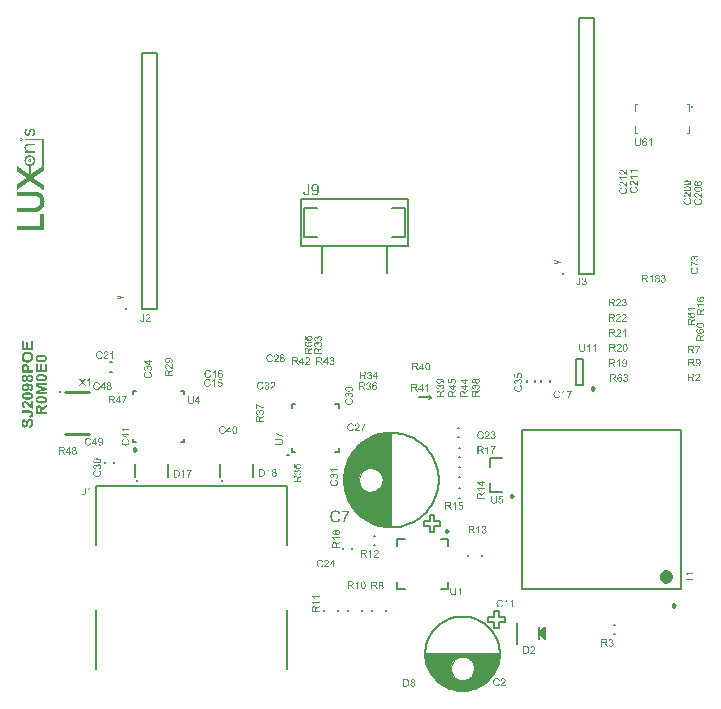
<source format=gto>
G04*
G04 #@! TF.GenerationSoftware,Altium Limited,Altium Designer,20.0.13 (296)*
G04*
G04 Layer_Color=65535*
%FSLAX44Y44*%
%MOMM*%
G71*
G01*
G75*
%ADD10C,0.2500*%
%ADD11C,0.2000*%
%ADD12C,0.1000*%
%ADD13C,0.2540*%
%ADD14C,0.6000*%
%ADD15C,0.1500*%
%ADD16C,0.2032*%
%ADD17C,0.2540*%
%ADD18C,0.1016*%
G36*
X14263Y409756D02*
Y409786D01*
X14293D01*
X14323D01*
X14353D01*
X14382D01*
X14412D01*
X14442D01*
X14472D01*
X14502D01*
X14531D01*
X14561D01*
X14591D01*
X14621D01*
X14650D01*
X14680D01*
X14710D01*
X14740D01*
X14770D01*
X14799D01*
X14829D01*
X14859D01*
X14889D01*
X14919D01*
X14948D01*
X14978D01*
X15008D01*
X15038D01*
X15067D01*
X15097D01*
X15127D01*
X15157D01*
X15187D01*
X15216D01*
X15246D01*
X15276D01*
X15306D01*
X15336D01*
X15365D01*
X15395D01*
X15425D01*
X15455D01*
X15485D01*
X15514D01*
X15544D01*
X15574D01*
X15604D01*
X15633D01*
X15663D01*
X15693D01*
X15723D01*
X15753D01*
X15783D01*
X15812D01*
X15842D01*
X15872D01*
X15902D01*
X15931D01*
X15961D01*
X15991D01*
X16021D01*
X16051D01*
X16080D01*
X16110D01*
X16140D01*
X16170D01*
X16200D01*
X16229D01*
X16259D01*
X16289D01*
X16319D01*
X16349D01*
X16378D01*
X16408D01*
X16438D01*
X16468D01*
X16497D01*
X16527D01*
X16557D01*
X16587D01*
X16617D01*
X16646D01*
X16676D01*
X16706D01*
X16736D01*
X16766D01*
X16795D01*
X16825D01*
X16855D01*
X16885D01*
X16914D01*
X16944D01*
X16974D01*
X17004D01*
X17034D01*
X17063D01*
X17093D01*
X17123D01*
X17153D01*
X17183D01*
X17212D01*
X17242D01*
X17272D01*
X17302D01*
X17332D01*
X17361D01*
X17391D01*
X17421D01*
X17451D01*
X17480D01*
X17510D01*
X17540D01*
X17570D01*
X17600D01*
X17629D01*
X17659D01*
X17689D01*
X17719D01*
X17749D01*
X17778D01*
X17808D01*
X17838D01*
X17868D01*
X17898D01*
X17927D01*
X17957D01*
X17987D01*
X18017D01*
X18046D01*
X18076D01*
X18106D01*
X18136D01*
X18166D01*
X18196D01*
X18225D01*
X18255D01*
X18285D01*
X18315D01*
X18344D01*
X18374D01*
X18404D01*
X18434D01*
X18464D01*
X18493D01*
X18523D01*
X18553D01*
X18583D01*
X18613D01*
X18642D01*
X18672D01*
X18702D01*
X18732D01*
X18762D01*
X18791D01*
X18821D01*
X18851D01*
X18881D01*
X18910D01*
X18940D01*
X18970D01*
X19000D01*
X19030D01*
X19059D01*
X19089D01*
X19119D01*
X19149D01*
X19179D01*
X19208D01*
X19238D01*
X19268D01*
X19298D01*
X19327D01*
X19357D01*
X19387D01*
X19417D01*
X19447D01*
X19476D01*
X19506D01*
X19536D01*
X19566D01*
X19596D01*
X19625D01*
X19655D01*
X19685D01*
X19715D01*
X19745D01*
X19774D01*
X19804D01*
X19834D01*
X19864D01*
X19893D01*
X19923D01*
X19953D01*
X19983D01*
X20013D01*
X20043D01*
X20072D01*
X20102D01*
X20132D01*
X20162D01*
X20191D01*
X20221D01*
X20251D01*
X20281D01*
X20311D01*
X20340D01*
X20370D01*
X20400D01*
X20430D01*
X20459D01*
X20489D01*
X20519D01*
X20549D01*
X20579D01*
X20608D01*
X20638D01*
X20668D01*
X20698D01*
X20728D01*
X20758D01*
X20787D01*
X20817D01*
X20847D01*
X20877D01*
X20906D01*
X20936D01*
X20966D01*
X20996D01*
X21026D01*
X21055D01*
X21085D01*
X21115D01*
X21145D01*
X21174D01*
X21204D01*
X21234D01*
X21264D01*
X21294D01*
X21323D01*
X21353D01*
X21383D01*
X21413D01*
X21443D01*
X21472D01*
X21502D01*
X21532D01*
X21562D01*
X21592D01*
X21621D01*
X21651D01*
X21681D01*
X21711D01*
X21741D01*
X21770D01*
X21800D01*
X21830D01*
X21860D01*
X21890D01*
X21919D01*
X21949D01*
X21979D01*
X22009D01*
X22038D01*
X22068D01*
X22098D01*
X22128D01*
X22158D01*
X22187D01*
X22217D01*
X22247D01*
X22277D01*
X22307D01*
X22336D01*
X22366D01*
X22396D01*
X22426D01*
X22455D01*
X22485D01*
X22515D01*
X22545D01*
X22575D01*
X22604D01*
X22634D01*
X22664D01*
X22694D01*
X22724D01*
X22753D01*
X22783D01*
X22813D01*
X22843D01*
X22873D01*
X22902D01*
X22932D01*
X22962D01*
X22992D01*
X23022D01*
X23051D01*
X23081D01*
X23111D01*
X23141D01*
X23170D01*
X23200D01*
X23230D01*
X23260D01*
X23290D01*
X23319D01*
X23349D01*
X23379D01*
X23409D01*
X23439D01*
X23468D01*
X23498D01*
X23528D01*
X23558D01*
X23588D01*
X23617D01*
X23647D01*
X23677D01*
X23707D01*
X23737D01*
X23766D01*
X23796D01*
X23826D01*
X23856D01*
X23885D01*
X23915D01*
X23945D01*
X23975D01*
X24005D01*
X24034D01*
X24064D01*
X24094D01*
X24124D01*
X24153D01*
X24183D01*
X24213D01*
X24243D01*
X24273D01*
X24302D01*
X24332D01*
X24362D01*
X24392D01*
X24422D01*
X24451D01*
X24481D01*
X24511D01*
X24541D01*
X24571D01*
X24600D01*
X24630D01*
X24660D01*
X24690D01*
X24720D01*
X24749D01*
X24779D01*
X24809D01*
X24839D01*
X24869D01*
X24898D01*
X24928D01*
X24958D01*
X24988D01*
X25017D01*
X25047D01*
X25077D01*
X25107D01*
X25137D01*
X25166D01*
X25196D01*
X25226D01*
X25256D01*
X25286D01*
X25315D01*
X25345D01*
X25375D01*
X25405D01*
X25435D01*
X25464D01*
X25494D01*
X25524D01*
X25554D01*
X25584D01*
X25613D01*
X25643D01*
X25673D01*
X25703D01*
X25732D01*
X25762D01*
X25792D01*
X25822D01*
X25852D01*
X25881D01*
X25911D01*
X25941D01*
X25971D01*
X26001D01*
X26030D01*
X26060D01*
X26090D01*
X26120D01*
X26149D01*
X26179D01*
X26209D01*
X26239D01*
X26269D01*
X26298D01*
X26328D01*
X26358D01*
X26388D01*
X26418D01*
X26447D01*
X26477D01*
X26507D01*
X26537D01*
X26567D01*
X26596D01*
X26626D01*
X26656D01*
X26686D01*
X26716D01*
X26745D01*
X26775D01*
X26805D01*
X26835D01*
X26865D01*
X26894D01*
X26924D01*
X26954D01*
X26984D01*
X27013D01*
X27043D01*
X27073D01*
X27103D01*
X27133D01*
X27162D01*
X27192D01*
X27222D01*
X27252D01*
X27281D01*
X27311D01*
X27341D01*
X27371D01*
X27401D01*
X27431D01*
X27460D01*
X27490D01*
X27520D01*
X27550D01*
X27579D01*
X27609D01*
X27639D01*
X27669D01*
X27699D01*
X27728D01*
X27758D01*
X27788D01*
X27818D01*
X27848D01*
X27877D01*
X27907D01*
X27937D01*
X27967D01*
X27996D01*
X28026D01*
X28056D01*
X28086D01*
X28116D01*
X28145D01*
X28175D01*
X28205D01*
X28235D01*
X28265D01*
X28294D01*
X28324D01*
X28354D01*
X28384D01*
X28414D01*
X28443D01*
X28473D01*
X28503D01*
X28533D01*
X28563D01*
X28592D01*
X28622D01*
X28652D01*
X28682D01*
X28712D01*
X28741D01*
X28771D01*
X28801D01*
X28831D01*
X28860D01*
X28890D01*
X28920D01*
X28950D01*
X28980D01*
X29009D01*
X29039D01*
X29069D01*
X29099D01*
X29129D01*
X29158D01*
X29188D01*
X29218D01*
X29248D01*
X29278D01*
X29307D01*
X29337D01*
X29367D01*
X29397D01*
X29426D01*
X29456D01*
X29486D01*
X29516D01*
X29546D01*
X29575D01*
X29605D01*
X29635D01*
X29665D01*
X29695D01*
X29724D01*
X29754D01*
X29784D01*
X29814D01*
X29843D01*
X29873D01*
X29903D01*
X29933D01*
X29963D01*
X29992D01*
X30022D01*
X30052D01*
X30082D01*
X30112D01*
X30141D01*
X30171D01*
X30201D01*
X30231D01*
X30261D01*
X30290D01*
X30320D01*
X30350D01*
X30380D01*
X30410D01*
X30439D01*
X30469D01*
X30499D01*
X30529D01*
X30559D01*
X30588D01*
X30618D01*
X30648D01*
X30678D01*
X30707D01*
X30737D01*
X30767D01*
X30797D01*
X30827D01*
X30856D01*
X30886D01*
X30916D01*
X30946D01*
X30975D01*
X31005D01*
X31035D01*
X31065D01*
X31095D01*
X31124D01*
X31154D01*
X31184D01*
X31214D01*
X31244D01*
X31274D01*
X31303D01*
X31333D01*
X31363D01*
X31393D01*
X31422D01*
X31452D01*
X31482D01*
X31512D01*
X31542D01*
X31571D01*
X31601D01*
X31631D01*
X31661D01*
X31690D01*
X31720D01*
X31750D01*
X31780D01*
X31810D01*
X31839D01*
X31869D01*
X31899D01*
X31929D01*
X31959D01*
X31988D01*
X32018D01*
X32048D01*
X32078D01*
X32108D01*
X32137D01*
X32167D01*
X32197D01*
X32227D01*
X32257D01*
X32286D01*
X32316D01*
X32346D01*
X32376D01*
X32406D01*
X32435D01*
X32465D01*
X32495D01*
X32525D01*
X32554D01*
X32584D01*
X32614D01*
X32644D01*
X32674D01*
X32703D01*
X32733D01*
X32763D01*
X32793D01*
X32823D01*
X32852D01*
X32882D01*
X32912D01*
X32942D01*
X32971D01*
X33001D01*
X33031D01*
X33061D01*
X33091D01*
X33121D01*
X33150D01*
X33180D01*
X33210D01*
X33240D01*
X33269D01*
X33299D01*
X33329D01*
X33359D01*
X33389D01*
Y419617D01*
X33418D01*
X33448D01*
X33478D01*
X33508D01*
X33537D01*
X33567D01*
X33597D01*
X33627D01*
X33657D01*
X33686D01*
X33716D01*
X33746D01*
X33776D01*
X33806D01*
X33835D01*
X33865D01*
X33895D01*
X33925D01*
X33955D01*
X33984D01*
X34014D01*
X34044D01*
X34074D01*
X34104D01*
X34133D01*
X34163D01*
X34193D01*
X34223D01*
X34253D01*
X34282D01*
X34312D01*
X34342D01*
X34372D01*
X34402D01*
X34431D01*
X34461D01*
X34491D01*
X34521D01*
X34550D01*
X34580D01*
X34610D01*
X34640D01*
X34669D01*
X34699D01*
X34729D01*
X34759D01*
X34789D01*
X34818D01*
X34848D01*
X34878D01*
X34908D01*
X34938D01*
X34968D01*
X34997D01*
X35027D01*
X35057D01*
X35087D01*
X35116D01*
X35146D01*
X35176D01*
X35206D01*
X35236D01*
X35265D01*
X35295D01*
X35325D01*
X35355D01*
X35385D01*
X35414D01*
X35444D01*
X35474D01*
X35504D01*
X35533D01*
X35563D01*
X35593D01*
X35623D01*
X35653D01*
X35682D01*
X35712D01*
X35742D01*
X35772D01*
X35802D01*
X35831D01*
X35861D01*
X35891D01*
X35921D01*
X35951D01*
X35980D01*
X36010D01*
X36040D01*
X36070D01*
X36100D01*
X36129D01*
X36159D01*
X36189D01*
X36219D01*
X36249D01*
X36278D01*
X36308D01*
X36338D01*
X36368D01*
X36397D01*
X36427D01*
X36457D01*
X36487D01*
X36517D01*
X36546D01*
X36576D01*
X36606D01*
X36636D01*
X36665D01*
X36695D01*
X36725D01*
X36755D01*
X36785D01*
X36814D01*
Y406152D01*
X36785D01*
X36755D01*
X36725D01*
X36695D01*
X36665D01*
X36636D01*
X36606D01*
X36576D01*
X36546D01*
X36517D01*
X36487D01*
X36457D01*
X36427D01*
X36397D01*
X36368D01*
X36338D01*
X36308D01*
X36278D01*
X36249D01*
X36219D01*
X36189D01*
X36159D01*
X36129D01*
X36100D01*
X36070D01*
X36040D01*
X36010D01*
X35980D01*
X35951D01*
X35921D01*
X35891D01*
X35861D01*
X35831D01*
X35802D01*
X35772D01*
X35742D01*
X35712D01*
X35682D01*
X35653D01*
X35623D01*
X35593D01*
X35563D01*
X35533D01*
X35504D01*
X35474D01*
X35444D01*
X35414D01*
X35385D01*
X35355D01*
X35325D01*
X35295D01*
X35265D01*
X35236D01*
X35206D01*
X35176D01*
X35146D01*
X35116D01*
X35087D01*
X35057D01*
X35027D01*
X34997D01*
X34968D01*
X34938D01*
X34908D01*
X34878D01*
X34848D01*
X34818D01*
X34789D01*
X34759D01*
X34729D01*
X34699D01*
X34669D01*
X34640D01*
X34610D01*
X34580D01*
X34550D01*
X34521D01*
X34491D01*
X34461D01*
X34431D01*
X34402D01*
X34372D01*
X34342D01*
X34312D01*
X34282D01*
X34253D01*
X34223D01*
X34193D01*
X34163D01*
X34133D01*
X34104D01*
X34074D01*
X34044D01*
X34014D01*
X33984D01*
X33955D01*
X33925D01*
X33895D01*
X33865D01*
X33835D01*
X33806D01*
X33776D01*
X33746D01*
X33716D01*
X33686D01*
X33657D01*
X33627D01*
X33597D01*
X33567D01*
X33537D01*
X33508D01*
X33478D01*
X33448D01*
X33418D01*
X33389D01*
X33359D01*
X33329D01*
X33299D01*
X33269D01*
X33240D01*
X33210D01*
X33180D01*
X33150D01*
X33121D01*
X33091D01*
X33061D01*
X33031D01*
X33001D01*
X32971D01*
X32942D01*
X32912D01*
X32882D01*
X32852D01*
X32823D01*
X32793D01*
X32763D01*
X32733D01*
X32703D01*
X32674D01*
X32644D01*
X32614D01*
X32584D01*
X32554D01*
X32525D01*
X32495D01*
X32465D01*
X32435D01*
X32406D01*
X32376D01*
X32346D01*
X32316D01*
X32286D01*
X32257D01*
X32227D01*
X32197D01*
X32167D01*
X32137D01*
X32108D01*
X32078D01*
X32048D01*
X32018D01*
X31988D01*
X31959D01*
X31929D01*
X31899D01*
X31869D01*
X31839D01*
X31810D01*
X31780D01*
X31750D01*
X31720D01*
X31690D01*
X31661D01*
X31631D01*
X31601D01*
X31571D01*
X31542D01*
X31512D01*
X31482D01*
X31452D01*
X31422D01*
X31393D01*
X31363D01*
X31333D01*
X31303D01*
X31274D01*
X31244D01*
X31214D01*
X31184D01*
X31154D01*
X31124D01*
X31095D01*
X31065D01*
X31035D01*
X31005D01*
X30975D01*
X30946D01*
X30916D01*
X30886D01*
X30856D01*
X30827D01*
X30797D01*
X30767D01*
X30737D01*
X30707D01*
X30678D01*
X30648D01*
X30618D01*
X30588D01*
X30559D01*
X30529D01*
X30499D01*
X30469D01*
X30439D01*
X30410D01*
X30380D01*
X30350D01*
X30320D01*
X30290D01*
X30261D01*
X30231D01*
X30201D01*
X30171D01*
X30141D01*
X30112D01*
X30082D01*
X30052D01*
X30022D01*
X29992D01*
X29963D01*
X29933D01*
X29903D01*
X29873D01*
X29843D01*
X29814D01*
X29784D01*
X29754D01*
X29724D01*
X29695D01*
X29665D01*
X29635D01*
X29605D01*
X29575D01*
X29546D01*
X29516D01*
X29486D01*
X29456D01*
X29426D01*
X29397D01*
X29367D01*
X29337D01*
X29307D01*
X29278D01*
X29248D01*
X29218D01*
X29188D01*
X29158D01*
X29129D01*
X29099D01*
X29069D01*
X29039D01*
X29009D01*
X28980D01*
X28950D01*
X28920D01*
X28890D01*
X28860D01*
X28831D01*
X28801D01*
X28771D01*
X28741D01*
X28712D01*
X28682D01*
X28652D01*
X28622D01*
X28592D01*
X28563D01*
X28533D01*
X28503D01*
X28473D01*
X28443D01*
X28414D01*
X28384D01*
X28354D01*
X28324D01*
X28294D01*
X28265D01*
X28235D01*
X28205D01*
X28175D01*
X28145D01*
X28116D01*
X28086D01*
X28056D01*
X28026D01*
X27996D01*
X27967D01*
X27937D01*
X27907D01*
X27877D01*
X27848D01*
X27818D01*
X27788D01*
X27758D01*
X27728D01*
X27699D01*
X27669D01*
X27639D01*
X27609D01*
X27579D01*
X27550D01*
X27520D01*
X27490D01*
X27460D01*
X27431D01*
X27401D01*
X27371D01*
X27341D01*
X27311D01*
X27281D01*
X27252D01*
X27222D01*
X27192D01*
X27162D01*
X27133D01*
X27103D01*
X27073D01*
X27043D01*
X27013D01*
X26984D01*
X26954D01*
X26924D01*
X26894D01*
X26865D01*
X26835D01*
X26805D01*
X26775D01*
X26745D01*
X26716D01*
X26686D01*
X26656D01*
X26626D01*
X26596D01*
X26567D01*
X26537D01*
X26507D01*
X26477D01*
X26447D01*
X26418D01*
X26388D01*
X26358D01*
X26328D01*
X26298D01*
X26269D01*
X26239D01*
X26209D01*
X26179D01*
X26149D01*
X26120D01*
X26090D01*
X26060D01*
X26030D01*
X26001D01*
X25971D01*
X25941D01*
X25911D01*
X25881D01*
X25852D01*
X25822D01*
X25792D01*
X25762D01*
X25732D01*
X25703D01*
X25673D01*
X25643D01*
X25613D01*
X25584D01*
X25554D01*
X25524D01*
X25494D01*
X25464D01*
X25435D01*
X25405D01*
X25375D01*
X25345D01*
X25315D01*
X25286D01*
X25256D01*
X25226D01*
X25196D01*
X25166D01*
X25137D01*
X25107D01*
X25077D01*
X25047D01*
X25017D01*
X24988D01*
X24958D01*
X24928D01*
X24898D01*
X24869D01*
X24839D01*
X24809D01*
X24779D01*
X24749D01*
X24720D01*
X24690D01*
X24660D01*
X24630D01*
X24600D01*
X24571D01*
X24541D01*
X24511D01*
X24481D01*
X24451D01*
X24422D01*
X24392D01*
X24362D01*
X24332D01*
X24302D01*
X24273D01*
X24243D01*
X24213D01*
X24183D01*
X24153D01*
X24124D01*
X24094D01*
X24064D01*
X24034D01*
X24005D01*
X23975D01*
X23945D01*
X23915D01*
X23885D01*
X23856D01*
X23826D01*
X23796D01*
X23766D01*
X23737D01*
X23707D01*
X23677D01*
X23647D01*
X23617D01*
X23588D01*
X23558D01*
X23528D01*
X23498D01*
X23468D01*
X23439D01*
X23409D01*
X23379D01*
X23349D01*
X23319D01*
X23290D01*
X23260D01*
X23230D01*
X23200D01*
X23170D01*
X23141D01*
X23111D01*
X23081D01*
X23051D01*
X23022D01*
X22992D01*
X22962D01*
X22932D01*
X22902D01*
X22873D01*
X22843D01*
X22813D01*
X22783D01*
X22753D01*
X22724D01*
X22694D01*
X22664D01*
X22634D01*
X22604D01*
X22575D01*
X22545D01*
X22515D01*
X22485D01*
X22455D01*
X22426D01*
X22396D01*
X22366D01*
X22336D01*
X22307D01*
X22277D01*
X22247D01*
X22217D01*
X22187D01*
X22158D01*
X22128D01*
X22098D01*
X22068D01*
X22038D01*
X22009D01*
X21979D01*
X21949D01*
X21919D01*
X21890D01*
X21860D01*
X21830D01*
X21800D01*
X21770D01*
X21741D01*
X21711D01*
X21681D01*
X21651D01*
X21621D01*
X21592D01*
X21562D01*
X21532D01*
X21502D01*
X21472D01*
X21443D01*
X21413D01*
X21383D01*
X21353D01*
X21323D01*
X21294D01*
X21264D01*
X21234D01*
X21204D01*
X21174D01*
X21145D01*
X21115D01*
X21085D01*
X21055D01*
X21026D01*
X20996D01*
X20966D01*
X20936D01*
X20906D01*
X20877D01*
X20847D01*
X20817D01*
X20787D01*
X20758D01*
X20728D01*
X20698D01*
X20668D01*
X20638D01*
X20608D01*
X20579D01*
X20549D01*
X20519D01*
X20489D01*
X20459D01*
X20430D01*
X20400D01*
X20370D01*
X20340D01*
X20311D01*
X20281D01*
X20251D01*
X20221D01*
X20191D01*
X20162D01*
X20132D01*
X20102D01*
X20072D01*
X20043D01*
X20013D01*
X19983D01*
X19953D01*
X19923D01*
X19893D01*
X19864D01*
X19834D01*
X19804D01*
X19774D01*
X19745D01*
X19715D01*
X19685D01*
X19655D01*
X19625D01*
X19596D01*
X19566D01*
X19536D01*
X19506D01*
X19476D01*
X19447D01*
X19417D01*
X19387D01*
X19357D01*
X19327D01*
X19298D01*
X19268D01*
X19238D01*
X19208D01*
X19179D01*
X19149D01*
X19119D01*
X19089D01*
X19059D01*
X19030D01*
X19000D01*
X18970D01*
X18940D01*
X18910D01*
X18881D01*
X18851D01*
X18821D01*
X18791D01*
X18762D01*
X18732D01*
X18702D01*
X18672D01*
X18642D01*
X18613D01*
X18583D01*
X18553D01*
X18523D01*
X18493D01*
X18464D01*
X18434D01*
X18404D01*
X18374D01*
X18344D01*
X18315D01*
X18285D01*
X18255D01*
X18225D01*
X18196D01*
X18166D01*
X18136D01*
X18106D01*
X18076D01*
X18046D01*
X18017D01*
X17987D01*
X17957D01*
X17927D01*
X17898D01*
X17868D01*
X17838D01*
X17808D01*
X17778D01*
X17749D01*
X17719D01*
X17689D01*
X17659D01*
X17629D01*
X17600D01*
X17570D01*
X17540D01*
X17510D01*
X17480D01*
X17451D01*
X17421D01*
X17391D01*
X17361D01*
X17332D01*
X17302D01*
X17272D01*
X17242D01*
X17212D01*
X17183D01*
X17153D01*
X17123D01*
X17093D01*
X17063D01*
X17034D01*
X17004D01*
X16974D01*
X16944D01*
X16914D01*
X16885D01*
X16855D01*
X16825D01*
X16795D01*
X16766D01*
X16736D01*
X16706D01*
X16676D01*
X16646D01*
X16617D01*
X16587D01*
X16557D01*
X16527D01*
X16497D01*
X16468D01*
X16438D01*
X16408D01*
X16378D01*
X16349D01*
X16319D01*
X16289D01*
X16259D01*
X16229D01*
X16200D01*
X16170D01*
X16140D01*
X16110D01*
X16080D01*
X16051D01*
X16021D01*
X15991D01*
X15961D01*
X15931D01*
X15902D01*
X15872D01*
X15842D01*
X15812D01*
X15783D01*
X15753D01*
X15723D01*
X15693D01*
X15663D01*
X15633D01*
X15604D01*
X15574D01*
X15544D01*
X15514D01*
X15485D01*
X15455D01*
X15425D01*
X15395D01*
X15365D01*
X15336D01*
X15306D01*
X15276D01*
X15246D01*
X15216D01*
X15187D01*
X15157D01*
X15127D01*
X15097D01*
X15067D01*
X15038D01*
X15008D01*
X14978D01*
X14948D01*
X14919D01*
X14889D01*
X14859D01*
X14829D01*
X14799D01*
X14770D01*
X14740D01*
X14710D01*
X14680D01*
X14650D01*
X14621D01*
X14591D01*
X14561D01*
X14531D01*
X14502D01*
X14472D01*
X14442D01*
X14412D01*
X14382D01*
X14353D01*
X14323D01*
X14293D01*
X14263D01*
X14233D01*
Y409756D01*
X14263D01*
D02*
G37*
G36*
X331033Y234334D02*
Y194334D01*
Y154334D01*
X328411D01*
X323213Y155019D01*
X318148Y156376D01*
X313304Y158382D01*
X308763Y161004D01*
X304603Y164196D01*
X300895Y167904D01*
X297703Y172064D01*
X295081Y176604D01*
X293075Y181449D01*
X291718Y186514D01*
X291033Y191712D01*
Y194334D01*
X291033D01*
X291033Y196956D01*
X291718Y202154D01*
X293075Y207219D01*
X295081Y212064D01*
X297703Y216605D01*
X300895Y220765D01*
X304603Y224472D01*
X308763Y227664D01*
X313304Y230286D01*
X318148Y232292D01*
X323213Y233650D01*
X328411Y234334D01*
X331033Y234334D01*
D02*
G37*
G36*
X422750Y45185D02*
X422211Y41091D01*
X421142Y37103D01*
X419562Y33288D01*
X417497Y29712D01*
X414984Y26436D01*
X412064Y23516D01*
X408788Y21003D01*
X405212Y18938D01*
X401397Y17358D01*
X397408Y16289D01*
X393315Y15750D01*
X389185D01*
X385092Y16289D01*
X381103Y17358D01*
X377288Y18938D01*
X373712Y21003D01*
X370436Y23516D01*
X367516Y26436D01*
X365003Y29712D01*
X362938Y33288D01*
X361358Y37103D01*
X360289Y41091D01*
X359750Y45185D01*
Y47250D01*
X422750D01*
Y45185D01*
D02*
G37*
G36*
X461250Y59500D02*
Y69500D01*
X456250Y64500D01*
X461250Y59500D01*
D02*
G37*
G36*
X27103Y491918D02*
X27311D01*
Y491888D01*
X27431D01*
Y491858D01*
X27579D01*
Y491829D01*
X27639D01*
Y491799D01*
X27728D01*
Y491769D01*
X27818D01*
Y491739D01*
X27877D01*
Y491710D01*
X27937D01*
Y491680D01*
X27996D01*
Y491650D01*
X28026D01*
Y491620D01*
X28086D01*
Y491590D01*
X28116D01*
Y491561D01*
X28175D01*
Y491531D01*
X28205D01*
Y491501D01*
X28265D01*
Y491471D01*
X28294D01*
Y491441D01*
X28324D01*
Y491412D01*
X28354D01*
Y491382D01*
X28384D01*
Y491352D01*
X28443D01*
Y491322D01*
X28473D01*
Y491292D01*
X28503D01*
Y491263D01*
X28533D01*
Y491233D01*
X28563D01*
Y491203D01*
X28592D01*
Y491143D01*
X28622D01*
Y491114D01*
X28652D01*
Y491084D01*
X28682D01*
Y491054D01*
X28712D01*
Y491024D01*
X28741D01*
Y490965D01*
X28771D01*
Y490935D01*
X28801D01*
Y490875D01*
X28831D01*
Y490846D01*
X28860D01*
Y490786D01*
X28890D01*
Y490727D01*
X28920D01*
Y490697D01*
X28950D01*
Y490637D01*
X28980D01*
Y490578D01*
X29009D01*
Y490518D01*
X29039D01*
Y490458D01*
X29069D01*
Y490369D01*
X29099D01*
Y490309D01*
X29129D01*
Y490250D01*
X29158D01*
Y490160D01*
X29188D01*
Y490071D01*
X29218D01*
Y489982D01*
X29248D01*
Y489863D01*
X29278D01*
Y489743D01*
X29307D01*
Y489594D01*
X29337D01*
Y489445D01*
X29367D01*
Y489237D01*
X29397D01*
Y488969D01*
X29426D01*
Y488075D01*
X29397D01*
Y487747D01*
X29367D01*
Y487569D01*
X29337D01*
Y487390D01*
X29307D01*
Y487271D01*
X29278D01*
Y487152D01*
X29248D01*
Y487033D01*
X29218D01*
Y486943D01*
X29188D01*
Y486854D01*
X29158D01*
Y486764D01*
X29129D01*
Y486705D01*
X29099D01*
Y486615D01*
X29069D01*
Y486556D01*
X29039D01*
Y486496D01*
X29009D01*
Y486437D01*
X28980D01*
Y486377D01*
X28950D01*
Y486317D01*
X28920D01*
Y486288D01*
X28890D01*
Y486228D01*
X28860D01*
Y486198D01*
X28831D01*
Y486139D01*
X28801D01*
Y486109D01*
X28771D01*
Y486049D01*
X28741D01*
Y486020D01*
X28712D01*
Y485990D01*
X28682D01*
Y485930D01*
X28652D01*
Y485900D01*
X28622D01*
Y485871D01*
X28592D01*
Y485841D01*
X28563D01*
Y485811D01*
X28533D01*
Y485781D01*
X28503D01*
Y485751D01*
X28473D01*
Y485722D01*
X28443D01*
Y485692D01*
X28414D01*
Y485662D01*
X28384D01*
Y485632D01*
X28354D01*
Y485602D01*
X28324D01*
Y485573D01*
X28294D01*
Y485543D01*
X28265D01*
Y485513D01*
X28235D01*
Y485483D01*
X28205D01*
Y485454D01*
X28145D01*
Y485424D01*
X28116D01*
Y485394D01*
X28086D01*
Y485364D01*
X28056D01*
Y485334D01*
X27996D01*
Y485305D01*
X27967D01*
Y485275D01*
X27937D01*
Y485245D01*
X27877D01*
Y485215D01*
X27818D01*
Y485245D01*
X27788D01*
Y485275D01*
X27758D01*
Y485305D01*
X27728D01*
Y485364D01*
X27699D01*
Y485394D01*
X27669D01*
Y485424D01*
X27639D01*
Y485483D01*
X27609D01*
Y485513D01*
X27579D01*
Y485543D01*
X27550D01*
Y485573D01*
X27520D01*
Y485632D01*
X27490D01*
Y485662D01*
X27460D01*
Y485692D01*
X27431D01*
Y485751D01*
X27401D01*
Y485781D01*
X27371D01*
Y485811D01*
X27341D01*
Y485871D01*
X27311D01*
Y485900D01*
X27281D01*
Y485930D01*
X27252D01*
Y485960D01*
X27222D01*
Y486020D01*
X27192D01*
Y486049D01*
X27162D01*
Y486079D01*
X27133D01*
Y486139D01*
X27103D01*
Y486169D01*
X27073D01*
Y486198D01*
X27043D01*
Y486228D01*
X27013D01*
Y486288D01*
X26984D01*
Y486347D01*
X27013D01*
Y486377D01*
X27043D01*
Y486407D01*
X27073D01*
Y486437D01*
X27103D01*
Y486466D01*
X27133D01*
Y486496D01*
X27162D01*
Y486526D01*
X27222D01*
Y486556D01*
X27252D01*
Y486586D01*
X27281D01*
Y486615D01*
X27311D01*
Y486645D01*
X27341D01*
Y486675D01*
X27371D01*
Y486705D01*
X27401D01*
Y486735D01*
X27431D01*
Y486794D01*
X27460D01*
Y486824D01*
X27490D01*
Y486854D01*
X27520D01*
Y486884D01*
X27550D01*
Y486913D01*
X27579D01*
Y486943D01*
X27609D01*
Y487003D01*
X27639D01*
Y487033D01*
X27669D01*
Y487062D01*
X27699D01*
Y487122D01*
X27728D01*
Y487152D01*
X27758D01*
Y487211D01*
X27788D01*
Y487241D01*
X27818D01*
Y487301D01*
X27848D01*
Y487360D01*
X27877D01*
Y487420D01*
X27907D01*
Y487479D01*
X27937D01*
Y487539D01*
X27967D01*
Y487628D01*
X27996D01*
Y487718D01*
X28026D01*
Y487837D01*
X28056D01*
Y487986D01*
X28086D01*
Y488224D01*
X28116D01*
Y488820D01*
X28086D01*
Y489058D01*
X28056D01*
Y489207D01*
X28026D01*
Y489326D01*
X27996D01*
Y489416D01*
X27967D01*
Y489505D01*
X27937D01*
Y489594D01*
X27907D01*
Y489654D01*
X27877D01*
Y489714D01*
X27848D01*
Y489773D01*
X27818D01*
Y489833D01*
X27788D01*
Y489863D01*
X27758D01*
Y489922D01*
X27728D01*
Y489952D01*
X27699D01*
Y489982D01*
X27669D01*
Y490011D01*
X27639D01*
Y490071D01*
X27609D01*
Y490101D01*
X27579D01*
Y490131D01*
X27520D01*
Y490160D01*
X27490D01*
Y490190D01*
X27460D01*
Y490220D01*
X27431D01*
Y490250D01*
X27371D01*
Y490280D01*
X27341D01*
Y490309D01*
X27281D01*
Y490339D01*
X27192D01*
Y490369D01*
X27103D01*
Y490399D01*
X26954D01*
Y490429D01*
X26626D01*
Y490399D01*
X26477D01*
Y490369D01*
X26388D01*
Y490339D01*
X26298D01*
Y490309D01*
X26269D01*
Y490280D01*
X26209D01*
Y490250D01*
X26179D01*
Y490220D01*
X26149D01*
Y490190D01*
X26090D01*
Y490160D01*
X26060D01*
Y490131D01*
X26030D01*
Y490101D01*
X26001D01*
Y490041D01*
X25971D01*
Y490011D01*
X25941D01*
Y489982D01*
X25911D01*
Y489952D01*
X25881D01*
Y489892D01*
X25852D01*
Y489833D01*
X25822D01*
Y489803D01*
X25792D01*
Y489743D01*
X25762D01*
Y489684D01*
X25732D01*
Y489624D01*
X25703D01*
Y489535D01*
X25673D01*
Y489475D01*
X25643D01*
Y489386D01*
X25613D01*
Y489296D01*
X25584D01*
Y489177D01*
X25554D01*
Y489058D01*
X25524D01*
Y488939D01*
X25494D01*
Y488820D01*
X25464D01*
Y488701D01*
X25435D01*
Y488552D01*
X25405D01*
Y488403D01*
X25375D01*
Y488284D01*
X25345D01*
Y488164D01*
X25315D01*
Y488045D01*
X25286D01*
Y487926D01*
X25256D01*
Y487807D01*
X25226D01*
Y487688D01*
X25196D01*
Y487598D01*
X25166D01*
Y487479D01*
X25137D01*
Y487390D01*
X25107D01*
Y487301D01*
X25077D01*
Y487211D01*
X25047D01*
Y487122D01*
X25017D01*
Y487062D01*
X24988D01*
Y486973D01*
X24958D01*
Y486913D01*
X24928D01*
Y486854D01*
X24898D01*
Y486794D01*
X24869D01*
Y486735D01*
X24839D01*
Y486675D01*
X24809D01*
Y486615D01*
X24779D01*
Y486556D01*
X24749D01*
Y486526D01*
X24720D01*
Y486466D01*
X24690D01*
Y486437D01*
X24660D01*
Y486377D01*
X24630D01*
Y486347D01*
X24600D01*
Y486317D01*
X24571D01*
Y486258D01*
X24541D01*
Y486228D01*
X24511D01*
Y486198D01*
X24481D01*
Y486169D01*
X24451D01*
Y486139D01*
X24422D01*
Y486109D01*
X24392D01*
Y486079D01*
X24362D01*
Y486049D01*
X24332D01*
Y486020D01*
X24302D01*
Y485990D01*
X24243D01*
Y485960D01*
X24213D01*
Y485930D01*
X24183D01*
Y485900D01*
X24124D01*
Y485871D01*
X24094D01*
Y485841D01*
X24034D01*
Y485811D01*
X24005D01*
Y485781D01*
X23945D01*
Y485751D01*
X23885D01*
Y485722D01*
X23796D01*
Y485692D01*
X23707D01*
Y485662D01*
X23617D01*
Y485632D01*
X23498D01*
Y485602D01*
X23319D01*
Y485573D01*
X22575D01*
Y485602D01*
X22426D01*
Y485632D01*
X22307D01*
Y485662D01*
X22187D01*
Y485692D01*
X22128D01*
Y485722D01*
X22038D01*
Y485751D01*
X21979D01*
Y485781D01*
X21919D01*
Y485811D01*
X21860D01*
Y485841D01*
X21800D01*
Y485871D01*
X21741D01*
Y485900D01*
X21711D01*
Y485930D01*
X21681D01*
Y485960D01*
X21621D01*
Y485990D01*
X21592D01*
Y486020D01*
X21532D01*
Y486049D01*
X21502D01*
Y486079D01*
X21472D01*
Y486109D01*
X21443D01*
Y486139D01*
X21413D01*
Y486169D01*
X21383D01*
Y486198D01*
X21353D01*
Y486228D01*
X21323D01*
Y486258D01*
X21294D01*
Y486288D01*
X21264D01*
Y486317D01*
X21234D01*
Y486347D01*
X21204D01*
Y486377D01*
X21174D01*
Y486407D01*
X21145D01*
Y486466D01*
X21115D01*
Y486496D01*
X21085D01*
Y486526D01*
X21055D01*
Y486586D01*
X21026D01*
Y486615D01*
X20996D01*
Y486675D01*
X20966D01*
Y486735D01*
X20936D01*
Y486764D01*
X20906D01*
Y486824D01*
X20877D01*
Y486884D01*
X20847D01*
Y486943D01*
X20817D01*
Y487003D01*
X20787D01*
Y487062D01*
X20758D01*
Y487122D01*
X20728D01*
Y487181D01*
X20698D01*
Y487271D01*
X20668D01*
Y487360D01*
X20638D01*
Y487420D01*
X20608D01*
Y487539D01*
X20579D01*
Y487628D01*
X20549D01*
Y487747D01*
X20519D01*
Y487867D01*
X20489D01*
Y488016D01*
X20459D01*
Y488224D01*
X20430D01*
Y488552D01*
X20400D01*
Y488999D01*
X20430D01*
Y489326D01*
X20459D01*
Y489535D01*
X20489D01*
Y489654D01*
X20519D01*
Y489803D01*
X20549D01*
Y489892D01*
X20579D01*
Y490011D01*
X20608D01*
Y490101D01*
X20638D01*
Y490190D01*
X20668D01*
Y490250D01*
X20698D01*
Y490339D01*
X20728D01*
Y490399D01*
X20758D01*
Y490458D01*
X20787D01*
Y490518D01*
X20817D01*
Y490578D01*
X20847D01*
Y490637D01*
X20877D01*
Y490697D01*
X20906D01*
Y490727D01*
X20936D01*
Y490786D01*
X20966D01*
Y490816D01*
X20996D01*
Y490875D01*
X21026D01*
Y490905D01*
X21055D01*
Y490935D01*
X21085D01*
Y490995D01*
X21115D01*
Y491024D01*
X21145D01*
Y491054D01*
X21174D01*
Y491084D01*
X21204D01*
Y491114D01*
X21234D01*
Y491143D01*
X21264D01*
Y491173D01*
X21294D01*
Y491203D01*
X21323D01*
Y491233D01*
X21353D01*
Y491263D01*
X21383D01*
Y491292D01*
X21413D01*
Y491322D01*
X21443D01*
Y491352D01*
X21472D01*
Y491382D01*
X21532D01*
Y491412D01*
X21562D01*
Y491441D01*
X21592D01*
Y491471D01*
X21651D01*
Y491501D01*
X21681D01*
Y491531D01*
X21741D01*
Y491561D01*
X21770D01*
Y491590D01*
X21830D01*
Y491620D01*
X21890D01*
Y491650D01*
X21919D01*
Y491680D01*
X21979D01*
Y491620D01*
X22009D01*
Y491590D01*
X22038D01*
Y491531D01*
X22068D01*
Y491501D01*
X22098D01*
Y491441D01*
X22128D01*
Y491412D01*
X22158D01*
Y491352D01*
X22187D01*
Y491322D01*
X22217D01*
Y491263D01*
X22247D01*
Y491233D01*
X22277D01*
Y491173D01*
X22307D01*
Y491143D01*
X22336D01*
Y491084D01*
X22366D01*
Y491054D01*
X22396D01*
Y490995D01*
X22426D01*
Y490965D01*
X22455D01*
Y490905D01*
X22485D01*
Y490875D01*
X22515D01*
Y490816D01*
X22545D01*
Y490786D01*
X22575D01*
Y490727D01*
X22604D01*
Y490697D01*
X22634D01*
Y490637D01*
X22664D01*
Y490607D01*
X22694D01*
Y490548D01*
X22724D01*
Y490518D01*
X22753D01*
Y490488D01*
X22724D01*
Y490458D01*
X22664D01*
Y490429D01*
X22634D01*
Y490399D01*
X22575D01*
Y490369D01*
X22545D01*
Y490339D01*
X22515D01*
Y490309D01*
X22455D01*
Y490280D01*
X22426D01*
Y490250D01*
X22396D01*
Y490220D01*
X22366D01*
Y490190D01*
X22336D01*
Y490160D01*
X22307D01*
Y490131D01*
X22277D01*
Y490101D01*
X22247D01*
Y490071D01*
X22217D01*
Y490041D01*
X22187D01*
Y490011D01*
X22158D01*
Y489952D01*
X22128D01*
Y489922D01*
X22098D01*
Y489892D01*
X22068D01*
Y489833D01*
X22038D01*
Y489803D01*
X22009D01*
Y489743D01*
X21979D01*
Y489714D01*
X21949D01*
Y489654D01*
X21919D01*
Y489594D01*
X21890D01*
Y489505D01*
X21860D01*
Y489445D01*
X21830D01*
Y489356D01*
X21800D01*
Y489237D01*
X21770D01*
Y489118D01*
X21741D01*
Y488850D01*
X21711D01*
Y488492D01*
X21741D01*
Y488254D01*
X21770D01*
Y488105D01*
X21800D01*
Y487986D01*
X21830D01*
Y487896D01*
X21860D01*
Y487837D01*
X21890D01*
Y487747D01*
X21919D01*
Y487688D01*
X21949D01*
Y487628D01*
X21979D01*
Y487569D01*
X22009D01*
Y487509D01*
X22038D01*
Y487479D01*
X22068D01*
Y487449D01*
X22098D01*
Y487390D01*
X22128D01*
Y487360D01*
X22158D01*
Y487330D01*
X22187D01*
Y487301D01*
X22217D01*
Y487271D01*
X22247D01*
Y487241D01*
X22277D01*
Y487211D01*
X22307D01*
Y487181D01*
X22366D01*
Y487152D01*
X22396D01*
Y487122D01*
X22455D01*
Y487092D01*
X22515D01*
Y487062D01*
X22575D01*
Y487033D01*
X22664D01*
Y487003D01*
X22813D01*
Y486973D01*
X22992D01*
Y487003D01*
X23141D01*
Y487033D01*
X23230D01*
Y487062D01*
X23260D01*
Y487092D01*
X23319D01*
Y487122D01*
X23349D01*
Y487152D01*
X23409D01*
Y487181D01*
X23439D01*
Y487211D01*
X23468D01*
Y487271D01*
X23498D01*
Y487301D01*
X23528D01*
Y487330D01*
X23558D01*
Y487360D01*
X23588D01*
Y487420D01*
X23617D01*
Y487449D01*
X23647D01*
Y487509D01*
X23677D01*
Y487569D01*
X23707D01*
Y487628D01*
X23737D01*
Y487688D01*
X23766D01*
Y487747D01*
X23796D01*
Y487807D01*
X23826D01*
Y487896D01*
X23856D01*
Y487986D01*
X23885D01*
Y488075D01*
X23915D01*
Y488135D01*
X23945D01*
Y488254D01*
X23975D01*
Y488343D01*
X24005D01*
Y488462D01*
X24034D01*
Y488582D01*
X24064D01*
Y488701D01*
X24094D01*
Y488850D01*
X24124D01*
Y488969D01*
X24153D01*
Y489148D01*
X24183D01*
Y489296D01*
X24213D01*
Y489445D01*
X24243D01*
Y489535D01*
X24273D01*
Y489654D01*
X24302D01*
Y489773D01*
X24332D01*
Y489892D01*
X24362D01*
Y490011D01*
X24392D01*
Y490101D01*
X24422D01*
Y490190D01*
X24451D01*
Y490280D01*
X24481D01*
Y490339D01*
X24511D01*
Y490429D01*
X24541D01*
Y490488D01*
X24571D01*
Y490578D01*
X24600D01*
Y490637D01*
X24630D01*
Y490697D01*
X24660D01*
Y490756D01*
X24690D01*
Y490816D01*
X24720D01*
Y490846D01*
X24749D01*
Y490905D01*
X24779D01*
Y490935D01*
X24809D01*
Y490995D01*
X24839D01*
Y491054D01*
X24869D01*
Y491084D01*
X24898D01*
Y491114D01*
X24928D01*
Y491173D01*
X24958D01*
Y491203D01*
X24988D01*
Y491233D01*
X25017D01*
Y491263D01*
X25047D01*
Y491292D01*
X25077D01*
Y491322D01*
X25107D01*
Y491352D01*
X25137D01*
Y491382D01*
X25166D01*
Y491412D01*
X25196D01*
Y491441D01*
X25226D01*
Y491471D01*
X25256D01*
Y491501D01*
X25315D01*
Y491531D01*
X25345D01*
Y491561D01*
X25375D01*
Y491590D01*
X25435D01*
Y491620D01*
X25464D01*
Y491650D01*
X25524D01*
Y491680D01*
X25584D01*
Y491710D01*
X25613D01*
Y491739D01*
X25703D01*
Y491769D01*
X25762D01*
Y491799D01*
X25822D01*
Y491829D01*
X25911D01*
Y491858D01*
X26030D01*
Y491888D01*
X26149D01*
Y491918D01*
X26358D01*
Y491948D01*
X27103D01*
Y491918D01*
D02*
G37*
G36*
X17778Y483785D02*
X17898D01*
Y483755D01*
X17987D01*
Y483726D01*
X18046D01*
Y483696D01*
X18106D01*
Y483666D01*
X18166D01*
Y483636D01*
X18196D01*
Y483606D01*
X18255D01*
Y483577D01*
X18285D01*
Y483547D01*
X18315D01*
Y483517D01*
X18344D01*
Y483487D01*
X18374D01*
Y483458D01*
X18404D01*
Y483428D01*
X18434D01*
Y483398D01*
X18464D01*
Y483368D01*
X18493D01*
Y483309D01*
X18523D01*
Y483279D01*
X18553D01*
Y483219D01*
X18583D01*
Y483160D01*
X18613D01*
Y483100D01*
X18642D01*
Y483011D01*
X18672D01*
Y482892D01*
X18702D01*
Y482683D01*
X18732D01*
Y482475D01*
X18702D01*
Y482266D01*
X18672D01*
Y482147D01*
X18642D01*
Y482087D01*
X18613D01*
Y481998D01*
X18583D01*
Y481938D01*
X18553D01*
Y481909D01*
X18523D01*
Y481849D01*
X18493D01*
Y481819D01*
X18464D01*
Y481760D01*
X18434D01*
Y481730D01*
X18404D01*
Y481700D01*
X18374D01*
Y481670D01*
X18344D01*
Y481640D01*
X18315D01*
Y481611D01*
X18285D01*
Y481581D01*
X18225D01*
Y481551D01*
X18196D01*
Y481521D01*
X18136D01*
Y481492D01*
X18076D01*
Y481462D01*
X18017D01*
Y481432D01*
X17957D01*
Y481402D01*
X17868D01*
Y481372D01*
X17719D01*
Y481343D01*
X17272D01*
Y481372D01*
X17123D01*
Y481402D01*
X17034D01*
Y481432D01*
X16974D01*
Y481462D01*
X16914D01*
Y481492D01*
X16855D01*
Y481521D01*
X16795D01*
Y481551D01*
X16766D01*
Y481581D01*
X16706D01*
Y481611D01*
X16676D01*
Y481640D01*
X16646D01*
Y481670D01*
X16617D01*
Y481700D01*
X16587D01*
Y481730D01*
X16557D01*
Y481760D01*
X16527D01*
Y481819D01*
X16497D01*
Y481849D01*
X16468D01*
Y481909D01*
X16438D01*
Y481938D01*
X16408D01*
Y481998D01*
X16378D01*
Y482087D01*
X16349D01*
Y482177D01*
X16319D01*
Y482266D01*
X16289D01*
Y482504D01*
X16259D01*
Y482653D01*
X16289D01*
Y482892D01*
X16319D01*
Y483011D01*
X16349D01*
Y483100D01*
X16378D01*
Y483160D01*
X16408D01*
Y483219D01*
X16438D01*
Y483279D01*
X16468D01*
Y483309D01*
X16497D01*
Y483368D01*
X16527D01*
Y483398D01*
X16557D01*
Y483428D01*
X16587D01*
Y483458D01*
X16617D01*
Y483487D01*
X16646D01*
Y483517D01*
X16676D01*
Y483547D01*
X16706D01*
Y483577D01*
X16736D01*
Y483606D01*
X16795D01*
Y483636D01*
X16825D01*
Y483666D01*
X16885D01*
Y483696D01*
X16944D01*
Y483726D01*
X17004D01*
Y483755D01*
X17093D01*
Y483785D01*
X17212D01*
Y483815D01*
X17778D01*
Y483785D01*
D02*
G37*
G36*
X29218Y477589D02*
X23617D01*
Y477559D01*
X23409D01*
Y477529D01*
X23230D01*
Y477500D01*
X23111D01*
Y477470D01*
X23022D01*
Y477440D01*
X22932D01*
Y477410D01*
X22843D01*
Y477380D01*
X22783D01*
Y477351D01*
X22724D01*
Y477321D01*
X22634D01*
Y477291D01*
X22575D01*
Y477261D01*
X22545D01*
Y477231D01*
X22485D01*
Y477202D01*
X22455D01*
Y477172D01*
X22396D01*
Y477142D01*
X22366D01*
Y477112D01*
X22307D01*
Y477082D01*
X22277D01*
Y477053D01*
X22247D01*
Y477023D01*
X22217D01*
Y476993D01*
X22187D01*
Y476963D01*
X22158D01*
Y476934D01*
X22128D01*
Y476904D01*
X22098D01*
Y476844D01*
X22068D01*
Y476814D01*
X22038D01*
Y476785D01*
X22009D01*
Y476725D01*
X21979D01*
Y476665D01*
X21949D01*
Y476636D01*
X21919D01*
Y476576D01*
X21890D01*
Y476487D01*
X21860D01*
Y476427D01*
X21830D01*
Y476338D01*
X21800D01*
Y476219D01*
X21770D01*
Y476070D01*
X21741D01*
Y475802D01*
X21711D01*
Y475414D01*
X21741D01*
Y475116D01*
X21770D01*
Y474967D01*
X21800D01*
Y474818D01*
X21830D01*
Y474729D01*
X21860D01*
Y474640D01*
X21890D01*
Y474550D01*
X21919D01*
Y474491D01*
X21949D01*
Y474401D01*
X21979D01*
Y474342D01*
X22009D01*
Y474282D01*
X22038D01*
Y474252D01*
X22068D01*
Y474193D01*
X22098D01*
Y474163D01*
X22128D01*
Y474103D01*
X22158D01*
Y474074D01*
X22187D01*
Y474014D01*
X22217D01*
Y473984D01*
X22247D01*
Y473955D01*
X22277D01*
Y473925D01*
X22307D01*
Y473865D01*
X22336D01*
Y473835D01*
X22366D01*
Y473806D01*
X22396D01*
Y473776D01*
X22455D01*
Y473746D01*
X22485D01*
Y473716D01*
X22515D01*
Y473686D01*
X22545D01*
Y473657D01*
X22575D01*
Y473627D01*
X22604D01*
Y473597D01*
X22664D01*
Y473567D01*
X22694D01*
Y473537D01*
X22753D01*
Y473508D01*
X22783D01*
Y473478D01*
X22843D01*
Y473448D01*
X22902D01*
Y473418D01*
X22932D01*
Y473388D01*
X22992D01*
Y473359D01*
X23051D01*
Y473329D01*
X23111D01*
Y473299D01*
X23200D01*
Y473269D01*
X23260D01*
Y473240D01*
X23349D01*
Y473210D01*
X23439D01*
Y473180D01*
X23498D01*
Y473150D01*
X23617D01*
Y473120D01*
X23737D01*
Y473091D01*
X23856D01*
Y473061D01*
X24005D01*
Y473031D01*
X24183D01*
Y473001D01*
X24451D01*
Y472971D01*
X29218D01*
Y471541D01*
X22068D01*
Y471512D01*
X21472D01*
Y471482D01*
X20847D01*
Y471452D01*
X20638D01*
Y472822D01*
X21472D01*
Y472852D01*
X22038D01*
Y472912D01*
X21979D01*
Y472942D01*
X21919D01*
Y472971D01*
X21860D01*
Y473001D01*
X21830D01*
Y473031D01*
X21770D01*
Y473061D01*
X21741D01*
Y473091D01*
X21681D01*
Y473120D01*
X21651D01*
Y473150D01*
X21592D01*
Y473180D01*
X21562D01*
Y473210D01*
X21532D01*
Y473240D01*
X21502D01*
Y473269D01*
X21472D01*
Y473299D01*
X21413D01*
Y473329D01*
X21383D01*
Y473359D01*
X21353D01*
Y473388D01*
X21323D01*
Y473418D01*
X21294D01*
Y473448D01*
X21264D01*
Y473478D01*
X21234D01*
Y473537D01*
X21204D01*
Y473567D01*
X21174D01*
Y473597D01*
X21145D01*
Y473627D01*
X21115D01*
Y473657D01*
X21085D01*
Y473716D01*
X21055D01*
Y473746D01*
X21026D01*
Y473806D01*
X20996D01*
Y473835D01*
X20966D01*
Y473865D01*
X20936D01*
Y473925D01*
X20906D01*
Y473984D01*
X20877D01*
Y474014D01*
X20847D01*
Y474074D01*
X20817D01*
Y474133D01*
X20787D01*
Y474193D01*
X20758D01*
Y474252D01*
X20728D01*
Y474312D01*
X20698D01*
Y474371D01*
X20668D01*
Y474461D01*
X20638D01*
Y474520D01*
X20608D01*
Y474610D01*
X20579D01*
Y474699D01*
X20549D01*
Y474818D01*
X20519D01*
Y474908D01*
X20489D01*
Y475057D01*
X20459D01*
Y475235D01*
X20430D01*
Y475533D01*
X20400D01*
Y476010D01*
X20430D01*
Y476367D01*
X20459D01*
Y476546D01*
X20489D01*
Y476695D01*
X20519D01*
Y476814D01*
X20549D01*
Y476934D01*
X20579D01*
Y477023D01*
X20608D01*
Y477112D01*
X20638D01*
Y477202D01*
X20668D01*
Y477261D01*
X20698D01*
Y477321D01*
X20728D01*
Y477380D01*
X20758D01*
Y477440D01*
X20787D01*
Y477500D01*
X20817D01*
Y477559D01*
X20847D01*
Y477619D01*
X20877D01*
Y477649D01*
X20906D01*
Y477708D01*
X20936D01*
Y477738D01*
X20966D01*
Y477797D01*
X20996D01*
Y477827D01*
X21026D01*
Y477857D01*
X21055D01*
Y477917D01*
X21085D01*
Y477946D01*
X21115D01*
Y477976D01*
X21145D01*
Y478006D01*
X21174D01*
Y478036D01*
X21204D01*
Y478066D01*
X21234D01*
Y478095D01*
X21264D01*
Y478125D01*
X21294D01*
Y478155D01*
X21323D01*
Y478185D01*
X21353D01*
Y478214D01*
X21383D01*
Y478244D01*
X21413D01*
Y478274D01*
X21443D01*
Y478304D01*
X21472D01*
Y478334D01*
X21532D01*
Y478363D01*
X21562D01*
Y478393D01*
X21621D01*
Y478423D01*
X21651D01*
Y478453D01*
X21711D01*
Y478483D01*
X21741D01*
Y478512D01*
X21800D01*
Y478542D01*
X21860D01*
Y478572D01*
X21890D01*
Y478602D01*
X21949D01*
Y478632D01*
X22009D01*
Y478661D01*
X22098D01*
Y478691D01*
X22158D01*
Y478721D01*
X22217D01*
Y478751D01*
X22307D01*
Y478781D01*
X22396D01*
Y478810D01*
X22485D01*
Y478840D01*
X22604D01*
Y478870D01*
X22724D01*
Y478900D01*
X22873D01*
Y478929D01*
X22992D01*
Y478959D01*
X23230D01*
Y478989D01*
X23558D01*
Y479019D01*
X29218D01*
Y477589D01*
D02*
G37*
G36*
X36814Y456140D02*
X36785D01*
Y456110D01*
X36725D01*
Y456080D01*
X36695D01*
Y456050D01*
X36636D01*
Y456021D01*
X36606D01*
Y455991D01*
X36546D01*
Y455961D01*
X36517D01*
Y455931D01*
X36457D01*
Y455901D01*
X36427D01*
Y455872D01*
X36368D01*
Y455842D01*
X36338D01*
Y455812D01*
X36278D01*
Y455782D01*
X36249D01*
Y455752D01*
X36189D01*
Y455723D01*
X36159D01*
Y455693D01*
X36100D01*
Y455663D01*
X36070D01*
Y455633D01*
X36010D01*
Y455603D01*
X35980D01*
Y455574D01*
X35921D01*
Y455544D01*
X35891D01*
Y455514D01*
X35831D01*
Y455484D01*
X35802D01*
Y455455D01*
X35742D01*
Y455425D01*
X35712D01*
Y455395D01*
X35653D01*
Y455365D01*
X35623D01*
Y455336D01*
X35563D01*
Y455306D01*
X35533D01*
Y455276D01*
X35474D01*
Y455246D01*
X35444D01*
Y455216D01*
X35385D01*
Y455187D01*
X35355D01*
Y455157D01*
X35295D01*
Y455127D01*
X35265D01*
Y455097D01*
X35206D01*
Y455067D01*
X35176D01*
Y455038D01*
X35116D01*
Y455008D01*
X35087D01*
Y454978D01*
X35027D01*
Y454948D01*
X34997D01*
Y454918D01*
X34938D01*
Y454889D01*
X34908D01*
Y454859D01*
X34848D01*
Y454829D01*
X34818D01*
Y454799D01*
X34759D01*
Y454769D01*
X34729D01*
Y454740D01*
X34669D01*
Y454710D01*
X34640D01*
Y454680D01*
X34580D01*
Y454650D01*
X34550D01*
Y454621D01*
X34491D01*
Y454591D01*
X34461D01*
Y454561D01*
X34402D01*
Y454531D01*
X34372D01*
Y454501D01*
X34312D01*
Y454472D01*
X34282D01*
Y454442D01*
X34223D01*
Y454412D01*
X34193D01*
Y454382D01*
X34133D01*
Y454352D01*
X34104D01*
Y454323D01*
X34044D01*
Y454293D01*
X34014D01*
Y454263D01*
X33955D01*
Y454233D01*
X33925D01*
Y454203D01*
X33865D01*
Y454174D01*
X33835D01*
Y454144D01*
X33776D01*
Y454114D01*
X33746D01*
Y454084D01*
X33686D01*
Y454054D01*
X33657D01*
Y454025D01*
X33597D01*
Y453995D01*
X33567D01*
Y453965D01*
X33508D01*
Y453935D01*
X33478D01*
Y453905D01*
X33418D01*
Y453876D01*
X33389D01*
Y453846D01*
X33329D01*
Y453816D01*
X33299D01*
Y453786D01*
X33240D01*
Y453757D01*
X33210D01*
Y453727D01*
X33150D01*
Y453697D01*
X33121D01*
Y453667D01*
X33061D01*
Y453637D01*
X33031D01*
Y453608D01*
X32971D01*
Y453578D01*
X32942D01*
Y453548D01*
X32912D01*
Y453518D01*
X32852D01*
Y453489D01*
X32823D01*
Y453459D01*
X32763D01*
Y453429D01*
X32733D01*
Y453399D01*
X32674D01*
Y453369D01*
X32644D01*
Y453340D01*
X32584D01*
Y453310D01*
X32554D01*
Y453280D01*
X32495D01*
Y453250D01*
X32465D01*
Y453220D01*
X32406D01*
Y453191D01*
X32376D01*
Y453161D01*
X32316D01*
Y453131D01*
X32286D01*
Y453101D01*
X32227D01*
Y453071D01*
X32197D01*
Y453042D01*
X32137D01*
Y453012D01*
X32108D01*
Y452982D01*
X32048D01*
Y452952D01*
X32018D01*
Y452922D01*
X31959D01*
Y452893D01*
X31929D01*
Y452863D01*
X31869D01*
Y452833D01*
X31839D01*
Y452803D01*
X31780D01*
Y452774D01*
X31750D01*
Y452744D01*
X31690D01*
Y452714D01*
X31661D01*
Y452684D01*
X31601D01*
Y452654D01*
X31571D01*
Y452625D01*
X31512D01*
Y452595D01*
X31482D01*
Y452565D01*
X31422D01*
Y452535D01*
X31393D01*
Y452505D01*
X31333D01*
Y452476D01*
X31303D01*
Y452446D01*
X31244D01*
Y452416D01*
X31214D01*
Y452386D01*
X31154D01*
Y452356D01*
X31124D01*
Y452327D01*
X31065D01*
Y452297D01*
X31035D01*
Y452267D01*
X30975D01*
Y452237D01*
X30946D01*
Y452207D01*
X30886D01*
Y452178D01*
X30856D01*
Y452148D01*
X30797D01*
Y452118D01*
X30767D01*
Y452088D01*
X30707D01*
Y452058D01*
X30678D01*
Y452029D01*
X30618D01*
Y451999D01*
X30588D01*
Y451969D01*
X30529D01*
Y451939D01*
X30499D01*
Y451910D01*
X30439D01*
Y451880D01*
X30410D01*
Y451850D01*
X30350D01*
Y451820D01*
X30320D01*
Y451790D01*
X30261D01*
Y451761D01*
X30231D01*
Y451731D01*
X30171D01*
Y451701D01*
X30141D01*
Y451671D01*
X30082D01*
Y451642D01*
X30052D01*
Y451612D01*
X29992D01*
Y451582D01*
X29963D01*
Y451552D01*
X29903D01*
Y451522D01*
X29873D01*
Y451493D01*
X29814D01*
Y451463D01*
X29784D01*
Y451433D01*
X29724D01*
Y451403D01*
X29695D01*
Y451373D01*
X29635D01*
Y451344D01*
X29605D01*
Y451314D01*
X29546D01*
Y451284D01*
X29516D01*
Y451254D01*
X29456D01*
Y451224D01*
X29426D01*
Y451195D01*
X29367D01*
Y451165D01*
X29337D01*
Y451135D01*
X29278D01*
Y451105D01*
X29248D01*
Y451076D01*
X29188D01*
Y451046D01*
X29158D01*
Y451016D01*
X29099D01*
Y450986D01*
X29069D01*
Y450956D01*
X29009D01*
Y450927D01*
X28980D01*
Y450897D01*
X28920D01*
Y450867D01*
X28890D01*
Y450837D01*
X28831D01*
Y450807D01*
X28801D01*
Y450778D01*
X28741D01*
Y450748D01*
X28712D01*
Y450718D01*
X28652D01*
Y450688D01*
X28622D01*
Y450658D01*
X28563D01*
Y450629D01*
X28533D01*
Y450599D01*
X28473D01*
Y450569D01*
X28443D01*
Y450539D01*
X28384D01*
Y450509D01*
X28354D01*
Y450480D01*
X28294D01*
Y450450D01*
X28265D01*
Y450420D01*
X28205D01*
Y450390D01*
X28175D01*
Y450360D01*
X28116D01*
Y450331D01*
X28086D01*
Y450301D01*
X28026D01*
Y450271D01*
X27996D01*
Y450241D01*
X27937D01*
Y450211D01*
X27907D01*
Y450182D01*
X27848D01*
Y450152D01*
X27818D01*
Y450122D01*
X27788D01*
Y450092D01*
X27728D01*
Y450033D01*
X27788D01*
Y450003D01*
X27818D01*
Y449973D01*
X27877D01*
Y449943D01*
X27907D01*
Y449914D01*
X27967D01*
Y449884D01*
X27996D01*
Y449854D01*
X28056D01*
Y449824D01*
X28086D01*
Y449795D01*
X28145D01*
Y449765D01*
X28175D01*
Y449735D01*
X28235D01*
Y449705D01*
X28265D01*
Y449675D01*
X28324D01*
Y449646D01*
X28354D01*
Y449616D01*
X28414D01*
Y449586D01*
X28443D01*
Y449556D01*
X28503D01*
Y449526D01*
X28533D01*
Y449496D01*
X28592D01*
Y449467D01*
X28622D01*
Y449437D01*
X28682D01*
Y449407D01*
X28712D01*
Y449377D01*
X28771D01*
Y449348D01*
X28801D01*
Y449318D01*
X28860D01*
Y449288D01*
X28890D01*
Y449258D01*
X28950D01*
Y449229D01*
X28980D01*
Y449199D01*
X29039D01*
Y449169D01*
X29069D01*
Y449139D01*
X29129D01*
Y449109D01*
X29158D01*
Y449080D01*
X29218D01*
Y449050D01*
X29248D01*
Y449020D01*
X29278D01*
Y448990D01*
X29337D01*
Y448960D01*
X29367D01*
Y448931D01*
X29426D01*
Y448901D01*
X29456D01*
Y448871D01*
X29516D01*
Y448841D01*
X29546D01*
Y448811D01*
X29605D01*
Y448782D01*
X29635D01*
Y448752D01*
X29695D01*
Y448722D01*
X29724D01*
Y448692D01*
X29784D01*
Y448662D01*
X29814D01*
Y448633D01*
X29873D01*
Y448603D01*
X29903D01*
Y448573D01*
X29963D01*
Y448543D01*
X29992D01*
Y448513D01*
X30052D01*
Y448484D01*
X30082D01*
Y448454D01*
X30141D01*
Y448424D01*
X30171D01*
Y448394D01*
X30231D01*
Y448364D01*
X30261D01*
Y448335D01*
X30320D01*
Y448305D01*
X30350D01*
Y448275D01*
X30410D01*
Y448245D01*
X30439D01*
Y448216D01*
X30499D01*
Y448186D01*
X30529D01*
Y448156D01*
X30588D01*
Y448126D01*
X30618D01*
Y448096D01*
X30678D01*
Y448067D01*
X30707D01*
Y448037D01*
X30767D01*
Y448007D01*
X30797D01*
Y447977D01*
X30856D01*
Y447947D01*
X30886D01*
Y447918D01*
X30946D01*
Y447888D01*
X30975D01*
Y447858D01*
X31035D01*
Y447828D01*
X31065D01*
Y447799D01*
X31124D01*
Y447769D01*
X31154D01*
Y447739D01*
X31184D01*
Y447709D01*
X31244D01*
Y447679D01*
X31274D01*
Y447650D01*
X31333D01*
Y447620D01*
X31363D01*
Y447590D01*
X31422D01*
Y447560D01*
X31452D01*
Y447530D01*
X31512D01*
Y447501D01*
X31542D01*
Y447471D01*
X31601D01*
Y447441D01*
X31631D01*
Y447411D01*
X31690D01*
Y447381D01*
X31720D01*
Y447352D01*
X31780D01*
Y447322D01*
X31810D01*
Y447292D01*
X31869D01*
Y447262D01*
X31899D01*
Y447233D01*
X31959D01*
Y447203D01*
X31988D01*
Y447173D01*
X32048D01*
Y447143D01*
X32078D01*
Y447113D01*
X32137D01*
Y447084D01*
X32167D01*
Y447054D01*
X32227D01*
Y447024D01*
X32257D01*
Y446994D01*
X32316D01*
Y446964D01*
X32346D01*
Y446935D01*
X32406D01*
Y446905D01*
X32435D01*
Y446875D01*
X32495D01*
Y446845D01*
X32525D01*
Y446815D01*
X32584D01*
Y446786D01*
X32614D01*
Y446756D01*
X32674D01*
Y446726D01*
X32703D01*
Y446696D01*
X32763D01*
Y446666D01*
X32793D01*
Y446637D01*
X32852D01*
Y446607D01*
X32882D01*
Y446577D01*
X32942D01*
Y446547D01*
X32971D01*
Y446517D01*
X33031D01*
Y446488D01*
X33061D01*
Y446458D01*
X33091D01*
Y446428D01*
X33150D01*
Y446398D01*
X33180D01*
Y446369D01*
X33240D01*
Y446339D01*
X33269D01*
Y446309D01*
X33329D01*
Y446279D01*
X33359D01*
Y446249D01*
X33418D01*
Y446220D01*
X33448D01*
Y446190D01*
X33508D01*
Y446160D01*
X33537D01*
Y446130D01*
X33597D01*
Y446101D01*
X33627D01*
Y446071D01*
X33686D01*
Y446041D01*
X33716D01*
Y446011D01*
X33776D01*
Y445981D01*
X33806D01*
Y445951D01*
X33865D01*
Y445922D01*
X33895D01*
Y445892D01*
X33955D01*
Y445862D01*
X33984D01*
Y445832D01*
X34044D01*
Y445802D01*
X34074D01*
Y445773D01*
X34133D01*
Y445743D01*
X34163D01*
Y445713D01*
X34223D01*
Y445683D01*
X34253D01*
Y445654D01*
X34312D01*
Y445624D01*
X34342D01*
Y445594D01*
X34402D01*
Y445564D01*
X34431D01*
Y445534D01*
X34491D01*
Y445505D01*
X34521D01*
Y445475D01*
X34580D01*
Y445445D01*
X34610D01*
Y445415D01*
X34669D01*
Y445386D01*
X34699D01*
Y445356D01*
X34759D01*
Y445326D01*
X34789D01*
Y445296D01*
X34848D01*
Y445266D01*
X34878D01*
Y445237D01*
X34938D01*
Y445207D01*
X34968D01*
Y445177D01*
X35027D01*
Y445147D01*
X35057D01*
Y445117D01*
X35087D01*
Y445088D01*
X35146D01*
Y445058D01*
X35176D01*
Y445028D01*
X35236D01*
Y444998D01*
X35265D01*
Y444968D01*
X35325D01*
Y444939D01*
X35355D01*
Y444909D01*
X35414D01*
Y444879D01*
X35444D01*
Y444849D01*
X35504D01*
Y444819D01*
X35533D01*
Y444790D01*
X35593D01*
Y444760D01*
X35623D01*
Y444730D01*
X35682D01*
Y444700D01*
X35712D01*
Y444670D01*
X35772D01*
Y444641D01*
X35802D01*
Y444611D01*
X35861D01*
Y444581D01*
X35891D01*
Y444551D01*
X35951D01*
Y444521D01*
X35980D01*
Y444492D01*
X36040D01*
Y444462D01*
X36070D01*
Y444432D01*
X36129D01*
Y444402D01*
X36159D01*
Y444373D01*
X36219D01*
Y444343D01*
X36249D01*
Y444313D01*
X36308D01*
Y444283D01*
X36338D01*
Y444253D01*
X36397D01*
Y444224D01*
X36427D01*
Y444194D01*
X36487D01*
Y444164D01*
X36517D01*
Y444134D01*
X36576D01*
Y444104D01*
X36606D01*
Y444075D01*
X36665D01*
Y444045D01*
X36695D01*
Y444015D01*
X36755D01*
Y443985D01*
X36785D01*
Y443956D01*
X36814D01*
Y439487D01*
X36785D01*
Y439517D01*
X36755D01*
Y439547D01*
X36695D01*
Y439576D01*
X36665D01*
Y439606D01*
X36606D01*
Y439636D01*
X36576D01*
Y439666D01*
X36546D01*
Y439696D01*
X36487D01*
Y439725D01*
X36457D01*
Y439755D01*
X36397D01*
Y439785D01*
X36368D01*
Y439815D01*
X36308D01*
Y439845D01*
X36278D01*
Y439874D01*
X36219D01*
Y439904D01*
X36189D01*
Y439934D01*
X36159D01*
Y439964D01*
X36100D01*
Y439993D01*
X36070D01*
Y440023D01*
X36010D01*
Y440053D01*
X35980D01*
Y440083D01*
X35921D01*
Y440113D01*
X35891D01*
Y440142D01*
X35831D01*
Y440172D01*
X35802D01*
Y440202D01*
X35772D01*
Y440232D01*
X35712D01*
Y440261D01*
X35682D01*
Y440291D01*
X35623D01*
Y440321D01*
X35593D01*
Y440351D01*
X35533D01*
Y440381D01*
X35504D01*
Y440410D01*
X35444D01*
Y440440D01*
X35414D01*
Y440470D01*
X35355D01*
Y440500D01*
X35325D01*
Y440530D01*
X35295D01*
Y440559D01*
X35236D01*
Y440589D01*
X35206D01*
Y440619D01*
X35146D01*
Y440649D01*
X35116D01*
Y440679D01*
X35057D01*
Y440708D01*
X35027D01*
Y440738D01*
X34968D01*
Y440768D01*
X34938D01*
Y440798D01*
X34908D01*
Y440828D01*
X34848D01*
Y440857D01*
X34818D01*
Y440887D01*
X34759D01*
Y440917D01*
X34729D01*
Y440947D01*
X34669D01*
Y440976D01*
X34640D01*
Y441006D01*
X34580D01*
Y441036D01*
X34550D01*
Y441066D01*
X34521D01*
Y441096D01*
X34461D01*
Y441125D01*
X34431D01*
Y441155D01*
X34372D01*
Y441185D01*
X34342D01*
Y441215D01*
X34282D01*
Y441245D01*
X34253D01*
Y441274D01*
X34193D01*
Y441304D01*
X34163D01*
Y441334D01*
X34133D01*
Y441364D01*
X34074D01*
Y441394D01*
X34044D01*
Y441423D01*
X33984D01*
Y441453D01*
X33955D01*
Y441483D01*
X33895D01*
Y441513D01*
X33865D01*
Y441543D01*
X33806D01*
Y441572D01*
X33776D01*
Y441602D01*
X33746D01*
Y441632D01*
X33686D01*
Y441662D01*
X33657D01*
Y441691D01*
X33597D01*
Y441721D01*
X33567D01*
Y441751D01*
X33508D01*
Y441781D01*
X33478D01*
Y441811D01*
X33418D01*
Y441840D01*
X33389D01*
Y441870D01*
X33359D01*
Y441900D01*
X33299D01*
Y441930D01*
X33269D01*
Y441960D01*
X33210D01*
Y441989D01*
X33180D01*
Y442019D01*
X33121D01*
Y442049D01*
X33091D01*
Y442079D01*
X33031D01*
Y442108D01*
X33001D01*
Y442138D01*
X32971D01*
Y442168D01*
X32912D01*
Y442198D01*
X32882D01*
Y442228D01*
X32823D01*
Y442257D01*
X32793D01*
Y442287D01*
X32733D01*
Y442317D01*
X32703D01*
Y442347D01*
X32644D01*
Y442377D01*
X32614D01*
Y442407D01*
X32584D01*
Y442436D01*
X32525D01*
Y442466D01*
X32495D01*
Y442496D01*
X32435D01*
Y442526D01*
X32406D01*
Y442555D01*
X32346D01*
Y442585D01*
X32316D01*
Y442615D01*
X32257D01*
Y442645D01*
X32227D01*
Y442674D01*
X32197D01*
Y442704D01*
X32137D01*
Y442734D01*
X32108D01*
Y442764D01*
X32048D01*
Y442794D01*
X32018D01*
Y442823D01*
X31959D01*
Y442853D01*
X31929D01*
Y442883D01*
X31869D01*
Y442913D01*
X31839D01*
Y442943D01*
X31780D01*
Y442972D01*
X31750D01*
Y443002D01*
X31720D01*
Y443032D01*
X31661D01*
Y443062D01*
X31631D01*
Y443092D01*
X31571D01*
Y443121D01*
X31542D01*
Y443151D01*
X31482D01*
Y443181D01*
X31452D01*
Y443211D01*
X31393D01*
Y443241D01*
X31363D01*
Y443270D01*
X31333D01*
Y443300D01*
X31274D01*
Y443330D01*
X31244D01*
Y443360D01*
X31184D01*
Y443390D01*
X31154D01*
Y443419D01*
X31095D01*
Y443449D01*
X31065D01*
Y443479D01*
X31005D01*
Y443509D01*
X30975D01*
Y443539D01*
X30946D01*
Y443568D01*
X30886D01*
Y443598D01*
X30856D01*
Y443628D01*
X30797D01*
Y443658D01*
X30767D01*
Y443687D01*
X30707D01*
Y443717D01*
X30678D01*
Y443747D01*
X30618D01*
Y443777D01*
X30588D01*
Y443807D01*
X30559D01*
Y443836D01*
X30499D01*
Y443866D01*
X30469D01*
Y443896D01*
X30410D01*
Y443926D01*
X30380D01*
Y443956D01*
X30320D01*
Y443985D01*
X30290D01*
Y444015D01*
X30231D01*
Y444045D01*
X30201D01*
Y444075D01*
X30171D01*
Y444104D01*
X30112D01*
Y444134D01*
X30082D01*
Y444164D01*
X30022D01*
Y444194D01*
X29992D01*
Y444224D01*
X29933D01*
Y444253D01*
X29903D01*
Y444283D01*
X29843D01*
Y444313D01*
X29814D01*
Y444343D01*
X29784D01*
Y444373D01*
X29724D01*
Y444402D01*
X29695D01*
Y444432D01*
X29635D01*
Y444462D01*
X29605D01*
Y444492D01*
X29546D01*
Y444521D01*
X29516D01*
Y444551D01*
X29456D01*
Y444581D01*
X29426D01*
Y444611D01*
X29397D01*
Y444641D01*
X29337D01*
Y444670D01*
X29307D01*
Y444700D01*
X29248D01*
Y444730D01*
X29218D01*
Y444760D01*
X29158D01*
Y444790D01*
X29129D01*
Y444819D01*
X29069D01*
Y444849D01*
X29039D01*
Y444879D01*
X29009D01*
Y444909D01*
X28950D01*
Y444939D01*
X28920D01*
Y444968D01*
X28860D01*
Y444998D01*
X28831D01*
Y445028D01*
X28771D01*
Y445058D01*
X28741D01*
Y445088D01*
X28682D01*
Y445117D01*
X28652D01*
Y445147D01*
X28592D01*
Y445177D01*
X28563D01*
Y445207D01*
X28533D01*
Y445237D01*
X28473D01*
Y445266D01*
X28443D01*
Y445296D01*
X28384D01*
Y445326D01*
X28354D01*
Y445356D01*
X28294D01*
Y445386D01*
X28265D01*
Y445415D01*
X28205D01*
Y445445D01*
X28175D01*
Y445475D01*
X28145D01*
Y445505D01*
X28086D01*
Y445534D01*
X28056D01*
Y445564D01*
X27996D01*
Y445594D01*
X27967D01*
Y445624D01*
X27907D01*
Y445654D01*
X27877D01*
Y445683D01*
X27818D01*
Y445713D01*
X27788D01*
Y445743D01*
X27758D01*
Y445773D01*
X27699D01*
Y445802D01*
X27669D01*
Y445832D01*
X27609D01*
Y445862D01*
X27579D01*
Y445892D01*
X27520D01*
Y445922D01*
X27490D01*
Y445951D01*
X27431D01*
Y445981D01*
X27401D01*
Y446011D01*
X27371D01*
Y446041D01*
X27311D01*
Y446071D01*
X27281D01*
Y446101D01*
X27222D01*
Y446130D01*
X27192D01*
Y446160D01*
X27133D01*
Y446190D01*
X27103D01*
Y446220D01*
X27043D01*
Y446249D01*
X27013D01*
Y446279D01*
X26984D01*
Y446309D01*
X26924D01*
Y446339D01*
X26894D01*
Y446369D01*
X26835D01*
Y446398D01*
X26805D01*
Y446428D01*
X26745D01*
Y446458D01*
X26716D01*
Y446488D01*
X26656D01*
Y446517D01*
X26626D01*
Y446547D01*
X26596D01*
Y446577D01*
X26537D01*
Y446607D01*
X26507D01*
Y446637D01*
X26447D01*
Y446666D01*
X26418D01*
Y446696D01*
X26358D01*
Y446726D01*
X26328D01*
Y446756D01*
X26269D01*
Y446786D01*
X26239D01*
Y446815D01*
X26209D01*
Y446845D01*
X26149D01*
Y446875D01*
X26120D01*
Y446905D01*
X26060D01*
Y446935D01*
X26030D01*
Y446964D01*
X25971D01*
Y446994D01*
X25941D01*
Y447024D01*
X25881D01*
Y447054D01*
X25852D01*
Y447084D01*
X25822D01*
Y447113D01*
X25762D01*
Y447143D01*
X25732D01*
Y447173D01*
X25673D01*
Y447203D01*
X25643D01*
Y447233D01*
X25584D01*
Y447262D01*
X25554D01*
Y447292D01*
X25494D01*
Y447322D01*
X25464D01*
Y447352D01*
X25435D01*
Y447381D01*
X25375D01*
Y447411D01*
X25345D01*
Y447441D01*
X25286D01*
Y447471D01*
X25256D01*
Y447501D01*
X25196D01*
Y447530D01*
X25166D01*
Y447560D01*
X25107D01*
Y447590D01*
X25077D01*
Y447620D01*
X25017D01*
Y447650D01*
X24988D01*
Y447679D01*
X24928D01*
Y447650D01*
X24898D01*
Y447620D01*
X24839D01*
Y447590D01*
X24809D01*
Y447560D01*
X24749D01*
Y447530D01*
X24720D01*
Y447501D01*
X24690D01*
Y447471D01*
X24630D01*
Y447441D01*
X24600D01*
Y447411D01*
X24541D01*
Y447381D01*
X24511D01*
Y447352D01*
X24481D01*
Y447322D01*
X24422D01*
Y447292D01*
X24392D01*
Y447262D01*
X24332D01*
Y447233D01*
X24302D01*
Y447203D01*
X24273D01*
Y447173D01*
X24213D01*
Y447143D01*
X24183D01*
Y447113D01*
X24124D01*
Y447084D01*
X24094D01*
Y447054D01*
X24064D01*
Y447024D01*
X24005D01*
Y446994D01*
X23975D01*
Y446964D01*
X23915D01*
Y446935D01*
X23885D01*
Y446905D01*
X23826D01*
Y446875D01*
X23796D01*
Y446845D01*
X23766D01*
Y446815D01*
X23707D01*
Y446786D01*
X23677D01*
Y446756D01*
X23617D01*
Y446726D01*
X23588D01*
Y446696D01*
X23558D01*
Y446666D01*
X23498D01*
Y446637D01*
X23468D01*
Y446607D01*
X23409D01*
Y446577D01*
X23379D01*
Y446547D01*
X23349D01*
Y446517D01*
X23290D01*
Y446488D01*
X23260D01*
Y446458D01*
X23200D01*
Y446428D01*
X23170D01*
Y446398D01*
X23141D01*
Y446369D01*
X23081D01*
Y446339D01*
X23051D01*
Y446309D01*
X22992D01*
Y446279D01*
X22962D01*
Y446249D01*
X22932D01*
Y446220D01*
X22873D01*
Y446190D01*
X22843D01*
Y446160D01*
X22783D01*
Y446130D01*
X22753D01*
Y446101D01*
X22724D01*
Y446071D01*
X22664D01*
Y446041D01*
X22634D01*
Y446011D01*
X22575D01*
Y445981D01*
X22545D01*
Y445951D01*
X22485D01*
Y445922D01*
X22455D01*
Y445892D01*
X22426D01*
Y445862D01*
X22366D01*
Y445832D01*
X22336D01*
Y445802D01*
X22277D01*
Y445773D01*
X22247D01*
Y445743D01*
X22217D01*
Y445713D01*
X22158D01*
Y445683D01*
X22128D01*
Y445654D01*
X22068D01*
Y445624D01*
X22038D01*
Y445594D01*
X22009D01*
Y445564D01*
X21949D01*
Y445534D01*
X21919D01*
Y445505D01*
X21860D01*
Y445475D01*
X21830D01*
Y445445D01*
X21800D01*
Y445415D01*
X21741D01*
Y445386D01*
X21711D01*
Y445356D01*
X21651D01*
Y445326D01*
X21621D01*
Y445296D01*
X21592D01*
Y445266D01*
X21532D01*
Y445237D01*
X21502D01*
Y445207D01*
X21443D01*
Y445177D01*
X21413D01*
Y445147D01*
X21353D01*
Y445117D01*
X21323D01*
Y445088D01*
X21294D01*
Y445058D01*
X21234D01*
Y445028D01*
X21204D01*
Y444998D01*
X21145D01*
Y444968D01*
X21115D01*
Y444939D01*
X21085D01*
Y444909D01*
X21026D01*
Y444879D01*
X20996D01*
Y444849D01*
X20936D01*
Y444819D01*
X20906D01*
Y444790D01*
X20877D01*
Y444760D01*
X20817D01*
Y444730D01*
X20787D01*
Y444700D01*
X20728D01*
Y444670D01*
X20698D01*
Y444641D01*
X20668D01*
Y444611D01*
X20608D01*
Y444581D01*
X20579D01*
Y444551D01*
X20519D01*
Y444521D01*
X20489D01*
Y444492D01*
X20459D01*
Y444462D01*
X20400D01*
Y444432D01*
X20370D01*
Y444402D01*
X20311D01*
Y444373D01*
X20281D01*
Y444343D01*
X20221D01*
Y444313D01*
X20191D01*
Y444283D01*
X20162D01*
Y444253D01*
X20102D01*
Y444224D01*
X20072D01*
Y444194D01*
X20013D01*
Y444164D01*
X19983D01*
Y444134D01*
X19953D01*
Y444104D01*
X19893D01*
Y444075D01*
X19864D01*
Y444045D01*
X19804D01*
Y444015D01*
X19774D01*
Y443985D01*
X19745D01*
Y443956D01*
X19685D01*
Y443926D01*
X19655D01*
Y443896D01*
X19596D01*
Y443866D01*
X19566D01*
Y443836D01*
X19536D01*
Y443807D01*
X19476D01*
Y443777D01*
X19447D01*
Y443747D01*
X19387D01*
Y443717D01*
X19357D01*
Y443687D01*
X19327D01*
Y443658D01*
X19268D01*
Y443628D01*
X19238D01*
Y443598D01*
X19179D01*
Y443568D01*
X19149D01*
Y443539D01*
X19089D01*
Y443509D01*
X19059D01*
Y443479D01*
X19030D01*
Y443449D01*
X18970D01*
Y443419D01*
X18940D01*
Y443390D01*
X18881D01*
Y443360D01*
X18851D01*
Y443330D01*
X18821D01*
Y443300D01*
X18762D01*
Y443270D01*
X18732D01*
Y443241D01*
X18672D01*
Y443211D01*
X18642D01*
Y443181D01*
X18613D01*
Y443151D01*
X18553D01*
Y443121D01*
X18523D01*
Y443092D01*
X18464D01*
Y443062D01*
X18434D01*
Y443032D01*
X18404D01*
Y443002D01*
X18344D01*
Y442972D01*
X18315D01*
Y442943D01*
X18255D01*
Y442913D01*
X18225D01*
Y442883D01*
X18196D01*
Y442853D01*
X18136D01*
Y442823D01*
X18106D01*
Y442794D01*
X18046D01*
Y442764D01*
X18017D01*
Y442734D01*
X17987D01*
Y442704D01*
X17927D01*
Y442674D01*
X17898D01*
Y442645D01*
X17838D01*
Y442615D01*
X17808D01*
Y442585D01*
X17749D01*
Y442555D01*
X17719D01*
Y442526D01*
X17689D01*
Y442496D01*
X17629D01*
Y442466D01*
X17600D01*
Y442436D01*
X17540D01*
Y442407D01*
X17510D01*
Y442377D01*
X17480D01*
Y442347D01*
X17421D01*
Y442317D01*
X17391D01*
Y442287D01*
X17332D01*
Y442257D01*
X17302D01*
Y442228D01*
X17272D01*
Y442198D01*
X17212D01*
Y442168D01*
X17183D01*
Y442138D01*
X17123D01*
Y442108D01*
X17093D01*
Y442079D01*
X17063D01*
Y442049D01*
X17004D01*
Y442019D01*
X16974D01*
Y441989D01*
X16914D01*
Y441960D01*
X16885D01*
Y441930D01*
X16855D01*
Y441900D01*
X16795D01*
Y441870D01*
X16766D01*
Y441840D01*
X16706D01*
Y441811D01*
X16676D01*
Y441781D01*
X16617D01*
Y441751D01*
X16587D01*
Y441721D01*
X16557D01*
Y441691D01*
X16497D01*
Y441662D01*
X16468D01*
Y441632D01*
X16408D01*
Y441602D01*
X16378D01*
Y441572D01*
X16349D01*
Y441543D01*
X16289D01*
Y441513D01*
X16259D01*
Y441483D01*
X16200D01*
Y441453D01*
X16170D01*
Y441423D01*
X16140D01*
Y441394D01*
X16080D01*
Y441364D01*
X16051D01*
Y441334D01*
X15991D01*
Y441304D01*
X15961D01*
Y441274D01*
X15931D01*
Y441245D01*
X15872D01*
Y441215D01*
X15842D01*
Y441185D01*
X15783D01*
Y441155D01*
X15753D01*
Y441125D01*
X15723D01*
Y441096D01*
X15663D01*
Y441066D01*
X15633D01*
Y441036D01*
X15574D01*
Y441006D01*
X15544D01*
Y440976D01*
X15485D01*
Y440947D01*
X15455D01*
Y440917D01*
X15425D01*
Y440887D01*
X15365D01*
Y440857D01*
X15336D01*
Y440828D01*
X15276D01*
Y440798D01*
X15246D01*
Y440768D01*
X15216D01*
Y440738D01*
X15157D01*
Y440708D01*
X15127D01*
Y440679D01*
X15067D01*
Y440649D01*
X15038D01*
Y440619D01*
X15008D01*
Y440589D01*
X14948D01*
Y440559D01*
X14919D01*
Y440530D01*
X14859D01*
Y440500D01*
X14829D01*
Y440470D01*
X14799D01*
Y440440D01*
X14740D01*
Y440410D01*
X14710D01*
Y440381D01*
X14650D01*
Y440351D01*
X14621D01*
Y440321D01*
X14591D01*
Y440291D01*
X14531D01*
Y440261D01*
X14502D01*
Y440232D01*
X14442D01*
Y440202D01*
X14412D01*
Y440172D01*
X14353D01*
Y440142D01*
X14323D01*
Y440113D01*
X14293D01*
Y440083D01*
X14233D01*
Y444670D01*
X14263D01*
Y444700D01*
X14323D01*
Y444730D01*
X14353D01*
Y444760D01*
X14412D01*
Y444790D01*
X14442D01*
Y444819D01*
X14472D01*
Y444849D01*
X14531D01*
Y444879D01*
X14561D01*
Y444909D01*
X14621D01*
Y444939D01*
X14650D01*
Y444968D01*
X14710D01*
Y444998D01*
X14740D01*
Y445028D01*
X14799D01*
Y445058D01*
X14829D01*
Y445088D01*
X14859D01*
Y445117D01*
X14919D01*
Y445147D01*
X14948D01*
Y445177D01*
X15008D01*
Y445207D01*
X15038D01*
Y445237D01*
X15097D01*
Y445266D01*
X15127D01*
Y445296D01*
X15187D01*
Y445326D01*
X15216D01*
Y445356D01*
X15276D01*
Y445386D01*
X15306D01*
Y445415D01*
X15336D01*
Y445445D01*
X15395D01*
Y445475D01*
X15425D01*
Y445505D01*
X15485D01*
Y445534D01*
X15514D01*
Y445564D01*
X15574D01*
Y445594D01*
X15604D01*
Y445624D01*
X15663D01*
Y445654D01*
X15693D01*
Y445683D01*
X15723D01*
Y445713D01*
X15783D01*
Y445743D01*
X15812D01*
Y445773D01*
X15872D01*
Y445802D01*
X15902D01*
Y445832D01*
X15961D01*
Y445862D01*
X15991D01*
Y445892D01*
X16051D01*
Y445922D01*
X16080D01*
Y445951D01*
X16140D01*
Y445981D01*
X16170D01*
Y446011D01*
X16200D01*
Y446041D01*
X16259D01*
Y446071D01*
X16289D01*
Y446101D01*
X16349D01*
Y446130D01*
X16378D01*
Y446160D01*
X16438D01*
Y446190D01*
X16468D01*
Y446220D01*
X16527D01*
Y446249D01*
X16557D01*
Y446279D01*
X16617D01*
Y446309D01*
X16646D01*
Y446339D01*
X16676D01*
Y446369D01*
X16736D01*
Y446398D01*
X16766D01*
Y446428D01*
X16825D01*
Y446458D01*
X16855D01*
Y446488D01*
X16914D01*
Y446517D01*
X16944D01*
Y446547D01*
X17004D01*
Y446577D01*
X17034D01*
Y446607D01*
X17063D01*
Y446637D01*
X17123D01*
Y446666D01*
X17153D01*
Y446696D01*
X17212D01*
Y446726D01*
X17242D01*
Y446756D01*
X17302D01*
Y446786D01*
X17332D01*
Y446815D01*
X17391D01*
Y446845D01*
X17421D01*
Y446875D01*
X17480D01*
Y446905D01*
X17510D01*
Y446935D01*
X17540D01*
Y446964D01*
X17600D01*
Y446994D01*
X17629D01*
Y447024D01*
X17689D01*
Y447054D01*
X17719D01*
Y447084D01*
X17778D01*
Y447113D01*
X17808D01*
Y447143D01*
X17868D01*
Y447173D01*
X17898D01*
Y447203D01*
X17927D01*
Y447233D01*
X17987D01*
Y447262D01*
X18017D01*
Y447292D01*
X18076D01*
Y447322D01*
X18106D01*
Y447352D01*
X18166D01*
Y447381D01*
X18196D01*
Y447411D01*
X18255D01*
Y447441D01*
X18285D01*
Y447471D01*
X18344D01*
Y447501D01*
X18374D01*
Y447530D01*
X18404D01*
Y447560D01*
X18464D01*
Y447590D01*
X18493D01*
Y447620D01*
X18553D01*
Y447650D01*
X18583D01*
Y447679D01*
X18642D01*
Y447709D01*
X18672D01*
Y447739D01*
X18732D01*
Y447769D01*
X18762D01*
Y447799D01*
X18821D01*
Y447828D01*
X18851D01*
Y447858D01*
X18881D01*
Y447888D01*
X18940D01*
Y447918D01*
X18970D01*
Y447947D01*
X19030D01*
Y447977D01*
X19059D01*
Y448007D01*
X19119D01*
Y448037D01*
X19149D01*
Y448067D01*
X19208D01*
Y448096D01*
X19238D01*
Y448126D01*
X19268D01*
Y448156D01*
X19327D01*
Y448186D01*
X19357D01*
Y448216D01*
X19417D01*
Y448245D01*
X19447D01*
Y448275D01*
X19506D01*
Y448305D01*
X19536D01*
Y448335D01*
X19596D01*
Y448364D01*
X19625D01*
Y448394D01*
X19685D01*
Y448424D01*
X19715D01*
Y448454D01*
X19745D01*
Y448484D01*
X19804D01*
Y448513D01*
X19834D01*
Y448543D01*
X19893D01*
Y448573D01*
X19923D01*
Y448603D01*
X19983D01*
Y448633D01*
X20013D01*
Y448662D01*
X20072D01*
Y448692D01*
X20102D01*
Y448722D01*
X20132D01*
Y448752D01*
X20191D01*
Y448782D01*
X20221D01*
Y448811D01*
X20281D01*
Y448841D01*
X20311D01*
Y448871D01*
X20370D01*
Y448901D01*
X20400D01*
Y448931D01*
X20459D01*
Y448960D01*
X20489D01*
Y448990D01*
X20549D01*
Y449020D01*
X20579D01*
Y449050D01*
X20608D01*
Y449080D01*
X20668D01*
Y449109D01*
X20698D01*
Y449139D01*
X20758D01*
Y449169D01*
X20787D01*
Y449199D01*
X20847D01*
Y449229D01*
X20877D01*
Y449258D01*
X20936D01*
Y449288D01*
X20966D01*
Y449318D01*
X21026D01*
Y449348D01*
X21055D01*
Y449377D01*
X21085D01*
Y449407D01*
X21145D01*
Y449437D01*
X21174D01*
Y449467D01*
X21234D01*
Y449496D01*
X21264D01*
Y449526D01*
X21323D01*
Y449556D01*
X21353D01*
Y449586D01*
X21413D01*
Y449616D01*
X21443D01*
Y449646D01*
X21472D01*
Y449675D01*
X21532D01*
Y449705D01*
X21562D01*
Y449735D01*
X21621D01*
Y449765D01*
X21651D01*
Y449795D01*
X21711D01*
Y449824D01*
X21741D01*
Y449854D01*
X21800D01*
Y449884D01*
X21830D01*
Y449914D01*
X21890D01*
Y449943D01*
X21919D01*
Y449973D01*
X21949D01*
Y450003D01*
X22009D01*
Y450033D01*
X22038D01*
Y450063D01*
X22098D01*
Y450092D01*
X22128D01*
Y450122D01*
X22187D01*
Y450152D01*
X22217D01*
Y450182D01*
X22247D01*
Y450211D01*
X22187D01*
Y450241D01*
X22158D01*
Y450271D01*
X22098D01*
Y450301D01*
X22068D01*
Y450331D01*
X22009D01*
Y450360D01*
X21979D01*
Y450390D01*
X21919D01*
Y450420D01*
X21890D01*
Y450450D01*
X21830D01*
Y450480D01*
X21800D01*
Y450509D01*
X21741D01*
Y450539D01*
X21711D01*
Y450569D01*
X21681D01*
Y450599D01*
X21621D01*
Y450629D01*
X21592D01*
Y450658D01*
X21532D01*
Y450688D01*
X21502D01*
Y450718D01*
X21443D01*
Y450748D01*
X21413D01*
Y450778D01*
X21353D01*
Y450807D01*
X21323D01*
Y450837D01*
X21264D01*
Y450867D01*
X21234D01*
Y450897D01*
X21174D01*
Y450927D01*
X21145D01*
Y450956D01*
X21085D01*
Y450986D01*
X21055D01*
Y451016D01*
X21026D01*
Y451046D01*
X20966D01*
Y451076D01*
X20936D01*
Y451105D01*
X20877D01*
Y451135D01*
X20847D01*
Y451165D01*
X20787D01*
Y451195D01*
X20758D01*
Y451224D01*
X20698D01*
Y451254D01*
X20668D01*
Y451284D01*
X20608D01*
Y451314D01*
X20579D01*
Y451344D01*
X20519D01*
Y451373D01*
X20489D01*
Y451403D01*
X20430D01*
Y451433D01*
X20400D01*
Y451463D01*
X20370D01*
Y451493D01*
X20311D01*
Y451522D01*
X20281D01*
Y451552D01*
X20221D01*
Y451582D01*
X20191D01*
Y451612D01*
X20132D01*
Y451642D01*
X20102D01*
Y451671D01*
X20043D01*
Y451701D01*
X20013D01*
Y451731D01*
X19953D01*
Y451761D01*
X19923D01*
Y451790D01*
X19864D01*
Y451820D01*
X19834D01*
Y451850D01*
X19774D01*
Y451880D01*
X19745D01*
Y451910D01*
X19715D01*
Y451939D01*
X19655D01*
Y451969D01*
X19625D01*
Y451999D01*
X19566D01*
Y452029D01*
X19536D01*
Y452058D01*
X19476D01*
Y452088D01*
X19447D01*
Y452118D01*
X19387D01*
Y452148D01*
X19357D01*
Y452178D01*
X19298D01*
Y452207D01*
X19268D01*
Y452237D01*
X19208D01*
Y452267D01*
X19179D01*
Y452297D01*
X19119D01*
Y452327D01*
X19089D01*
Y452356D01*
X19059D01*
Y452386D01*
X19000D01*
Y452416D01*
X18970D01*
Y452446D01*
X18910D01*
Y452476D01*
X18881D01*
Y452505D01*
X18821D01*
Y452535D01*
X18791D01*
Y452565D01*
X18732D01*
Y452595D01*
X18702D01*
Y452625D01*
X18642D01*
Y452654D01*
X18613D01*
Y452684D01*
X18553D01*
Y452714D01*
X18523D01*
Y452744D01*
X18464D01*
Y452774D01*
X18434D01*
Y452803D01*
X18404D01*
Y452833D01*
X18344D01*
Y452863D01*
X18315D01*
Y452893D01*
X18255D01*
Y452922D01*
X18225D01*
Y452952D01*
X18166D01*
Y452982D01*
X18136D01*
Y453012D01*
X18076D01*
Y453042D01*
X18046D01*
Y453071D01*
X17987D01*
Y453101D01*
X17957D01*
Y453131D01*
X17898D01*
Y453161D01*
X17868D01*
Y453191D01*
X17808D01*
Y453220D01*
X17778D01*
Y453250D01*
X17749D01*
Y453280D01*
X17689D01*
Y453310D01*
X17659D01*
Y453340D01*
X17600D01*
Y453369D01*
X17570D01*
Y453399D01*
X17510D01*
Y453429D01*
X17480D01*
Y453459D01*
X17421D01*
Y453489D01*
X17391D01*
Y453518D01*
X17332D01*
Y453548D01*
X17302D01*
Y453578D01*
X17242D01*
Y453608D01*
X17212D01*
Y453637D01*
X17153D01*
Y453667D01*
X17123D01*
Y453697D01*
X17093D01*
Y453727D01*
X17034D01*
Y453757D01*
X17004D01*
Y453786D01*
X16944D01*
Y453816D01*
X16914D01*
Y453846D01*
X16855D01*
Y453876D01*
X16825D01*
Y453905D01*
X16766D01*
Y453935D01*
X16736D01*
Y453965D01*
X16676D01*
Y453995D01*
X16646D01*
Y454025D01*
X16587D01*
Y454054D01*
X16557D01*
Y454084D01*
X16497D01*
Y454114D01*
X16468D01*
Y454144D01*
X16438D01*
Y454174D01*
X16378D01*
Y454203D01*
X16349D01*
Y454233D01*
X16289D01*
Y454263D01*
X16259D01*
Y454293D01*
X16200D01*
Y454323D01*
X16170D01*
Y454352D01*
X16110D01*
Y454382D01*
X16080D01*
Y454412D01*
X16021D01*
Y454442D01*
X15991D01*
Y454472D01*
X15931D01*
Y454501D01*
X15902D01*
Y454531D01*
X15842D01*
Y454561D01*
X15812D01*
Y454591D01*
X15783D01*
Y454621D01*
X15723D01*
Y454650D01*
X15693D01*
Y454680D01*
X15633D01*
Y454710D01*
X15604D01*
Y454740D01*
X15544D01*
Y454769D01*
X15514D01*
Y454799D01*
X15455D01*
Y454829D01*
X15425D01*
Y454859D01*
X15365D01*
Y454889D01*
X15336D01*
Y454918D01*
X15276D01*
Y454948D01*
X15246D01*
Y454978D01*
X15187D01*
Y455008D01*
X15157D01*
Y455038D01*
X15127D01*
Y455067D01*
X15067D01*
Y455097D01*
X15038D01*
Y455127D01*
X14978D01*
Y455157D01*
X14948D01*
Y455187D01*
X14889D01*
Y455216D01*
X14859D01*
Y455246D01*
X14799D01*
Y455276D01*
X14770D01*
Y455306D01*
X14710D01*
Y455336D01*
X14680D01*
Y455365D01*
X14621D01*
Y455395D01*
X14591D01*
Y455425D01*
X14531D01*
Y455455D01*
X14502D01*
Y455484D01*
X14472D01*
Y455514D01*
X14412D01*
Y455544D01*
X14382D01*
Y455574D01*
X14323D01*
Y455603D01*
X14293D01*
Y455633D01*
X14233D01*
Y460162D01*
X14263D01*
Y460132D01*
X14293D01*
Y460102D01*
X14353D01*
Y460072D01*
X14382D01*
Y460042D01*
X14442D01*
Y460013D01*
X14472D01*
Y459983D01*
X14502D01*
Y459953D01*
X14561D01*
Y459923D01*
X14591D01*
Y459893D01*
X14650D01*
Y459864D01*
X14680D01*
Y459834D01*
X14710D01*
Y459804D01*
X14770D01*
Y459774D01*
X14799D01*
Y459744D01*
X14859D01*
Y459715D01*
X14889D01*
Y459685D01*
X14919D01*
Y459655D01*
X14978D01*
Y459625D01*
X15008D01*
Y459595D01*
X15067D01*
Y459566D01*
X15097D01*
Y459536D01*
X15127D01*
Y459506D01*
X15187D01*
Y459476D01*
X15216D01*
Y459446D01*
X15276D01*
Y459417D01*
X15306D01*
Y459387D01*
X15365D01*
Y459357D01*
X15395D01*
Y459327D01*
X15425D01*
Y459298D01*
X15485D01*
Y459268D01*
X15514D01*
Y459238D01*
X15574D01*
Y459208D01*
X15604D01*
Y459178D01*
X15633D01*
Y459149D01*
X15693D01*
Y459119D01*
X15723D01*
Y459089D01*
X15783D01*
Y459059D01*
X15812D01*
Y459030D01*
X15842D01*
Y459000D01*
X15902D01*
Y458970D01*
X15931D01*
Y458940D01*
X15991D01*
Y458910D01*
X16021D01*
Y458881D01*
X16051D01*
Y458851D01*
X16110D01*
Y458821D01*
X16140D01*
Y458791D01*
X16200D01*
Y458761D01*
X16229D01*
Y458732D01*
X16289D01*
Y458702D01*
X16319D01*
Y458672D01*
X16349D01*
Y458642D01*
X16408D01*
Y458612D01*
X16438D01*
Y458583D01*
X16497D01*
Y458553D01*
X16527D01*
Y458523D01*
X16557D01*
Y458493D01*
X16617D01*
Y458464D01*
X16646D01*
Y458434D01*
X16706D01*
Y458404D01*
X16736D01*
Y458374D01*
X16766D01*
Y458344D01*
X16825D01*
Y458315D01*
X16855D01*
Y458285D01*
X16914D01*
Y458255D01*
X16944D01*
Y458225D01*
X16974D01*
Y458195D01*
X17034D01*
Y458166D01*
X17063D01*
Y458136D01*
X17123D01*
Y458106D01*
X17153D01*
Y458076D01*
X17183D01*
Y458046D01*
X17242D01*
Y458017D01*
X17272D01*
Y457987D01*
X17332D01*
Y457957D01*
X17361D01*
Y457927D01*
X17421D01*
Y457897D01*
X17451D01*
Y457868D01*
X17480D01*
Y457838D01*
X17540D01*
Y457808D01*
X17570D01*
Y457778D01*
X17629D01*
Y457748D01*
X17659D01*
Y457719D01*
X17689D01*
Y457689D01*
X17749D01*
Y457659D01*
X17778D01*
Y457629D01*
X17838D01*
Y457600D01*
X17868D01*
Y457570D01*
X17898D01*
Y457540D01*
X17957D01*
Y457510D01*
X17987D01*
Y457480D01*
X18046D01*
Y457451D01*
X18076D01*
Y457421D01*
X18106D01*
Y457391D01*
X18166D01*
Y457361D01*
X18196D01*
Y457332D01*
X18255D01*
Y457302D01*
X18285D01*
Y457272D01*
X18315D01*
Y457242D01*
X18374D01*
Y457212D01*
X18404D01*
Y457183D01*
X18464D01*
Y457153D01*
X18493D01*
Y457123D01*
X18553D01*
Y457093D01*
X18583D01*
Y457063D01*
X18613D01*
Y457034D01*
X18672D01*
Y457004D01*
X18702D01*
Y456974D01*
X18762D01*
Y456944D01*
X18791D01*
Y456914D01*
X18821D01*
Y456885D01*
X18881D01*
Y456855D01*
X18910D01*
Y456825D01*
X18970D01*
Y456795D01*
X19000D01*
Y456765D01*
X19030D01*
Y456736D01*
X19089D01*
Y456706D01*
X19119D01*
Y456676D01*
X19179D01*
Y456646D01*
X19208D01*
Y456617D01*
X19238D01*
Y456587D01*
X19298D01*
Y456557D01*
X19327D01*
Y456527D01*
X19387D01*
Y456497D01*
X19417D01*
Y456468D01*
X19447D01*
Y456438D01*
X19506D01*
Y456408D01*
X19536D01*
Y456378D01*
X19596D01*
Y456348D01*
X19625D01*
Y456319D01*
X19685D01*
Y456289D01*
X19715D01*
Y456259D01*
X19745D01*
Y456229D01*
X19804D01*
Y456199D01*
X19834D01*
Y456170D01*
X19893D01*
Y456140D01*
X19923D01*
Y456110D01*
X19953D01*
Y456080D01*
X20013D01*
Y456050D01*
X20043D01*
Y456021D01*
X20102D01*
Y455991D01*
X20132D01*
Y455961D01*
X20162D01*
Y455931D01*
X20221D01*
Y455901D01*
X20251D01*
Y455872D01*
X20311D01*
Y455842D01*
X20340D01*
Y455812D01*
X20370D01*
Y455782D01*
X20430D01*
Y455752D01*
X20459D01*
Y455723D01*
X20519D01*
Y455693D01*
X20549D01*
Y455663D01*
X20608D01*
Y455633D01*
X20638D01*
Y455603D01*
X20668D01*
Y455574D01*
X20728D01*
Y455544D01*
X20758D01*
Y455514D01*
X20817D01*
Y455484D01*
X20847D01*
Y455455D01*
X20877D01*
Y455425D01*
X20936D01*
Y455395D01*
X20966D01*
Y455365D01*
X21026D01*
Y455336D01*
X21055D01*
Y455306D01*
X21085D01*
Y455276D01*
X21145D01*
Y455246D01*
X21174D01*
Y455216D01*
X21234D01*
Y455187D01*
X21264D01*
Y455157D01*
X21294D01*
Y455127D01*
X21353D01*
Y455097D01*
X21383D01*
Y455067D01*
X21443D01*
Y455038D01*
X21472D01*
Y455008D01*
X21502D01*
Y454978D01*
X21562D01*
Y454948D01*
X21592D01*
Y454918D01*
X21651D01*
Y454889D01*
X21681D01*
Y454859D01*
X21741D01*
Y454829D01*
X21770D01*
Y454799D01*
X21800D01*
Y454769D01*
X21860D01*
Y454740D01*
X21890D01*
Y454710D01*
X21949D01*
Y454680D01*
X21979D01*
Y454650D01*
X22009D01*
Y454621D01*
X22068D01*
Y454591D01*
X22098D01*
Y454561D01*
X22158D01*
Y454531D01*
X22187D01*
Y454501D01*
X22217D01*
Y454472D01*
X22277D01*
Y454442D01*
X22307D01*
Y454412D01*
X22366D01*
Y454382D01*
X22396D01*
Y454352D01*
X22426D01*
Y454323D01*
X22485D01*
Y454293D01*
X22515D01*
Y454263D01*
X22575D01*
Y454233D01*
X22604D01*
Y454203D01*
X22634D01*
Y454174D01*
X22694D01*
Y454144D01*
X22724D01*
Y454114D01*
X22783D01*
Y454084D01*
X22813D01*
Y454054D01*
X22873D01*
Y454025D01*
X22902D01*
Y453995D01*
X22932D01*
Y453965D01*
X22992D01*
Y453935D01*
X23022D01*
Y453905D01*
X23081D01*
Y453876D01*
X23111D01*
Y453846D01*
X23141D01*
Y453816D01*
X23200D01*
Y453786D01*
X23230D01*
Y453757D01*
X23290D01*
Y453727D01*
X23319D01*
Y453697D01*
X23349D01*
Y453667D01*
X23409D01*
Y453637D01*
X23439D01*
Y453608D01*
X23498D01*
Y453578D01*
X23528D01*
Y453548D01*
X23558D01*
Y453518D01*
X23617D01*
Y453489D01*
X23647D01*
Y453459D01*
X23707D01*
Y453429D01*
X23737D01*
Y453399D01*
X23796D01*
Y453369D01*
X23826D01*
Y453340D01*
X23856D01*
Y453310D01*
X23915D01*
Y453280D01*
X23945D01*
Y453250D01*
X24005D01*
Y453220D01*
X24034D01*
Y453191D01*
X24064D01*
Y453161D01*
X24124D01*
Y453131D01*
X24153D01*
Y453101D01*
X24213D01*
Y460191D01*
X24094D01*
Y460221D01*
X23945D01*
Y460251D01*
X23796D01*
Y460281D01*
X23677D01*
Y460310D01*
X23558D01*
Y460340D01*
X23439D01*
Y460370D01*
X23349D01*
Y460400D01*
X23260D01*
Y460430D01*
X23200D01*
Y460459D01*
X23111D01*
Y460489D01*
X23051D01*
Y460519D01*
X22992D01*
Y460549D01*
X22902D01*
Y460579D01*
X22843D01*
Y460608D01*
X22783D01*
Y460638D01*
X22724D01*
Y460668D01*
X22694D01*
Y460698D01*
X22634D01*
Y460728D01*
X22575D01*
Y460757D01*
X22515D01*
Y460787D01*
X22455D01*
Y460817D01*
X22426D01*
Y460847D01*
X22366D01*
Y460877D01*
X22336D01*
Y460906D01*
X22277D01*
Y460936D01*
X22247D01*
Y460966D01*
X22187D01*
Y460996D01*
X22158D01*
Y461025D01*
X22128D01*
Y461055D01*
X22068D01*
Y461085D01*
X22038D01*
Y461115D01*
X22009D01*
Y461145D01*
X21979D01*
Y461174D01*
X21949D01*
Y461204D01*
X21890D01*
Y461234D01*
X21860D01*
Y461264D01*
X21830D01*
Y461294D01*
X21800D01*
Y461323D01*
X21770D01*
Y461353D01*
X21741D01*
Y461383D01*
X21711D01*
Y461413D01*
X21681D01*
Y461442D01*
X21651D01*
Y461472D01*
X21621D01*
Y461502D01*
X21592D01*
Y461532D01*
X21562D01*
Y461562D01*
X21532D01*
Y461591D01*
X21502D01*
Y461621D01*
X21472D01*
Y461681D01*
X21443D01*
Y461711D01*
X21413D01*
Y461740D01*
X21383D01*
Y461770D01*
X21353D01*
Y461830D01*
X21323D01*
Y461860D01*
X21294D01*
Y461889D01*
X21264D01*
Y461919D01*
X21234D01*
Y461979D01*
X21204D01*
Y462038D01*
X21174D01*
Y462068D01*
X21145D01*
Y462128D01*
X21115D01*
Y462158D01*
X21085D01*
Y462217D01*
X21055D01*
Y462247D01*
X21026D01*
Y462306D01*
X20996D01*
Y462366D01*
X20966D01*
Y462426D01*
X20936D01*
Y462485D01*
X20906D01*
Y462545D01*
X20877D01*
Y462604D01*
X20847D01*
Y462664D01*
X20817D01*
Y462724D01*
X20787D01*
Y462813D01*
X20758D01*
Y462872D01*
X20728D01*
Y462962D01*
X20698D01*
Y463051D01*
X20668D01*
Y463141D01*
X20638D01*
Y463230D01*
X20608D01*
Y463319D01*
X20579D01*
Y463438D01*
X20549D01*
Y463558D01*
X20519D01*
Y463707D01*
X20489D01*
Y463885D01*
X20459D01*
Y464094D01*
X20430D01*
Y464451D01*
X20400D01*
Y465017D01*
X20430D01*
Y465345D01*
X20459D01*
Y465554D01*
X20489D01*
Y465732D01*
X20519D01*
Y465911D01*
X20549D01*
Y466000D01*
X20579D01*
Y466120D01*
X20608D01*
Y466239D01*
X20638D01*
Y466328D01*
X20668D01*
Y466418D01*
X20698D01*
Y466477D01*
X20728D01*
Y466567D01*
X20758D01*
Y466656D01*
X20787D01*
Y466715D01*
X20817D01*
Y466775D01*
X20847D01*
Y466835D01*
X20877D01*
Y466894D01*
X20906D01*
Y466954D01*
X20936D01*
Y467013D01*
X20966D01*
Y467073D01*
X20996D01*
Y467132D01*
X21026D01*
Y467192D01*
X21055D01*
Y467222D01*
X21085D01*
Y467281D01*
X21115D01*
Y467341D01*
X21145D01*
Y467371D01*
X21174D01*
Y467430D01*
X21204D01*
Y467460D01*
X21234D01*
Y467520D01*
X21264D01*
Y467550D01*
X21294D01*
Y467579D01*
X21323D01*
Y467639D01*
X21353D01*
Y467669D01*
X21383D01*
Y467699D01*
X21413D01*
Y467728D01*
X21443D01*
Y467788D01*
X21472D01*
Y467818D01*
X21502D01*
Y467847D01*
X21532D01*
Y467877D01*
X21562D01*
Y467907D01*
X21592D01*
Y467937D01*
X21621D01*
Y467967D01*
X21651D01*
Y467996D01*
X21681D01*
Y468026D01*
X21711D01*
Y468056D01*
X21741D01*
Y468086D01*
X21770D01*
Y468116D01*
X21800D01*
Y468145D01*
X21830D01*
Y468175D01*
X21860D01*
Y468205D01*
X21890D01*
Y468235D01*
X21919D01*
Y468265D01*
X21979D01*
Y468294D01*
X22009D01*
Y468324D01*
X22038D01*
Y468354D01*
X22068D01*
Y468384D01*
X22098D01*
Y468413D01*
X22158D01*
Y468443D01*
X22187D01*
Y468473D01*
X22247D01*
Y468503D01*
X22277D01*
Y468533D01*
X22336D01*
Y468562D01*
X22366D01*
Y468592D01*
X22426D01*
Y468622D01*
X22455D01*
Y468652D01*
X22515D01*
Y468681D01*
X22545D01*
Y468711D01*
X22604D01*
Y468741D01*
X22664D01*
Y468771D01*
X22724D01*
Y468801D01*
X22783D01*
Y468830D01*
X22843D01*
Y468860D01*
X22902D01*
Y468890D01*
X22962D01*
Y468920D01*
X23022D01*
Y468950D01*
X23111D01*
Y468979D01*
X23170D01*
Y469009D01*
X23260D01*
Y469039D01*
X23319D01*
Y469069D01*
X23409D01*
Y469099D01*
X23528D01*
Y469128D01*
X23617D01*
Y469158D01*
X23737D01*
Y469188D01*
X23885D01*
Y469218D01*
X24034D01*
Y469248D01*
X24243D01*
Y469277D01*
X24541D01*
Y469307D01*
X25286D01*
Y469277D01*
X25613D01*
Y469248D01*
X25792D01*
Y469218D01*
X25971D01*
Y469188D01*
X26090D01*
Y469158D01*
X26209D01*
Y469128D01*
X26328D01*
Y469099D01*
X26418D01*
Y469069D01*
X26507D01*
Y469039D01*
X26596D01*
Y469009D01*
X26656D01*
Y468979D01*
X26745D01*
Y468950D01*
X26805D01*
Y468920D01*
X26865D01*
Y468890D01*
X26954D01*
Y468860D01*
X27013D01*
Y468830D01*
X27043D01*
Y468801D01*
X27103D01*
Y468771D01*
X27162D01*
Y468741D01*
X27222D01*
Y468711D01*
X27281D01*
Y468681D01*
X27341D01*
Y468652D01*
X27371D01*
Y468622D01*
X27431D01*
Y468592D01*
X27460D01*
Y468562D01*
X27520D01*
Y468533D01*
X27550D01*
Y468503D01*
X27609D01*
Y468473D01*
X27639D01*
Y468443D01*
X27699D01*
Y468413D01*
X27728D01*
Y468384D01*
X27758D01*
Y468354D01*
X27788D01*
Y468324D01*
X27848D01*
Y468294D01*
X27877D01*
Y468265D01*
X27907D01*
Y468235D01*
X27937D01*
Y468205D01*
X27967D01*
Y468175D01*
X28026D01*
Y468145D01*
X28056D01*
Y468116D01*
X28086D01*
Y468086D01*
X28116D01*
Y468056D01*
X28145D01*
Y468026D01*
X28175D01*
Y467996D01*
X28205D01*
Y467967D01*
X28235D01*
Y467937D01*
X28265D01*
Y467907D01*
X28294D01*
Y467877D01*
X28324D01*
Y467818D01*
X28354D01*
Y467788D01*
X28384D01*
Y467758D01*
X28414D01*
Y467728D01*
X28443D01*
Y467669D01*
X28473D01*
Y467639D01*
X28503D01*
Y467609D01*
X28533D01*
Y467579D01*
X28563D01*
Y467520D01*
X28592D01*
Y467490D01*
X28622D01*
Y467430D01*
X28652D01*
Y467401D01*
X28682D01*
Y467341D01*
X28712D01*
Y467311D01*
X28741D01*
Y467252D01*
X28771D01*
Y467192D01*
X28801D01*
Y467162D01*
X28831D01*
Y467103D01*
X28860D01*
Y467043D01*
X28890D01*
Y466983D01*
X28920D01*
Y466924D01*
X28950D01*
Y466864D01*
X28980D01*
Y466805D01*
X29009D01*
Y466745D01*
X29039D01*
Y466656D01*
X29069D01*
Y466596D01*
X29099D01*
Y466507D01*
X29129D01*
Y466447D01*
X29158D01*
Y466358D01*
X29188D01*
Y466269D01*
X29218D01*
Y466149D01*
X29248D01*
Y466060D01*
X29278D01*
Y465941D01*
X29307D01*
Y465792D01*
X29337D01*
Y465613D01*
X29367D01*
Y465464D01*
X29397D01*
Y465136D01*
X29426D01*
Y464332D01*
X29397D01*
Y463975D01*
X29367D01*
Y463826D01*
X29337D01*
Y463647D01*
X29307D01*
Y463498D01*
X29278D01*
Y463409D01*
X29248D01*
Y463289D01*
X29218D01*
Y463200D01*
X29188D01*
Y463111D01*
X29158D01*
Y463021D01*
X29129D01*
Y462932D01*
X29099D01*
Y462843D01*
X29069D01*
Y462783D01*
X29039D01*
Y462694D01*
X29009D01*
Y462634D01*
X28980D01*
Y462575D01*
X28950D01*
Y462515D01*
X28920D01*
Y462455D01*
X28890D01*
Y462396D01*
X28860D01*
Y462336D01*
X28831D01*
Y462277D01*
X28801D01*
Y462247D01*
X28771D01*
Y462187D01*
X28741D01*
Y462158D01*
X28712D01*
Y462098D01*
X28682D01*
Y462068D01*
X28652D01*
Y462009D01*
X28622D01*
Y461949D01*
X28592D01*
Y461919D01*
X28563D01*
Y461889D01*
X28533D01*
Y461830D01*
X28503D01*
Y461800D01*
X28473D01*
Y461770D01*
X28443D01*
Y461740D01*
X28414D01*
Y461681D01*
X28384D01*
Y461651D01*
X28354D01*
Y461621D01*
X28324D01*
Y461591D01*
X28294D01*
Y461562D01*
X28265D01*
Y461532D01*
X28235D01*
Y461502D01*
X28205D01*
Y461472D01*
X28175D01*
Y461413D01*
X28116D01*
Y461383D01*
X28086D01*
Y461353D01*
X28056D01*
Y461323D01*
X28026D01*
Y461294D01*
X27996D01*
Y461264D01*
X27967D01*
Y461234D01*
X27937D01*
Y461204D01*
X27907D01*
Y461174D01*
X27848D01*
Y461145D01*
X27818D01*
Y461115D01*
X27788D01*
Y461085D01*
X27758D01*
Y461055D01*
X27728D01*
Y461025D01*
X27669D01*
Y460996D01*
X27639D01*
Y460966D01*
X27579D01*
Y460936D01*
X27550D01*
Y460906D01*
X27490D01*
Y460877D01*
X27460D01*
Y460847D01*
X27401D01*
Y460817D01*
X27371D01*
Y460787D01*
X27311D01*
Y460757D01*
X27252D01*
Y460728D01*
X27222D01*
Y460698D01*
X27162D01*
Y460668D01*
X27103D01*
Y460638D01*
X27043D01*
Y460608D01*
X26984D01*
Y460579D01*
X26924D01*
Y460549D01*
X26865D01*
Y460519D01*
X26805D01*
Y460489D01*
X26716D01*
Y460459D01*
X26656D01*
Y460430D01*
X26567D01*
Y460400D01*
X26477D01*
Y460370D01*
X26388D01*
Y460340D01*
X26298D01*
Y460310D01*
X26179D01*
Y460281D01*
X26060D01*
Y460251D01*
X25911D01*
Y460221D01*
X25732D01*
Y460191D01*
X25613D01*
Y453042D01*
X25673D01*
Y453071D01*
X25732D01*
Y453101D01*
X25762D01*
Y453131D01*
X25822D01*
Y453161D01*
X25852D01*
Y453191D01*
X25911D01*
Y453220D01*
X25941D01*
Y453250D01*
X25971D01*
Y453280D01*
X26030D01*
Y453310D01*
X26060D01*
Y453340D01*
X26120D01*
Y453369D01*
X26149D01*
Y453399D01*
X26209D01*
Y453429D01*
X26239D01*
Y453459D01*
X26269D01*
Y453489D01*
X26328D01*
Y453518D01*
X26358D01*
Y453548D01*
X26418D01*
Y453578D01*
X26447D01*
Y453608D01*
X26507D01*
Y453637D01*
X26537D01*
Y453667D01*
X26567D01*
Y453697D01*
X26626D01*
Y453727D01*
X26656D01*
Y453757D01*
X26716D01*
Y453786D01*
X26745D01*
Y453816D01*
X26805D01*
Y453846D01*
X26835D01*
Y453876D01*
X26865D01*
Y453905D01*
X26924D01*
Y453935D01*
X26954D01*
Y453965D01*
X27013D01*
Y453995D01*
X27043D01*
Y454025D01*
X27103D01*
Y454054D01*
X27133D01*
Y454084D01*
X27162D01*
Y454114D01*
X27222D01*
Y454144D01*
X27252D01*
Y454174D01*
X27311D01*
Y454203D01*
X27341D01*
Y454233D01*
X27401D01*
Y454263D01*
X27431D01*
Y454293D01*
X27460D01*
Y454323D01*
X27520D01*
Y454352D01*
X27550D01*
Y454382D01*
X27609D01*
Y454412D01*
X27639D01*
Y454442D01*
X27699D01*
Y454472D01*
X27728D01*
Y454501D01*
X27758D01*
Y454531D01*
X27818D01*
Y454561D01*
X27848D01*
Y454591D01*
X27907D01*
Y454621D01*
X27937D01*
Y454650D01*
X27996D01*
Y454680D01*
X28026D01*
Y454710D01*
X28056D01*
Y454740D01*
X28116D01*
Y454769D01*
X28145D01*
Y454799D01*
X28205D01*
Y454829D01*
X28235D01*
Y454859D01*
X28294D01*
Y454889D01*
X28324D01*
Y454918D01*
X28354D01*
Y454948D01*
X28414D01*
Y454978D01*
X28443D01*
Y455008D01*
X28503D01*
Y455038D01*
X28533D01*
Y455067D01*
X28592D01*
Y455097D01*
X28622D01*
Y455127D01*
X28652D01*
Y455157D01*
X28712D01*
Y455187D01*
X28741D01*
Y455216D01*
X28801D01*
Y455246D01*
X28831D01*
Y455276D01*
X28890D01*
Y455306D01*
X28920D01*
Y455336D01*
X28950D01*
Y455365D01*
X29009D01*
Y455395D01*
X29039D01*
Y455425D01*
X29099D01*
Y455455D01*
X29129D01*
Y455484D01*
X29188D01*
Y455514D01*
X29218D01*
Y455544D01*
X29248D01*
Y455574D01*
X29307D01*
Y455603D01*
X29337D01*
Y455633D01*
X29397D01*
Y455663D01*
X29426D01*
Y455693D01*
X29486D01*
Y455723D01*
X29516D01*
Y455752D01*
X29546D01*
Y455782D01*
X29605D01*
Y455812D01*
X29635D01*
Y455842D01*
X29695D01*
Y455872D01*
X29724D01*
Y455901D01*
X29784D01*
Y455931D01*
X29814D01*
Y455961D01*
X29843D01*
Y455991D01*
X29903D01*
Y456021D01*
X29933D01*
Y456050D01*
X29992D01*
Y456080D01*
X30022D01*
Y456110D01*
X30082D01*
Y456140D01*
X30112D01*
Y456170D01*
X30141D01*
Y456199D01*
X30201D01*
Y456229D01*
X30231D01*
Y456259D01*
X30290D01*
Y456289D01*
X30320D01*
Y456319D01*
X30380D01*
Y456348D01*
X30410D01*
Y456378D01*
X30439D01*
Y456408D01*
X30499D01*
Y456438D01*
X30529D01*
Y456468D01*
X30588D01*
Y456497D01*
X30618D01*
Y456527D01*
X30678D01*
Y456557D01*
X30707D01*
Y456587D01*
X30737D01*
Y456617D01*
X30797D01*
Y456646D01*
X30827D01*
Y456676D01*
X30886D01*
Y456706D01*
X30916D01*
Y456736D01*
X30975D01*
Y456765D01*
X31005D01*
Y456795D01*
X31035D01*
Y456825D01*
X31095D01*
Y456855D01*
X31124D01*
Y456885D01*
X31184D01*
Y456914D01*
X31214D01*
Y456944D01*
X31274D01*
Y456974D01*
X31303D01*
Y457004D01*
X31333D01*
Y457034D01*
X31393D01*
Y457063D01*
X31422D01*
Y457093D01*
X31482D01*
Y457123D01*
X31512D01*
Y457153D01*
X31571D01*
Y457183D01*
X31601D01*
Y457212D01*
X31631D01*
Y457242D01*
X31690D01*
Y457272D01*
X31720D01*
Y457302D01*
X31780D01*
Y457332D01*
X31810D01*
Y457361D01*
X31869D01*
Y457391D01*
X31899D01*
Y457421D01*
X31929D01*
Y457451D01*
X31988D01*
Y457480D01*
X32018D01*
Y457510D01*
X32078D01*
Y457540D01*
X32108D01*
Y457570D01*
X32167D01*
Y457600D01*
X32197D01*
Y457629D01*
X32227D01*
Y457659D01*
X32286D01*
Y457689D01*
X32316D01*
Y457719D01*
X32376D01*
Y457748D01*
X32406D01*
Y457778D01*
X32465D01*
Y457808D01*
X32495D01*
Y457838D01*
X32525D01*
Y457868D01*
X32584D01*
Y457897D01*
X32614D01*
Y457927D01*
X32674D01*
Y457957D01*
X32703D01*
Y457987D01*
X32763D01*
Y458017D01*
X32793D01*
Y458046D01*
X32823D01*
Y458076D01*
X32882D01*
Y458106D01*
X32912D01*
Y458136D01*
X32971D01*
Y458166D01*
X33001D01*
Y458195D01*
X33061D01*
Y458225D01*
X33091D01*
Y458255D01*
X33121D01*
Y458285D01*
X33180D01*
Y458315D01*
X33210D01*
Y458344D01*
X33269D01*
Y458374D01*
X33299D01*
Y458404D01*
X33359D01*
Y458434D01*
X33389D01*
Y458464D01*
X33418D01*
Y458493D01*
X33478D01*
Y458523D01*
X33508D01*
Y458553D01*
X33567D01*
Y458583D01*
X33597D01*
Y458612D01*
X33657D01*
Y458642D01*
X33686D01*
Y458672D01*
X33716D01*
Y458702D01*
X33776D01*
Y458732D01*
X33806D01*
Y458761D01*
X33865D01*
Y458791D01*
X33895D01*
Y458821D01*
X33955D01*
Y458851D01*
X33984D01*
Y458881D01*
X34014D01*
Y458910D01*
X34074D01*
Y458940D01*
X34104D01*
Y458970D01*
X34163D01*
Y459000D01*
X34193D01*
Y459030D01*
X34253D01*
Y459059D01*
X34282D01*
Y459089D01*
X34312D01*
Y459119D01*
X34372D01*
Y459149D01*
X34402D01*
Y459178D01*
X34461D01*
Y459208D01*
X34491D01*
Y459238D01*
X34550D01*
Y459268D01*
X34580D01*
Y459298D01*
X34640D01*
Y459327D01*
X34669D01*
Y459357D01*
X34699D01*
Y459387D01*
X34759D01*
Y459417D01*
X34789D01*
Y459446D01*
X34848D01*
Y459476D01*
X34878D01*
Y459506D01*
X34938D01*
Y459536D01*
X34968D01*
Y459566D01*
X34997D01*
Y459595D01*
X35057D01*
Y459625D01*
X35087D01*
Y459655D01*
X35146D01*
Y459685D01*
X35176D01*
Y459715D01*
X35236D01*
Y459744D01*
X35265D01*
Y459774D01*
X35295D01*
Y459804D01*
X35355D01*
Y459834D01*
X35385D01*
Y459864D01*
X35414D01*
Y481879D01*
X20638D01*
Y483279D01*
X36814D01*
Y456140D01*
D02*
G37*
G36*
X28920Y438504D02*
X29307D01*
Y438474D01*
X29605D01*
Y438444D01*
X29843D01*
Y438414D01*
X30082D01*
Y438385D01*
X30261D01*
Y438355D01*
X30439D01*
Y438325D01*
X30588D01*
Y438295D01*
X30737D01*
Y438266D01*
X30886D01*
Y438236D01*
X31035D01*
Y438206D01*
X31154D01*
Y438176D01*
X31274D01*
Y438146D01*
X31393D01*
Y438117D01*
X31512D01*
Y438087D01*
X31601D01*
Y438057D01*
X31720D01*
Y438027D01*
X31810D01*
Y437997D01*
X31899D01*
Y437968D01*
X31988D01*
Y437938D01*
X32078D01*
Y437908D01*
X32167D01*
Y437878D01*
X32257D01*
Y437849D01*
X32316D01*
Y437819D01*
X32406D01*
Y437789D01*
X32495D01*
Y437759D01*
X32554D01*
Y437729D01*
X32644D01*
Y437700D01*
X32703D01*
Y437670D01*
X32763D01*
Y437640D01*
X32823D01*
Y437610D01*
X32912D01*
Y437580D01*
X32971D01*
Y437551D01*
X33031D01*
Y437521D01*
X33091D01*
Y437491D01*
X33150D01*
Y437461D01*
X33210D01*
Y437431D01*
X33269D01*
Y437402D01*
X33329D01*
Y437372D01*
X33389D01*
Y437342D01*
X33418D01*
Y437312D01*
X33478D01*
Y437282D01*
X33537D01*
Y437253D01*
X33597D01*
Y437223D01*
X33627D01*
Y437193D01*
X33686D01*
Y437163D01*
X33746D01*
Y437133D01*
X33776D01*
Y437104D01*
X33835D01*
Y437074D01*
X33895D01*
Y437044D01*
X33925D01*
Y437014D01*
X33984D01*
Y436985D01*
X34014D01*
Y436955D01*
X34074D01*
Y436925D01*
X34104D01*
Y436895D01*
X34133D01*
Y436865D01*
X34193D01*
Y436836D01*
X34223D01*
Y436806D01*
X34282D01*
Y436776D01*
X34312D01*
Y436746D01*
X34342D01*
Y436716D01*
X34402D01*
Y436687D01*
X34431D01*
Y436657D01*
X34461D01*
Y436627D01*
X34521D01*
Y436597D01*
X34550D01*
Y436567D01*
X34580D01*
Y436538D01*
X34610D01*
Y436508D01*
X34669D01*
Y436478D01*
X34699D01*
Y436448D01*
X34729D01*
Y436418D01*
X34759D01*
Y436389D01*
X34789D01*
Y436359D01*
X34818D01*
Y436329D01*
X34848D01*
Y436299D01*
X34908D01*
Y436270D01*
X34938D01*
Y436240D01*
X34968D01*
Y436210D01*
X34997D01*
Y436180D01*
X35027D01*
Y436150D01*
X35057D01*
Y436121D01*
X35087D01*
Y436091D01*
X35116D01*
Y436061D01*
X35146D01*
Y436031D01*
X35176D01*
Y436002D01*
X35206D01*
Y435972D01*
X35236D01*
Y435942D01*
X35265D01*
Y435912D01*
X35295D01*
Y435882D01*
X35325D01*
Y435823D01*
X35355D01*
Y435793D01*
X35385D01*
Y435763D01*
X35414D01*
Y435733D01*
X35444D01*
Y435704D01*
X35474D01*
Y435674D01*
X35504D01*
Y435644D01*
X35533D01*
Y435584D01*
X35563D01*
Y435555D01*
X35593D01*
Y435525D01*
X35623D01*
Y435495D01*
X35653D01*
Y435435D01*
X35682D01*
Y435406D01*
X35712D01*
Y435376D01*
X35742D01*
Y435316D01*
X35772D01*
Y435286D01*
X35802D01*
Y435257D01*
X35831D01*
Y435197D01*
X35861D01*
Y435167D01*
X35891D01*
Y435108D01*
X35921D01*
Y435078D01*
X35951D01*
Y435018D01*
X35980D01*
Y434989D01*
X36010D01*
Y434929D01*
X36040D01*
Y434899D01*
X36070D01*
Y434840D01*
X36100D01*
Y434810D01*
X36129D01*
Y434750D01*
X36159D01*
Y434691D01*
X36189D01*
Y434661D01*
X36219D01*
Y434601D01*
X36249D01*
Y434542D01*
X36278D01*
Y434512D01*
X36308D01*
Y434452D01*
X36338D01*
Y434393D01*
X36368D01*
Y434333D01*
X36397D01*
Y434274D01*
X36427D01*
Y434214D01*
X36457D01*
Y434155D01*
X36487D01*
Y434095D01*
X36517D01*
Y434035D01*
X36546D01*
Y433976D01*
X36576D01*
Y433916D01*
X36606D01*
Y433857D01*
X36636D01*
Y433797D01*
X36665D01*
Y433708D01*
X36695D01*
Y433648D01*
X36725D01*
Y433559D01*
X36755D01*
Y433499D01*
X36785D01*
Y433410D01*
X36814D01*
Y433350D01*
X36844D01*
Y433261D01*
X36874D01*
Y433171D01*
X36904D01*
Y433082D01*
X36934D01*
Y432993D01*
X36963D01*
Y432873D01*
X36993D01*
Y432784D01*
X37023D01*
Y432665D01*
X37053D01*
Y432546D01*
X37083D01*
Y432427D01*
X37112D01*
Y432308D01*
X37142D01*
Y432159D01*
X37172D01*
Y432010D01*
X37202D01*
Y431831D01*
X37232D01*
Y431652D01*
X37261D01*
Y431414D01*
X37291D01*
Y431175D01*
X37321D01*
Y430818D01*
X37351D01*
Y430222D01*
X37380D01*
Y429596D01*
X37351D01*
Y428971D01*
X37321D01*
Y428643D01*
X37291D01*
Y428375D01*
X37261D01*
Y428167D01*
X37232D01*
Y427958D01*
X37202D01*
Y427809D01*
X37172D01*
Y427630D01*
X37142D01*
Y427481D01*
X37112D01*
Y427362D01*
X37083D01*
Y427243D01*
X37053D01*
Y427124D01*
X37023D01*
Y427005D01*
X36993D01*
Y426915D01*
X36963D01*
Y426826D01*
X36934D01*
Y426707D01*
X36904D01*
Y426618D01*
X36874D01*
Y426528D01*
X36844D01*
Y426469D01*
X36814D01*
Y426379D01*
X36785D01*
Y426290D01*
X36755D01*
Y426230D01*
X36725D01*
Y426141D01*
X36695D01*
Y426081D01*
X36665D01*
Y426022D01*
X36636D01*
Y425932D01*
X36606D01*
Y425873D01*
X36576D01*
Y425813D01*
X36546D01*
Y425754D01*
X36517D01*
Y425694D01*
X36487D01*
Y425634D01*
X36457D01*
Y425575D01*
X36427D01*
Y425515D01*
X36397D01*
Y425456D01*
X36368D01*
Y425396D01*
X36338D01*
Y425336D01*
X36308D01*
Y425307D01*
X36278D01*
Y425247D01*
X36249D01*
Y425188D01*
X36219D01*
Y425128D01*
X36189D01*
Y425098D01*
X36159D01*
Y425039D01*
X36129D01*
Y424979D01*
X36100D01*
Y424949D01*
X36070D01*
Y424890D01*
X36040D01*
Y424860D01*
X36010D01*
Y424800D01*
X35980D01*
Y424771D01*
X35951D01*
Y424711D01*
X35921D01*
Y424681D01*
X35891D01*
Y424622D01*
X35861D01*
Y424592D01*
X35831D01*
Y424562D01*
X35802D01*
Y424502D01*
X35772D01*
Y424473D01*
X35742D01*
Y424443D01*
X35712D01*
Y424383D01*
X35682D01*
Y424353D01*
X35653D01*
Y424324D01*
X35623D01*
Y424264D01*
X35593D01*
Y424234D01*
X35563D01*
Y424204D01*
X35533D01*
Y424175D01*
X35504D01*
Y424145D01*
X35474D01*
Y424085D01*
X35444D01*
Y424055D01*
X35414D01*
Y424026D01*
X35385D01*
Y423996D01*
X35355D01*
Y423966D01*
X35325D01*
Y423936D01*
X35295D01*
Y423907D01*
X35265D01*
Y423877D01*
X35236D01*
Y423817D01*
X35206D01*
Y423787D01*
X35176D01*
Y423758D01*
X35146D01*
Y423728D01*
X35116D01*
Y423698D01*
X35087D01*
Y423668D01*
X35057D01*
Y423638D01*
X35027D01*
Y423609D01*
X34997D01*
Y423579D01*
X34938D01*
Y423549D01*
X34908D01*
Y423519D01*
X34878D01*
Y423489D01*
X34848D01*
Y423460D01*
X34818D01*
Y423430D01*
X34789D01*
Y423400D01*
X34759D01*
Y423370D01*
X34729D01*
Y423341D01*
X34699D01*
Y423311D01*
X34640D01*
Y423281D01*
X34610D01*
Y423251D01*
X34580D01*
Y423221D01*
X34550D01*
Y423192D01*
X34491D01*
Y423162D01*
X34461D01*
Y423132D01*
X34431D01*
Y423102D01*
X34402D01*
Y423073D01*
X34342D01*
Y423043D01*
X34312D01*
Y423013D01*
X34253D01*
Y422983D01*
X34223D01*
Y422953D01*
X34193D01*
Y422924D01*
X34133D01*
Y422894D01*
X34104D01*
Y422864D01*
X34044D01*
Y422834D01*
X34014D01*
Y422804D01*
X33955D01*
Y422775D01*
X33925D01*
Y422745D01*
X33865D01*
Y422715D01*
X33835D01*
Y422685D01*
X33776D01*
Y422655D01*
X33716D01*
Y422626D01*
X33686D01*
Y422596D01*
X33627D01*
Y422566D01*
X33567D01*
Y422536D01*
X33537D01*
Y422506D01*
X33478D01*
Y422477D01*
X33418D01*
Y422447D01*
X33359D01*
Y422417D01*
X33299D01*
Y422387D01*
X33240D01*
Y422357D01*
X33180D01*
Y422328D01*
X33121D01*
Y422298D01*
X33091D01*
Y422268D01*
X33031D01*
Y422238D01*
X32942D01*
Y422209D01*
X32882D01*
Y422179D01*
X32823D01*
Y422149D01*
X32763D01*
Y422119D01*
X32674D01*
Y422089D01*
X32614D01*
Y422060D01*
X32554D01*
Y422030D01*
X32465D01*
Y422000D01*
X32406D01*
Y421970D01*
X32316D01*
Y421940D01*
X32227D01*
Y421911D01*
X32167D01*
Y421881D01*
X32078D01*
Y421851D01*
X31959D01*
Y421821D01*
X31869D01*
Y421791D01*
X31780D01*
Y421762D01*
X31690D01*
Y421732D01*
X31601D01*
Y421702D01*
X31482D01*
Y421672D01*
X31363D01*
Y421642D01*
X31244D01*
Y421613D01*
X31124D01*
Y421583D01*
X31005D01*
Y421553D01*
X30856D01*
Y421523D01*
X30707D01*
Y421494D01*
X30559D01*
Y421464D01*
X30410D01*
Y421434D01*
X30231D01*
Y421404D01*
X30022D01*
Y421374D01*
X29814D01*
Y421345D01*
X29546D01*
Y421315D01*
X29248D01*
Y421285D01*
X28801D01*
Y421255D01*
X14233D01*
Y424860D01*
X27937D01*
Y424890D01*
X28563D01*
Y424919D01*
X28890D01*
Y424949D01*
X29158D01*
Y424979D01*
X29367D01*
Y425009D01*
X29546D01*
Y425039D01*
X29724D01*
Y425068D01*
X29903D01*
Y425098D01*
X30022D01*
Y425128D01*
X30171D01*
Y425158D01*
X30290D01*
Y425188D01*
X30410D01*
Y425217D01*
X30499D01*
Y425247D01*
X30618D01*
Y425277D01*
X30707D01*
Y425307D01*
X30797D01*
Y425336D01*
X30886D01*
Y425366D01*
X30946D01*
Y425396D01*
X31035D01*
Y425426D01*
X31095D01*
Y425456D01*
X31184D01*
Y425485D01*
X31244D01*
Y425515D01*
X31303D01*
Y425545D01*
X31393D01*
Y425575D01*
X31452D01*
Y425605D01*
X31512D01*
Y425634D01*
X31571D01*
Y425664D01*
X31631D01*
Y425694D01*
X31661D01*
Y425724D01*
X31720D01*
Y425754D01*
X31780D01*
Y425783D01*
X31839D01*
Y425813D01*
X31869D01*
Y425843D01*
X31929D01*
Y425873D01*
X31988D01*
Y425903D01*
X32018D01*
Y425932D01*
X32078D01*
Y425962D01*
X32108D01*
Y425992D01*
X32167D01*
Y426022D01*
X32197D01*
Y426051D01*
X32227D01*
Y426081D01*
X32286D01*
Y426111D01*
X32316D01*
Y426141D01*
X32346D01*
Y426171D01*
X32376D01*
Y426200D01*
X32435D01*
Y426230D01*
X32465D01*
Y426260D01*
X32495D01*
Y426290D01*
X32525D01*
Y426320D01*
X32554D01*
Y426349D01*
X32584D01*
Y426379D01*
X32614D01*
Y426409D01*
X32644D01*
Y426439D01*
X32674D01*
Y426469D01*
X32703D01*
Y426498D01*
X32733D01*
Y426528D01*
X32763D01*
Y426558D01*
X32793D01*
Y426588D01*
X32823D01*
Y426618D01*
X32852D01*
Y426647D01*
X32882D01*
Y426677D01*
X32912D01*
Y426707D01*
X32942D01*
Y426767D01*
X32971D01*
Y426796D01*
X33001D01*
Y426826D01*
X33031D01*
Y426886D01*
X33061D01*
Y426915D01*
X33091D01*
Y426945D01*
X33121D01*
Y427005D01*
X33150D01*
Y427035D01*
X33180D01*
Y427094D01*
X33210D01*
Y427124D01*
X33240D01*
Y427183D01*
X33269D01*
Y427213D01*
X33299D01*
Y427273D01*
X33329D01*
Y427332D01*
X33359D01*
Y427362D01*
X33389D01*
Y427422D01*
X33418D01*
Y427481D01*
X33448D01*
Y427541D01*
X33478D01*
Y427601D01*
X33508D01*
Y427660D01*
X33537D01*
Y427749D01*
X33567D01*
Y427809D01*
X33597D01*
Y427898D01*
X33627D01*
Y427958D01*
X33657D01*
Y428047D01*
X33686D01*
Y428137D01*
X33716D01*
Y428256D01*
X33746D01*
Y428375D01*
X33776D01*
Y428494D01*
X33806D01*
Y428643D01*
X33835D01*
Y428822D01*
X33865D01*
Y429030D01*
X33895D01*
Y429328D01*
X33925D01*
Y430461D01*
X33895D01*
Y430788D01*
X33865D01*
Y430967D01*
X33835D01*
Y431146D01*
X33806D01*
Y431295D01*
X33776D01*
Y431444D01*
X33746D01*
Y431533D01*
X33716D01*
Y431652D01*
X33686D01*
Y431741D01*
X33657D01*
Y431831D01*
X33627D01*
Y431920D01*
X33597D01*
Y431980D01*
X33567D01*
Y432069D01*
X33537D01*
Y432129D01*
X33508D01*
Y432188D01*
X33478D01*
Y432248D01*
X33448D01*
Y432308D01*
X33418D01*
Y432367D01*
X33389D01*
Y432427D01*
X33359D01*
Y432486D01*
X33329D01*
Y432516D01*
X33299D01*
Y432576D01*
X33269D01*
Y432635D01*
X33240D01*
Y432665D01*
X33210D01*
Y432725D01*
X33180D01*
Y432754D01*
X33150D01*
Y432814D01*
X33121D01*
Y432844D01*
X33091D01*
Y432873D01*
X33061D01*
Y432933D01*
X33031D01*
Y432963D01*
X33001D01*
Y432993D01*
X32971D01*
Y433052D01*
X32942D01*
Y433082D01*
X32912D01*
Y433112D01*
X32882D01*
Y433142D01*
X32852D01*
Y433171D01*
X32823D01*
Y433201D01*
X32793D01*
Y433231D01*
X32763D01*
Y433291D01*
X32733D01*
Y433320D01*
X32703D01*
Y433350D01*
X32674D01*
Y433380D01*
X32644D01*
Y433410D01*
X32614D01*
Y433439D01*
X32554D01*
Y433469D01*
X32525D01*
Y433499D01*
X32495D01*
Y433529D01*
X32465D01*
Y433559D01*
X32435D01*
Y433588D01*
X32406D01*
Y433618D01*
X32376D01*
Y433648D01*
X32316D01*
Y433678D01*
X32286D01*
Y433708D01*
X32257D01*
Y433737D01*
X32197D01*
Y433767D01*
X32167D01*
Y433797D01*
X32108D01*
Y433827D01*
X32078D01*
Y433857D01*
X32018D01*
Y433886D01*
X31988D01*
Y433916D01*
X31929D01*
Y433946D01*
X31899D01*
Y433976D01*
X31839D01*
Y434006D01*
X31780D01*
Y434035D01*
X31750D01*
Y434065D01*
X31690D01*
Y434095D01*
X31631D01*
Y434125D01*
X31571D01*
Y434155D01*
X31512D01*
Y434184D01*
X31452D01*
Y434214D01*
X31393D01*
Y434244D01*
X31333D01*
Y434274D01*
X31274D01*
Y434303D01*
X31184D01*
Y434333D01*
X31124D01*
Y434363D01*
X31065D01*
Y434393D01*
X30975D01*
Y434423D01*
X30886D01*
Y434452D01*
X30827D01*
Y434482D01*
X30707D01*
Y434512D01*
X30618D01*
Y434542D01*
X30529D01*
Y434572D01*
X30410D01*
Y434601D01*
X30320D01*
Y434631D01*
X30201D01*
Y434661D01*
X30052D01*
Y434691D01*
X29933D01*
Y434720D01*
X29754D01*
Y434750D01*
X29575D01*
Y434780D01*
X29397D01*
Y434810D01*
X29218D01*
Y434840D01*
X28950D01*
Y434869D01*
X28652D01*
Y434899D01*
X28145D01*
Y434929D01*
X14233D01*
Y438534D01*
X28920D01*
Y438504D01*
D02*
G37*
G36*
X27682Y304557D02*
X18072D01*
Y311668D01*
X19696D01*
Y306494D01*
X21821D01*
Y311305D01*
X23445D01*
Y306494D01*
X26057D01*
Y311855D01*
X27682D01*
Y304557D01*
D02*
G37*
G36*
X35152Y300402D02*
X35377Y300389D01*
X35627Y300364D01*
X35915Y300339D01*
X36215Y300302D01*
X36540Y300252D01*
X36865Y300177D01*
X37189Y300102D01*
X37514Y300014D01*
X37827Y299902D01*
X38127Y299777D01*
X38402Y299627D01*
X38639Y299464D01*
X38651Y299452D01*
X38677Y299427D01*
X38726Y299389D01*
X38789Y299327D01*
X38864Y299240D01*
X38951Y299152D01*
X39039Y299027D01*
X39126Y298902D01*
X39214Y298752D01*
X39301Y298590D01*
X39389Y298415D01*
X39464Y298215D01*
X39526Y298015D01*
X39576Y297790D01*
X39601Y297540D01*
X39614Y297290D01*
Y297227D01*
X39601Y297153D01*
Y297053D01*
X39576Y296940D01*
X39551Y296803D01*
X39526Y296653D01*
X39476Y296478D01*
X39426Y296303D01*
X39351Y296128D01*
X39264Y295940D01*
X39164Y295740D01*
X39039Y295553D01*
X38889Y295378D01*
X38726Y295191D01*
X38539Y295028D01*
X38527Y295016D01*
X38489Y294991D01*
X38427Y294953D01*
X38327Y294891D01*
X38202Y294828D01*
X38052Y294766D01*
X37864Y294678D01*
X37652Y294603D01*
X37402Y294528D01*
X37127Y294453D01*
X36814Y294378D01*
X36465Y294316D01*
X36077Y294253D01*
X35652Y294216D01*
X35190Y294191D01*
X34690Y294178D01*
X34678D01*
X34653D01*
X34628D01*
X34565D01*
X34503D01*
X34428Y294191D01*
X34240D01*
X34015Y294203D01*
X33765Y294228D01*
X33478Y294253D01*
X33178Y294291D01*
X32866Y294341D01*
X32541Y294403D01*
X32203Y294478D01*
X31891Y294578D01*
X31578Y294678D01*
X31278Y294803D01*
X31003Y294953D01*
X30766Y295116D01*
X30754Y295128D01*
X30729Y295153D01*
X30679Y295191D01*
X30616Y295253D01*
X30541Y295340D01*
X30454Y295441D01*
X30366Y295553D01*
X30266Y295678D01*
X30179Y295828D01*
X30091Y295990D01*
X30004Y296165D01*
X29929Y296365D01*
X29866Y296565D01*
X29816Y296790D01*
X29791Y297040D01*
X29779Y297290D01*
Y297428D01*
X29791Y297527D01*
X29804Y297640D01*
X29829Y297777D01*
X29866Y297927D01*
X29904Y298090D01*
X29954Y298265D01*
X30016Y298440D01*
X30104Y298627D01*
X30204Y298802D01*
X30316Y298977D01*
X30454Y299152D01*
X30604Y299327D01*
X30779Y299477D01*
X30791Y299489D01*
X30828Y299514D01*
X30903Y299564D01*
X31003Y299627D01*
X31141Y299689D01*
X31303Y299777D01*
X31491Y299864D01*
X31716Y299952D01*
X31966Y300039D01*
X32253Y300114D01*
X32578Y300202D01*
X32940Y300264D01*
X33328Y300327D01*
X33753Y300377D01*
X34203Y300402D01*
X34702Y300414D01*
X34715D01*
X34727D01*
X34765D01*
X34827D01*
X34890D01*
X34965D01*
X35152Y300402D01*
D02*
G37*
G36*
X23121Y303020D02*
X23283Y303007D01*
X23483Y302995D01*
X23708Y302970D01*
X23958Y302920D01*
X24233Y302870D01*
X24520Y302807D01*
X24808Y302720D01*
X25120Y302620D01*
X25420Y302495D01*
X25720Y302345D01*
X26007Y302183D01*
X26282Y301983D01*
X26545Y301758D01*
X26557Y301745D01*
X26595Y301695D01*
X26670Y301633D01*
X26745Y301533D01*
X26844Y301395D01*
X26957Y301245D01*
X27082Y301070D01*
X27194Y300858D01*
X27319Y300633D01*
X27444Y300383D01*
X27557Y300108D01*
X27657Y299808D01*
X27732Y299483D01*
X27794Y299133D01*
X27844Y298771D01*
X27857Y298384D01*
Y298284D01*
X27844Y298183D01*
X27832Y298034D01*
X27819Y297846D01*
X27782Y297646D01*
X27744Y297409D01*
X27694Y297159D01*
X27619Y296896D01*
X27544Y296609D01*
X27432Y296334D01*
X27307Y296047D01*
X27157Y295772D01*
X26982Y295497D01*
X26782Y295234D01*
X26557Y294984D01*
X26545Y294972D01*
X26495Y294934D01*
X26420Y294872D01*
X26320Y294784D01*
X26182Y294697D01*
X26020Y294585D01*
X25832Y294472D01*
X25607Y294359D01*
X25370Y294235D01*
X25095Y294122D01*
X24808Y294010D01*
X24483Y293922D01*
X24133Y293835D01*
X23758Y293772D01*
X23370Y293735D01*
X22945Y293722D01*
X22933D01*
X22883D01*
X22808D01*
X22696Y293735D01*
X22571D01*
X22421Y293747D01*
X22258Y293760D01*
X22083Y293772D01*
X21696Y293835D01*
X21284Y293910D01*
X20859Y294010D01*
X20471Y294160D01*
X20459D01*
X20434Y294172D01*
X20396Y294197D01*
X20346Y294222D01*
X20209Y294297D01*
X20034Y294397D01*
X19821Y294522D01*
X19609Y294672D01*
X19384Y294847D01*
X19159Y295047D01*
X19146Y295059D01*
X19134Y295072D01*
X19059Y295147D01*
X18959Y295259D01*
X18834Y295409D01*
X18684Y295597D01*
X18547Y295809D01*
X18409Y296034D01*
X18284Y296284D01*
Y296297D01*
X18272Y296322D01*
X18247Y296371D01*
X18222Y296446D01*
X18197Y296534D01*
X18159Y296634D01*
X18122Y296746D01*
X18084Y296884D01*
X18059Y297021D01*
X18022Y297184D01*
X17959Y297534D01*
X17909Y297934D01*
X17897Y298358D01*
Y298458D01*
X17909Y298558D01*
X17922Y298708D01*
X17934Y298896D01*
X17972Y299096D01*
X18009Y299333D01*
X18059Y299583D01*
X18134Y299846D01*
X18222Y300121D01*
X18322Y300408D01*
X18459Y300695D01*
X18609Y300970D01*
X18784Y301245D01*
X18984Y301508D01*
X19222Y301758D01*
X19234Y301770D01*
X19284Y301808D01*
X19359Y301870D01*
X19459Y301958D01*
X19596Y302057D01*
X19759Y302157D01*
X19959Y302283D01*
X20171Y302395D01*
X20421Y302520D01*
X20696Y302632D01*
X20996Y302732D01*
X21333Y302832D01*
X21683Y302920D01*
X22058Y302982D01*
X22471Y303020D01*
X22896Y303032D01*
X22908D01*
X22921D01*
X22996D01*
X23121Y303020D01*
D02*
G37*
G36*
X39439Y285655D02*
X29829D01*
Y292766D01*
X31453D01*
Y287593D01*
X33578D01*
Y292404D01*
X35202D01*
Y287593D01*
X37814D01*
Y292954D01*
X39439D01*
Y285655D01*
D02*
G37*
G36*
X21258Y292510D02*
X21346D01*
X21546Y292485D01*
X21783Y292447D01*
X22033Y292385D01*
X22283Y292310D01*
X22521Y292198D01*
X22533D01*
X22546Y292185D01*
X22621Y292135D01*
X22733Y292073D01*
X22858Y291973D01*
X23021Y291848D01*
X23170Y291710D01*
X23333Y291548D01*
X23470Y291373D01*
X23483Y291348D01*
X23520Y291285D01*
X23583Y291198D01*
X23658Y291060D01*
X23733Y290910D01*
X23808Y290748D01*
X23870Y290560D01*
X23920Y290373D01*
Y290336D01*
X23933Y290298D01*
X23945Y290248D01*
X23958Y290173D01*
Y290086D01*
X23970Y289986D01*
X23983Y289861D01*
X23995Y289736D01*
X24008Y289586D01*
X24020Y289423D01*
X24033Y289236D01*
X24045Y289048D01*
Y288836D01*
X24058Y288611D01*
Y287111D01*
X27682D01*
Y285174D01*
X18072D01*
Y288699D01*
X18084Y288861D01*
Y289223D01*
X18109Y289623D01*
X18134Y289998D01*
X18147Y290173D01*
X18172Y290336D01*
X18197Y290473D01*
X18222Y290585D01*
Y290598D01*
X18234Y290623D01*
X18247Y290660D01*
X18272Y290723D01*
X18297Y290785D01*
X18322Y290873D01*
X18422Y291060D01*
X18547Y291273D01*
X18709Y291510D01*
X18909Y291735D01*
X19159Y291960D01*
X19172Y291973D01*
X19196Y291985D01*
X19234Y292010D01*
X19284Y292048D01*
X19359Y292085D01*
X19446Y292135D01*
X19546Y292185D01*
X19659Y292248D01*
X19796Y292297D01*
X19934Y292348D01*
X20084Y292397D01*
X20259Y292435D01*
X20621Y292498D01*
X20821Y292523D01*
X21033D01*
X21046D01*
X21071D01*
X21121D01*
X21184D01*
X21258Y292510D01*
D02*
G37*
G36*
X25082Y283575D02*
X25195Y283562D01*
X25320Y283537D01*
X25470Y283512D01*
X25632Y283487D01*
X25970Y283375D01*
X26157Y283312D01*
X26345Y283225D01*
X26520Y283137D01*
X26695Y283012D01*
X26869Y282887D01*
X27032Y282738D01*
X27044Y282725D01*
X27069Y282700D01*
X27107Y282650D01*
X27157Y282588D01*
X27220Y282500D01*
X27294Y282400D01*
X27369Y282275D01*
X27444Y282138D01*
X27519Y281988D01*
X27594Y281813D01*
X27669Y281625D01*
X27732Y281425D01*
X27782Y281213D01*
X27819Y280975D01*
X27844Y280738D01*
X27857Y280476D01*
Y280351D01*
X27844Y280263D01*
X27832Y280151D01*
X27819Y280013D01*
X27794Y279863D01*
X27769Y279713D01*
X27694Y279363D01*
X27569Y279001D01*
X27482Y278813D01*
X27394Y278638D01*
X27294Y278464D01*
X27169Y278289D01*
X27157Y278276D01*
X27132Y278251D01*
X27082Y278189D01*
X27020Y278126D01*
X26932Y278051D01*
X26832Y277964D01*
X26720Y277876D01*
X26582Y277776D01*
X26432Y277676D01*
X26270Y277589D01*
X26082Y277501D01*
X25882Y277426D01*
X25670Y277364D01*
X25432Y277314D01*
X25195Y277276D01*
X24932Y277264D01*
X24920D01*
X24895D01*
X24858D01*
X24795Y277276D01*
X24733D01*
X24645Y277289D01*
X24458Y277314D01*
X24233Y277351D01*
X23995Y277426D01*
X23745Y277514D01*
X23495Y277639D01*
X23483D01*
X23470Y277651D01*
X23383Y277714D01*
X23270Y277801D01*
X23121Y277939D01*
X22958Y278114D01*
X22796Y278314D01*
X22633Y278576D01*
X22483Y278864D01*
Y278851D01*
X22471Y278826D01*
X22446Y278801D01*
X22433Y278751D01*
X22358Y278613D01*
X22271Y278464D01*
X22146Y278289D01*
X22008Y278114D01*
X21846Y277951D01*
X21658Y277814D01*
X21633Y277801D01*
X21571Y277764D01*
X21458Y277714D01*
X21321Y277664D01*
X21146Y277601D01*
X20946Y277551D01*
X20734Y277514D01*
X20496Y277501D01*
X20484D01*
X20446D01*
X20396D01*
X20321Y277514D01*
X20234Y277526D01*
X20121Y277539D01*
X19871Y277601D01*
X19596Y277689D01*
X19446Y277751D01*
X19309Y277814D01*
X19159Y277901D01*
X19009Y278001D01*
X18872Y278114D01*
X18734Y278251D01*
X18722Y278264D01*
X18709Y278289D01*
X18672Y278326D01*
X18622Y278389D01*
X18572Y278464D01*
X18509Y278564D01*
X18447Y278676D01*
X18372Y278801D01*
X18309Y278939D01*
X18247Y279101D01*
X18184Y279276D01*
X18134Y279463D01*
X18084Y279676D01*
X18047Y279901D01*
X18034Y280138D01*
X18022Y280388D01*
Y280513D01*
X18034Y280613D01*
X18047Y280725D01*
X18059Y280863D01*
X18084Y281000D01*
X18109Y281163D01*
X18197Y281500D01*
X18247Y281688D01*
X18322Y281863D01*
X18409Y282038D01*
X18497Y282200D01*
X18609Y282363D01*
X18734Y282512D01*
X18747Y282525D01*
X18772Y282550D01*
X18809Y282588D01*
X18859Y282638D01*
X18934Y282687D01*
X19009Y282750D01*
X19109Y282825D01*
X19222Y282900D01*
X19471Y283037D01*
X19771Y283162D01*
X19934Y283200D01*
X20121Y283237D01*
X20296Y283262D01*
X20496Y283275D01*
X20509D01*
X20521D01*
X20559D01*
X20609D01*
X20734Y283262D01*
X20896Y283237D01*
X21084Y283187D01*
X21284Y283125D01*
X21496Y283037D01*
X21696Y282925D01*
X21721Y282912D01*
X21783Y282862D01*
X21871Y282787D01*
X21983Y282675D01*
X22108Y282537D01*
X22246Y282363D01*
X22371Y282175D01*
X22483Y281950D01*
Y281963D01*
X22496Y281988D01*
X22521Y282025D01*
X22546Y282088D01*
X22621Y282225D01*
X22721Y282400D01*
X22858Y282600D01*
X23021Y282800D01*
X23208Y282987D01*
X23433Y283162D01*
X23445D01*
X23458Y283175D01*
X23495Y283200D01*
X23545Y283225D01*
X23670Y283300D01*
X23845Y283375D01*
X24045Y283450D01*
X24295Y283525D01*
X24558Y283575D01*
X24858Y283587D01*
X24870D01*
X24920D01*
X24983D01*
X25082Y283575D01*
D02*
G37*
G36*
X35152Y283993D02*
X35377Y283981D01*
X35627Y283956D01*
X35915Y283931D01*
X36215Y283893D01*
X36540Y283843D01*
X36865Y283769D01*
X37189Y283694D01*
X37514Y283606D01*
X37827Y283493D01*
X38127Y283369D01*
X38402Y283219D01*
X38639Y283056D01*
X38651Y283044D01*
X38677Y283019D01*
X38726Y282981D01*
X38789Y282919D01*
X38864Y282831D01*
X38951Y282744D01*
X39039Y282619D01*
X39126Y282494D01*
X39214Y282344D01*
X39301Y282181D01*
X39389Y282006D01*
X39464Y281807D01*
X39526Y281607D01*
X39576Y281382D01*
X39601Y281132D01*
X39614Y280882D01*
Y280819D01*
X39601Y280744D01*
Y280644D01*
X39576Y280532D01*
X39551Y280394D01*
X39526Y280244D01*
X39476Y280069D01*
X39426Y279895D01*
X39351Y279720D01*
X39264Y279532D01*
X39164Y279332D01*
X39039Y279145D01*
X38889Y278970D01*
X38726Y278782D01*
X38539Y278620D01*
X38527Y278607D01*
X38489Y278582D01*
X38427Y278545D01*
X38327Y278482D01*
X38202Y278420D01*
X38052Y278357D01*
X37864Y278270D01*
X37652Y278195D01*
X37402Y278120D01*
X37127Y278045D01*
X36814Y277970D01*
X36465Y277908D01*
X36077Y277845D01*
X35652Y277808D01*
X35190Y277782D01*
X34690Y277770D01*
X34678D01*
X34653D01*
X34628D01*
X34565D01*
X34503D01*
X34428Y277782D01*
X34240D01*
X34015Y277795D01*
X33765Y277820D01*
X33478Y277845D01*
X33178Y277882D01*
X32866Y277932D01*
X32541Y277995D01*
X32203Y278070D01*
X31891Y278170D01*
X31578Y278270D01*
X31278Y278395D01*
X31003Y278545D01*
X30766Y278707D01*
X30754Y278720D01*
X30729Y278745D01*
X30679Y278782D01*
X30616Y278845D01*
X30541Y278932D01*
X30454Y279032D01*
X30366Y279145D01*
X30266Y279270D01*
X30179Y279420D01*
X30091Y279582D01*
X30004Y279757D01*
X29929Y279957D01*
X29866Y280157D01*
X29816Y280382D01*
X29791Y280632D01*
X29779Y280882D01*
Y281019D01*
X29791Y281119D01*
X29804Y281232D01*
X29829Y281369D01*
X29866Y281519D01*
X29904Y281681D01*
X29954Y281856D01*
X30016Y282031D01*
X30104Y282219D01*
X30204Y282394D01*
X30316Y282569D01*
X30454Y282744D01*
X30604Y282919D01*
X30779Y283069D01*
X30791Y283081D01*
X30828Y283106D01*
X30903Y283156D01*
X31003Y283219D01*
X31141Y283281D01*
X31303Y283369D01*
X31491Y283456D01*
X31716Y283543D01*
X31966Y283631D01*
X32253Y283706D01*
X32578Y283794D01*
X32940Y283856D01*
X33328Y283918D01*
X33753Y283968D01*
X34203Y283993D01*
X34702Y284006D01*
X34715D01*
X34727D01*
X34765D01*
X34827D01*
X34890D01*
X34965D01*
X35152Y283993D01*
D02*
G37*
G36*
X23308Y276089D02*
X23533Y276077D01*
X23783Y276052D01*
X24058Y276014D01*
X24345Y275977D01*
X24658Y275927D01*
X24970Y275864D01*
X25295Y275789D01*
X25607Y275689D01*
X25907Y275577D01*
X26195Y275452D01*
X26457Y275302D01*
X26695Y275127D01*
X26707Y275114D01*
X26745Y275077D01*
X26807Y275027D01*
X26869Y274952D01*
X26969Y274852D01*
X27057Y274739D01*
X27169Y274602D01*
X27269Y274440D01*
X27382Y274277D01*
X27494Y274077D01*
X27582Y273877D01*
X27669Y273640D01*
X27744Y273402D01*
X27807Y273152D01*
X27844Y272878D01*
X27857Y272590D01*
Y272478D01*
X27844Y272403D01*
Y272303D01*
X27819Y272203D01*
X27807Y272078D01*
X27782Y271940D01*
X27707Y271653D01*
X27607Y271340D01*
X27457Y271040D01*
X27369Y270903D01*
X27269Y270765D01*
X27257Y270753D01*
X27244Y270741D01*
X27207Y270703D01*
X27157Y270653D01*
X27095Y270603D01*
X27020Y270541D01*
X26920Y270466D01*
X26820Y270403D01*
X26695Y270328D01*
X26570Y270253D01*
X26420Y270178D01*
X26257Y270103D01*
X26082Y270041D01*
X25895Y269978D01*
X25682Y269928D01*
X25470Y269891D01*
X25270Y271678D01*
X25295D01*
X25357Y271690D01*
X25457Y271715D01*
X25582Y271740D01*
X25707Y271790D01*
X25845Y271840D01*
X25970Y271915D01*
X26082Y272003D01*
X26095Y272015D01*
X26120Y272053D01*
X26157Y272115D01*
X26207Y272203D01*
X26257Y272303D01*
X26295Y272428D01*
X26320Y272565D01*
X26332Y272728D01*
Y272752D01*
X26320Y272827D01*
X26307Y272927D01*
X26270Y273065D01*
X26207Y273215D01*
X26120Y273377D01*
X25995Y273540D01*
X25820Y273690D01*
X25807D01*
X25795Y273702D01*
X25757Y273727D01*
X25707Y273752D01*
X25645Y273790D01*
X25570Y273827D01*
X25470Y273865D01*
X25345Y273902D01*
X25220Y273952D01*
X25057Y273990D01*
X24883Y274040D01*
X24683Y274077D01*
X24458Y274115D01*
X24208Y274152D01*
X23945Y274177D01*
X23645Y274202D01*
X23658Y274190D01*
X23683Y274165D01*
X23720Y274127D01*
X23770Y274077D01*
X23833Y274015D01*
X23895Y273927D01*
X23970Y273827D01*
X24045Y273727D01*
X24195Y273465D01*
X24320Y273177D01*
X24370Y273015D01*
X24408Y272840D01*
X24433Y272653D01*
X24445Y272465D01*
Y272353D01*
X24433Y272278D01*
X24420Y272178D01*
X24395Y272065D01*
X24370Y271928D01*
X24333Y271790D01*
X24295Y271640D01*
X24233Y271490D01*
X24158Y271328D01*
X24070Y271153D01*
X23970Y270991D01*
X23858Y270828D01*
X23720Y270666D01*
X23570Y270503D01*
X23558Y270491D01*
X23533Y270466D01*
X23483Y270428D01*
X23408Y270378D01*
X23321Y270316D01*
X23221Y270241D01*
X23096Y270178D01*
X22958Y270103D01*
X22796Y270016D01*
X22633Y269953D01*
X22433Y269878D01*
X22233Y269816D01*
X22021Y269766D01*
X21783Y269728D01*
X21546Y269703D01*
X21284Y269691D01*
X21271D01*
X21221D01*
X21146D01*
X21046Y269703D01*
X20921Y269716D01*
X20771Y269741D01*
X20609Y269766D01*
X20434Y269803D01*
X20259Y269841D01*
X20059Y269903D01*
X19871Y269966D01*
X19671Y270053D01*
X19471Y270153D01*
X19284Y270266D01*
X19096Y270403D01*
X18922Y270553D01*
X18909Y270566D01*
X18884Y270591D01*
X18834Y270641D01*
X18784Y270716D01*
X18709Y270791D01*
X18634Y270903D01*
X18559Y271015D01*
X18472Y271153D01*
X18384Y271303D01*
X18309Y271478D01*
X18234Y271653D01*
X18159Y271853D01*
X18109Y272065D01*
X18059Y272278D01*
X18034Y272515D01*
X18022Y272765D01*
Y272827D01*
X18034Y272903D01*
Y273002D01*
X18059Y273127D01*
X18084Y273277D01*
X18122Y273440D01*
X18159Y273615D01*
X18222Y273802D01*
X18297Y273990D01*
X18397Y274190D01*
X18497Y274390D01*
X18634Y274590D01*
X18784Y274790D01*
X18959Y274989D01*
X19159Y275164D01*
X19172Y275177D01*
X19209Y275202D01*
X19284Y275252D01*
X19372Y275314D01*
X19496Y275377D01*
X19659Y275464D01*
X19834Y275552D01*
X20046Y275639D01*
X20296Y275727D01*
X20571Y275802D01*
X20871Y275889D01*
X21209Y275952D01*
X21583Y276014D01*
X21983Y276064D01*
X22421Y276089D01*
X22883Y276102D01*
X22896D01*
X22908D01*
X22945D01*
X22996D01*
X23133D01*
X23308Y276089D01*
D02*
G37*
G36*
X39439Y274446D02*
X31878Y274433D01*
X39439Y272534D01*
Y270659D01*
X31878Y268772D01*
X39439D01*
Y266973D01*
X29829D01*
Y269872D01*
X36390Y271609D01*
X29829Y273334D01*
Y276245D01*
X39439D01*
Y274446D01*
D02*
G37*
G36*
X23395Y268591D02*
X23620Y268579D01*
X23870Y268554D01*
X24158Y268529D01*
X24458Y268491D01*
X24783Y268441D01*
X25108Y268366D01*
X25432Y268291D01*
X25757Y268204D01*
X26070Y268091D01*
X26370Y267966D01*
X26645Y267816D01*
X26882Y267654D01*
X26895Y267641D01*
X26920Y267616D01*
X26969Y267579D01*
X27032Y267516D01*
X27107Y267429D01*
X27194Y267341D01*
X27282Y267216D01*
X27369Y267092D01*
X27457Y266942D01*
X27544Y266779D01*
X27632Y266604D01*
X27707Y266404D01*
X27769Y266204D01*
X27819Y265979D01*
X27844Y265729D01*
X27857Y265479D01*
Y265417D01*
X27844Y265342D01*
Y265242D01*
X27819Y265130D01*
X27794Y264992D01*
X27769Y264842D01*
X27719Y264667D01*
X27669Y264492D01*
X27594Y264317D01*
X27507Y264130D01*
X27407Y263930D01*
X27282Y263742D01*
X27132Y263567D01*
X26969Y263380D01*
X26782Y263218D01*
X26770Y263205D01*
X26732Y263180D01*
X26670Y263143D01*
X26570Y263080D01*
X26445Y263018D01*
X26295Y262955D01*
X26107Y262868D01*
X25895Y262793D01*
X25645Y262718D01*
X25370Y262643D01*
X25057Y262568D01*
X24708Y262505D01*
X24320Y262443D01*
X23895Y262405D01*
X23433Y262380D01*
X22933Y262368D01*
X22921D01*
X22896D01*
X22871D01*
X22808D01*
X22746D01*
X22671Y262380D01*
X22483D01*
X22258Y262393D01*
X22008Y262418D01*
X21721Y262443D01*
X21421Y262480D01*
X21109Y262530D01*
X20784Y262593D01*
X20446Y262668D01*
X20134Y262768D01*
X19821Y262868D01*
X19521Y262992D01*
X19246Y263143D01*
X19009Y263305D01*
X18997Y263318D01*
X18972Y263342D01*
X18922Y263380D01*
X18859Y263442D01*
X18784Y263530D01*
X18697Y263630D01*
X18609Y263742D01*
X18509Y263867D01*
X18422Y264017D01*
X18334Y264180D01*
X18247Y264355D01*
X18172Y264555D01*
X18109Y264755D01*
X18059Y264979D01*
X18034Y265229D01*
X18022Y265479D01*
Y265617D01*
X18034Y265717D01*
X18047Y265829D01*
X18072Y265967D01*
X18109Y266117D01*
X18147Y266279D01*
X18197Y266454D01*
X18259Y266629D01*
X18347Y266817D01*
X18447Y266992D01*
X18559Y267167D01*
X18697Y267341D01*
X18847Y267516D01*
X19022Y267666D01*
X19034Y267679D01*
X19072Y267704D01*
X19146Y267754D01*
X19246Y267816D01*
X19384Y267879D01*
X19546Y267966D01*
X19734Y268054D01*
X19959Y268141D01*
X20209Y268229D01*
X20496Y268304D01*
X20821Y268391D01*
X21184Y268454D01*
X21571Y268516D01*
X21996Y268566D01*
X22446Y268591D01*
X22945Y268604D01*
X22958D01*
X22970D01*
X23008D01*
X23070D01*
X23133D01*
X23208D01*
X23395Y268591D01*
D02*
G37*
G36*
X35152Y265348D02*
X35377Y265336D01*
X35627Y265311D01*
X35915Y265286D01*
X36215Y265248D01*
X36540Y265198D01*
X36865Y265123D01*
X37189Y265048D01*
X37514Y264961D01*
X37827Y264848D01*
X38127Y264723D01*
X38402Y264573D01*
X38639Y264411D01*
X38651Y264398D01*
X38677Y264373D01*
X38726Y264336D01*
X38789Y264273D01*
X38864Y264186D01*
X38951Y264098D01*
X39039Y263974D01*
X39126Y263849D01*
X39214Y263699D01*
X39301Y263536D01*
X39389Y263361D01*
X39464Y263161D01*
X39526Y262961D01*
X39576Y262736D01*
X39601Y262486D01*
X39614Y262236D01*
Y262174D01*
X39601Y262099D01*
Y261999D01*
X39576Y261887D01*
X39551Y261749D01*
X39526Y261599D01*
X39476Y261424D01*
X39426Y261249D01*
X39351Y261074D01*
X39264Y260887D01*
X39164Y260687D01*
X39039Y260499D01*
X38889Y260324D01*
X38726Y260137D01*
X38539Y259975D01*
X38527Y259962D01*
X38489Y259937D01*
X38427Y259900D01*
X38327Y259837D01*
X38202Y259775D01*
X38052Y259712D01*
X37864Y259625D01*
X37652Y259550D01*
X37402Y259475D01*
X37127Y259400D01*
X36814Y259325D01*
X36465Y259262D01*
X36077Y259200D01*
X35652Y259162D01*
X35190Y259137D01*
X34690Y259125D01*
X34678D01*
X34653D01*
X34628D01*
X34565D01*
X34503D01*
X34428Y259137D01*
X34240D01*
X34015Y259150D01*
X33765Y259175D01*
X33478Y259200D01*
X33178Y259237D01*
X32866Y259287D01*
X32541Y259350D01*
X32203Y259425D01*
X31891Y259525D01*
X31578Y259625D01*
X31278Y259750D01*
X31003Y259900D01*
X30766Y260062D01*
X30754Y260075D01*
X30729Y260100D01*
X30679Y260137D01*
X30616Y260200D01*
X30541Y260287D01*
X30454Y260387D01*
X30366Y260499D01*
X30266Y260624D01*
X30179Y260774D01*
X30091Y260937D01*
X30004Y261112D01*
X29929Y261312D01*
X29866Y261512D01*
X29816Y261737D01*
X29791Y261987D01*
X29779Y262236D01*
Y262374D01*
X29791Y262474D01*
X29804Y262586D01*
X29829Y262724D01*
X29866Y262874D01*
X29904Y263036D01*
X29954Y263211D01*
X30016Y263386D01*
X30104Y263574D01*
X30204Y263749D01*
X30316Y263924D01*
X30454Y264098D01*
X30604Y264273D01*
X30779Y264423D01*
X30791Y264436D01*
X30828Y264461D01*
X30903Y264511D01*
X31003Y264573D01*
X31141Y264636D01*
X31303Y264723D01*
X31491Y264811D01*
X31716Y264898D01*
X31966Y264986D01*
X32253Y265061D01*
X32578Y265148D01*
X32940Y265211D01*
X33328Y265273D01*
X33753Y265323D01*
X34203Y265348D01*
X34702Y265361D01*
X34715D01*
X34727D01*
X34765D01*
X34827D01*
X34890D01*
X34965D01*
X35152Y265348D01*
D02*
G37*
G36*
X27682Y254682D02*
X27669D01*
X27644D01*
X27582Y254695D01*
X27519Y254707D01*
X27432Y254720D01*
X27332Y254745D01*
X27220Y254770D01*
X27095Y254795D01*
X26807Y254882D01*
X26495Y254995D01*
X26170Y255132D01*
X25845Y255307D01*
X25832Y255319D01*
X25807Y255332D01*
X25757Y255369D01*
X25682Y255420D01*
X25595Y255482D01*
X25495Y255557D01*
X25370Y255644D01*
X25233Y255757D01*
X25070Y255894D01*
X24895Y256044D01*
X24708Y256207D01*
X24495Y256394D01*
X24283Y256607D01*
X24045Y256844D01*
X23795Y257094D01*
X23533Y257369D01*
X23520Y257381D01*
X23483Y257419D01*
X23420Y257481D01*
X23345Y257569D01*
X23245Y257669D01*
X23145Y257781D01*
X22896Y258031D01*
X22633Y258294D01*
X22383Y258544D01*
X22258Y258656D01*
X22146Y258744D01*
X22046Y258831D01*
X21958Y258894D01*
X21946D01*
X21933Y258906D01*
X21858Y258956D01*
X21746Y259019D01*
X21608Y259093D01*
X21433Y259156D01*
X21246Y259219D01*
X21046Y259268D01*
X20834Y259281D01*
X20821D01*
X20809D01*
X20734D01*
X20621Y259268D01*
X20484Y259244D01*
X20334Y259193D01*
X20171Y259144D01*
X20021Y259056D01*
X19884Y258944D01*
X19871Y258931D01*
X19834Y258881D01*
X19771Y258806D01*
X19709Y258706D01*
X19659Y258581D01*
X19596Y258419D01*
X19559Y258244D01*
X19546Y258031D01*
Y257931D01*
X19559Y257831D01*
X19584Y257706D01*
X19634Y257556D01*
X19696Y257407D01*
X19784Y257257D01*
X19896Y257119D01*
X19909Y257106D01*
X19959Y257069D01*
X20046Y257007D01*
X20171Y256944D01*
X20334Y256882D01*
X20534Y256819D01*
X20771Y256769D01*
X21046Y256732D01*
X20871Y254895D01*
X20859D01*
X20809Y254907D01*
X20721Y254920D01*
X20621Y254932D01*
X20496Y254957D01*
X20359Y254995D01*
X20196Y255032D01*
X20021Y255082D01*
X19671Y255219D01*
X19484Y255294D01*
X19309Y255394D01*
X19134Y255507D01*
X18972Y255632D01*
X18822Y255769D01*
X18684Y255919D01*
X18672Y255932D01*
X18659Y255957D01*
X18622Y256007D01*
X18584Y256069D01*
X18534Y256157D01*
X18472Y256257D01*
X18409Y256382D01*
X18347Y256519D01*
X18297Y256657D01*
X18234Y256832D01*
X18172Y257007D01*
X18122Y257194D01*
X18084Y257394D01*
X18047Y257619D01*
X18034Y257844D01*
X18022Y258081D01*
Y258219D01*
X18034Y258319D01*
X18047Y258431D01*
X18059Y258581D01*
X18084Y258731D01*
X18122Y258894D01*
X18209Y259256D01*
X18272Y259443D01*
X18347Y259631D01*
X18434Y259806D01*
X18547Y259993D01*
X18659Y260156D01*
X18797Y260318D01*
X18809Y260331D01*
X18834Y260356D01*
X18872Y260393D01*
X18934Y260443D01*
X19009Y260506D01*
X19096Y260581D01*
X19196Y260643D01*
X19322Y260731D01*
X19459Y260806D01*
X19596Y260868D01*
X19921Y261005D01*
X20109Y261056D01*
X20296Y261093D01*
X20496Y261118D01*
X20709Y261131D01*
X20721D01*
X20734D01*
X20771D01*
X20821D01*
X20946Y261118D01*
X21109Y261105D01*
X21296Y261068D01*
X21508Y261031D01*
X21721Y260968D01*
X21946Y260893D01*
X21958D01*
X21971Y260881D01*
X22046Y260843D01*
X22171Y260793D01*
X22321Y260718D01*
X22508Y260606D01*
X22708Y260481D01*
X22933Y260331D01*
X23170Y260156D01*
X23196Y260143D01*
X23245Y260093D01*
X23345Y260006D01*
X23483Y259881D01*
X23658Y259706D01*
X23870Y259506D01*
X24120Y259244D01*
X24258Y259106D01*
X24408Y258944D01*
X24420Y258931D01*
X24445Y258906D01*
X24483Y258869D01*
X24533Y258806D01*
X24670Y258656D01*
X24845Y258481D01*
X25020Y258294D01*
X25195Y258119D01*
X25345Y257956D01*
X25420Y257894D01*
X25470Y257844D01*
X25482Y257831D01*
X25520Y257806D01*
X25570Y257756D01*
X25632Y257706D01*
X25795Y257581D01*
X25970Y257469D01*
Y261131D01*
X27682D01*
Y254682D01*
D02*
G37*
G36*
X39439Y256163D02*
X37352Y254763D01*
X37339Y254751D01*
X37302Y254726D01*
X37252Y254688D01*
X37177Y254638D01*
X37077Y254576D01*
X36977Y254513D01*
X36752Y254351D01*
X36515Y254188D01*
X36277Y254014D01*
X36177Y253939D01*
X36077Y253864D01*
X36002Y253801D01*
X35940Y253739D01*
X35927Y253726D01*
X35890Y253689D01*
X35840Y253639D01*
X35777Y253564D01*
X35715Y253476D01*
X35652Y253376D01*
X35590Y253264D01*
X35540Y253151D01*
Y253139D01*
X35527Y253089D01*
X35502Y253026D01*
X35477Y252914D01*
X35465Y252776D01*
X35440Y252614D01*
X35427Y252414D01*
Y251789D01*
X39439D01*
Y249852D01*
X29829D01*
Y254176D01*
X29841Y254301D01*
Y254451D01*
X29854Y254613D01*
X29866Y254788D01*
X29891Y255151D01*
X29941Y255526D01*
X29966Y255701D01*
X30004Y255876D01*
X30041Y256026D01*
X30091Y256163D01*
Y256175D01*
X30104Y256201D01*
X30116Y256225D01*
X30141Y256276D01*
X30204Y256413D01*
X30304Y256563D01*
X30429Y256750D01*
X30591Y256938D01*
X30791Y257113D01*
X31016Y257288D01*
X31028D01*
X31041Y257300D01*
X31079Y257325D01*
X31128Y257350D01*
X31191Y257388D01*
X31266Y257425D01*
X31453Y257500D01*
X31678Y257575D01*
X31928Y257650D01*
X32216Y257700D01*
X32528Y257713D01*
X32541D01*
X32578D01*
X32628D01*
X32703Y257700D01*
X32803Y257688D01*
X32903Y257675D01*
X33028Y257663D01*
X33153Y257638D01*
X33440Y257563D01*
X33740Y257450D01*
X33890Y257375D01*
X34040Y257288D01*
X34178Y257188D01*
X34315Y257075D01*
X34328Y257063D01*
X34340Y257050D01*
X34378Y257013D01*
X34428Y256950D01*
X34478Y256888D01*
X34540Y256813D01*
X34615Y256713D01*
X34690Y256600D01*
X34765Y256476D01*
X34840Y256325D01*
X34915Y256175D01*
X34990Y256001D01*
X35052Y255813D01*
X35115Y255613D01*
X35165Y255401D01*
X35202Y255163D01*
Y255176D01*
X35215Y255188D01*
X35265Y255276D01*
X35340Y255388D01*
X35440Y255538D01*
X35565Y255701D01*
X35702Y255876D01*
X35852Y256038D01*
X36015Y256201D01*
X36040Y256225D01*
X36102Y256276D01*
X36215Y256363D01*
X36290Y256425D01*
X36377Y256500D01*
X36477Y256575D01*
X36590Y256650D01*
X36714Y256750D01*
X36852Y256850D01*
X37002Y256950D01*
X37177Y257063D01*
X37364Y257188D01*
X37564Y257313D01*
X39439Y258487D01*
Y256163D01*
D02*
G37*
G36*
X24583Y253245D02*
X24708D01*
X24845Y253232D01*
X25145Y253207D01*
X25445Y253170D01*
X25745Y253120D01*
X25882Y253083D01*
X26007Y253045D01*
X26020D01*
X26045Y253033D01*
X26082Y253020D01*
X26145Y252995D01*
X26220Y252958D01*
X26295Y252920D01*
X26495Y252808D01*
X26707Y252670D01*
X26932Y252495D01*
X27157Y252270D01*
X27357Y252020D01*
Y252008D01*
X27382Y251983D01*
X27407Y251945D01*
X27432Y251883D01*
X27469Y251808D01*
X27519Y251720D01*
X27557Y251621D01*
X27607Y251495D01*
X27657Y251371D01*
X27694Y251221D01*
X27744Y251058D01*
X27782Y250883D01*
X27807Y250696D01*
X27832Y250508D01*
X27857Y250071D01*
Y249933D01*
X27844Y249833D01*
X27832Y249721D01*
X27819Y249583D01*
X27794Y249421D01*
X27757Y249259D01*
X27669Y248909D01*
X27594Y248721D01*
X27519Y248546D01*
X27432Y248359D01*
X27332Y248184D01*
X27207Y248021D01*
X27069Y247871D01*
X27057Y247859D01*
X27032Y247834D01*
X26982Y247796D01*
X26920Y247759D01*
X26832Y247696D01*
X26732Y247634D01*
X26620Y247559D01*
X26470Y247496D01*
X26320Y247421D01*
X26145Y247346D01*
X25957Y247284D01*
X25745Y247234D01*
X25507Y247184D01*
X25270Y247147D01*
X25008Y247122D01*
X24720Y247109D01*
X24508Y248934D01*
X24520D01*
X24545D01*
X24583D01*
X24645Y248946D01*
X24795Y248959D01*
X24970Y248971D01*
X25157Y249009D01*
X25357Y249046D01*
X25532Y249096D01*
X25682Y249171D01*
X25707Y249184D01*
X25757Y249234D01*
X25845Y249308D01*
X25932Y249408D01*
X26032Y249546D01*
X26120Y249708D01*
X26170Y249908D01*
X26195Y250133D01*
Y250233D01*
X26170Y250346D01*
X26145Y250483D01*
X26107Y250633D01*
X26045Y250783D01*
X25957Y250933D01*
X25832Y251046D01*
X25807Y251058D01*
X25757Y251083D01*
X25657Y251133D01*
X25582Y251158D01*
X25495Y251183D01*
X25407Y251208D01*
X25295Y251233D01*
X25170Y251258D01*
X25020Y251283D01*
X24870Y251296D01*
X24695Y251308D01*
X24508Y251320D01*
X24295D01*
X18072D01*
Y253258D01*
X24170D01*
X24183D01*
X24220D01*
X24283D01*
X24370D01*
X24470D01*
X24583Y253245D01*
D02*
G37*
G36*
X25020Y246209D02*
X25095D01*
X25182Y246197D01*
X25395Y246159D01*
X25632Y246109D01*
X25895Y246022D01*
X26170Y245909D01*
X26445Y245760D01*
X26457D01*
X26470Y245735D01*
X26507Y245709D01*
X26557Y245672D01*
X26682Y245572D01*
X26844Y245422D01*
X27020Y245235D01*
X27194Y245022D01*
X27357Y244760D01*
X27507Y244460D01*
Y244447D01*
X27519Y244422D01*
X27544Y244372D01*
X27557Y244310D01*
X27582Y244222D01*
X27619Y244135D01*
X27644Y244010D01*
X27682Y243885D01*
X27719Y243735D01*
X27744Y243585D01*
X27769Y243410D01*
X27807Y243223D01*
X27844Y242823D01*
X27857Y242373D01*
Y242198D01*
X27844Y242073D01*
X27832Y241923D01*
X27807Y241748D01*
X27782Y241548D01*
X27757Y241336D01*
X27657Y240886D01*
X27582Y240661D01*
X27507Y240423D01*
X27407Y240198D01*
X27294Y239973D01*
X27169Y239761D01*
X27020Y239573D01*
X27007Y239561D01*
X26982Y239536D01*
X26932Y239486D01*
X26857Y239424D01*
X26770Y239336D01*
X26670Y239261D01*
X26545Y239161D01*
X26395Y239061D01*
X26232Y238961D01*
X26057Y238861D01*
X25857Y238761D01*
X25632Y238674D01*
X25395Y238586D01*
X25133Y238511D01*
X24858Y238461D01*
X24570Y238411D01*
X24383Y240298D01*
X24395D01*
X24420Y240311D01*
X24470Y240323D01*
X24533Y240336D01*
X24620Y240348D01*
X24708Y240373D01*
X24908Y240448D01*
X25145Y240536D01*
X25370Y240661D01*
X25595Y240811D01*
X25782Y240986D01*
X25795Y241011D01*
X25845Y241086D01*
X25920Y241198D01*
X25995Y241361D01*
X26082Y241560D01*
X26145Y241798D01*
X26195Y242073D01*
X26220Y242385D01*
Y242473D01*
X26207Y242535D01*
Y242623D01*
X26195Y242710D01*
X26170Y242910D01*
X26120Y243148D01*
X26057Y243373D01*
X25957Y243598D01*
X25832Y243797D01*
X25820Y243822D01*
X25757Y243872D01*
X25682Y243947D01*
X25570Y244047D01*
X25432Y244135D01*
X25270Y244210D01*
X25095Y244260D01*
X24908Y244285D01*
X24895D01*
X24845D01*
X24783Y244272D01*
X24708Y244260D01*
X24608Y244235D01*
X24508Y244197D01*
X24408Y244147D01*
X24320Y244085D01*
X24308Y244072D01*
X24283Y244047D01*
X24233Y243997D01*
X24183Y243922D01*
X24120Y243822D01*
X24045Y243710D01*
X23970Y243560D01*
X23908Y243385D01*
X23895Y243373D01*
X23883Y243310D01*
X23870Y243273D01*
X23858Y243210D01*
X23833Y243148D01*
X23808Y243060D01*
X23783Y242973D01*
X23745Y242860D01*
X23708Y242735D01*
X23670Y242585D01*
X23633Y242423D01*
X23583Y242248D01*
X23533Y242048D01*
X23483Y241835D01*
Y241823D01*
X23470Y241773D01*
X23445Y241686D01*
X23408Y241586D01*
X23370Y241461D01*
X23333Y241311D01*
X23283Y241148D01*
X23221Y240973D01*
X23083Y240611D01*
X22921Y240248D01*
X22833Y240086D01*
X22733Y239923D01*
X22633Y239774D01*
X22533Y239648D01*
X22521Y239636D01*
X22496Y239611D01*
X22446Y239573D01*
X22396Y239511D01*
X22308Y239449D01*
X22221Y239374D01*
X22108Y239299D01*
X21983Y239211D01*
X21858Y239136D01*
X21708Y239049D01*
X21371Y238911D01*
X21196Y238849D01*
X20996Y238811D01*
X20796Y238786D01*
X20584Y238774D01*
X20571D01*
X20546D01*
X20509D01*
X20459Y238786D01*
X20321Y238799D01*
X20146Y238824D01*
X19934Y238874D01*
X19709Y238949D01*
X19459Y239049D01*
X19222Y239186D01*
X19209D01*
X19196Y239211D01*
X19109Y239261D01*
X18997Y239361D01*
X18859Y239486D01*
X18697Y239661D01*
X18534Y239861D01*
X18372Y240098D01*
X18234Y240373D01*
Y240386D01*
X18222Y240411D01*
X18197Y240448D01*
X18184Y240511D01*
X18159Y240586D01*
X18122Y240686D01*
X18097Y240786D01*
X18059Y240911D01*
X18034Y241036D01*
X18009Y241186D01*
X17947Y241498D01*
X17909Y241861D01*
X17897Y242260D01*
Y242435D01*
X17909Y242560D01*
X17922Y242710D01*
X17934Y242885D01*
X17959Y243073D01*
X17997Y243285D01*
X18097Y243722D01*
X18159Y243947D01*
X18234Y244172D01*
X18322Y244397D01*
X18434Y244610D01*
X18559Y244810D01*
X18697Y244985D01*
X18709Y244997D01*
X18734Y245022D01*
X18772Y245072D01*
X18834Y245135D01*
X18922Y245197D01*
X19009Y245272D01*
X19122Y245360D01*
X19259Y245447D01*
X19397Y245534D01*
X19559Y245622D01*
X19734Y245697D01*
X19921Y245772D01*
X20121Y245834D01*
X20334Y245897D01*
X20571Y245934D01*
X20809Y245947D01*
X20884Y244010D01*
X20871D01*
X20846D01*
X20809Y243997D01*
X20759Y243985D01*
X20634Y243947D01*
X20471Y243897D01*
X20296Y243822D01*
X20121Y243735D01*
X19959Y243610D01*
X19821Y243472D01*
X19809Y243447D01*
X19771Y243398D01*
X19721Y243298D01*
X19659Y243160D01*
X19596Y242998D01*
X19546Y242785D01*
X19509Y242535D01*
X19496Y242248D01*
Y242110D01*
X19509Y242035D01*
Y241960D01*
X19534Y241761D01*
X19584Y241548D01*
X19646Y241336D01*
X19734Y241111D01*
X19846Y240923D01*
X19859Y240911D01*
X19884Y240873D01*
X19934Y240823D01*
X20009Y240773D01*
X20096Y240723D01*
X20196Y240673D01*
X20309Y240636D01*
X20446Y240623D01*
X20459D01*
X20496D01*
X20571Y240636D01*
X20646Y240661D01*
X20734Y240698D01*
X20834Y240748D01*
X20934Y240811D01*
X21033Y240911D01*
X21046Y240923D01*
X21058Y240948D01*
X21084Y240986D01*
X21109Y241036D01*
X21146Y241098D01*
X21184Y241173D01*
X21221Y241273D01*
X21271Y241373D01*
X21321Y241498D01*
X21371Y241648D01*
X21433Y241810D01*
X21483Y241998D01*
X21546Y242198D01*
X21608Y242435D01*
X21671Y242685D01*
Y242698D01*
X21683Y242748D01*
X21708Y242823D01*
X21733Y242923D01*
X21758Y243035D01*
X21796Y243173D01*
X21833Y243323D01*
X21883Y243472D01*
X21996Y243810D01*
X22108Y244160D01*
X22233Y244485D01*
X22308Y244635D01*
X22371Y244772D01*
Y244785D01*
X22383Y244797D01*
X22408Y244835D01*
X22433Y244885D01*
X22521Y245010D01*
X22633Y245160D01*
X22771Y245335D01*
X22945Y245509D01*
X23133Y245672D01*
X23358Y245834D01*
X23370D01*
X23383Y245847D01*
X23420Y245872D01*
X23470Y245897D01*
X23533Y245922D01*
X23595Y245959D01*
X23783Y246034D01*
X23995Y246097D01*
X24258Y246159D01*
X24558Y246209D01*
X24883Y246222D01*
X24895D01*
X24920D01*
X24970D01*
X25020Y246209D01*
D02*
G37*
G36*
X175743Y279858D02*
X175826Y279850D01*
X175926Y279841D01*
X176035Y279825D01*
X176152Y279808D01*
X176401Y279750D01*
X176535Y279708D01*
X176676Y279658D01*
X176810Y279600D01*
X176943Y279542D01*
X177076Y279458D01*
X177201Y279375D01*
X177209Y279367D01*
X177226Y279350D01*
X177268Y279325D01*
X177309Y279283D01*
X177360Y279233D01*
X177426Y279175D01*
X177493Y279100D01*
X177568Y279017D01*
X177643Y278925D01*
X177718Y278825D01*
X177793Y278708D01*
X177868Y278592D01*
X177943Y278458D01*
X178009Y278317D01*
X178076Y278159D01*
X178126Y278000D01*
X177293Y277800D01*
Y277809D01*
X177285Y277834D01*
X177268Y277867D01*
X177251Y277917D01*
X177226Y277975D01*
X177201Y278042D01*
X177126Y278192D01*
X177035Y278358D01*
X176926Y278525D01*
X176793Y278683D01*
X176718Y278750D01*
X176643Y278817D01*
X176635D01*
X176626Y278833D01*
X176601Y278850D01*
X176568Y278867D01*
X176526Y278892D01*
X176476Y278917D01*
X176351Y278983D01*
X176193Y279042D01*
X176010Y279092D01*
X175802Y279125D01*
X175568Y279142D01*
X175493D01*
X175443Y279133D01*
X175385D01*
X175310Y279125D01*
X175227Y279108D01*
X175135Y279100D01*
X174943Y279058D01*
X174735Y278992D01*
X174527Y278900D01*
X174427Y278850D01*
X174327Y278783D01*
X174319D01*
X174302Y278767D01*
X174277Y278750D01*
X174244Y278717D01*
X174160Y278642D01*
X174060Y278533D01*
X173944Y278400D01*
X173827Y278234D01*
X173719Y278050D01*
X173635Y277834D01*
Y277825D01*
X173627Y277809D01*
X173619Y277775D01*
X173602Y277734D01*
X173585Y277675D01*
X173569Y277609D01*
X173552Y277534D01*
X173535Y277459D01*
X173502Y277267D01*
X173469Y277059D01*
X173444Y276834D01*
X173435Y276601D01*
Y276592D01*
Y276567D01*
Y276526D01*
Y276467D01*
X173444Y276392D01*
X173452Y276309D01*
Y276217D01*
X173469Y276117D01*
X173494Y275893D01*
X173535Y275659D01*
X173594Y275409D01*
X173669Y275176D01*
Y275168D01*
X173677Y275151D01*
X173694Y275118D01*
X173719Y275076D01*
X173744Y275026D01*
X173769Y274968D01*
X173852Y274834D01*
X173960Y274685D01*
X174085Y274534D01*
X174235Y274393D01*
X174410Y274268D01*
X174419D01*
X174435Y274251D01*
X174460Y274243D01*
X174502Y274218D01*
X174543Y274201D01*
X174602Y274176D01*
X174735Y274118D01*
X174902Y274060D01*
X175085Y274018D01*
X175285Y273985D01*
X175502Y273968D01*
X175568D01*
X175618Y273976D01*
X175685Y273985D01*
X175752Y273993D01*
X175835Y274001D01*
X175918Y274018D01*
X176110Y274068D01*
X176310Y274143D01*
X176418Y274185D01*
X176518Y274243D01*
X176618Y274301D01*
X176710Y274376D01*
X176718Y274385D01*
X176735Y274393D01*
X176760Y274418D01*
X176793Y274451D01*
X176826Y274493D01*
X176876Y274551D01*
X176926Y274610D01*
X176976Y274685D01*
X177035Y274760D01*
X177093Y274851D01*
X177143Y274951D01*
X177201Y275059D01*
X177251Y275184D01*
X177301Y275309D01*
X177343Y275443D01*
X177384Y275593D01*
X178234Y275376D01*
Y275368D01*
X178218Y275334D01*
X178201Y275276D01*
X178184Y275201D01*
X178151Y275118D01*
X178109Y275018D01*
X178068Y274909D01*
X178009Y274785D01*
X177951Y274660D01*
X177876Y274526D01*
X177801Y274401D01*
X177709Y274268D01*
X177618Y274135D01*
X177509Y274010D01*
X177393Y273893D01*
X177268Y273785D01*
X177260Y273776D01*
X177234Y273760D01*
X177201Y273735D01*
X177143Y273701D01*
X177076Y273660D01*
X176993Y273610D01*
X176901Y273568D01*
X176801Y273518D01*
X176676Y273460D01*
X176551Y273418D01*
X176410Y273368D01*
X176260Y273326D01*
X176101Y273293D01*
X175935Y273268D01*
X175760Y273251D01*
X175577Y273243D01*
X175477D01*
X175402Y273251D01*
X175318Y273260D01*
X175210Y273268D01*
X175102Y273277D01*
X174977Y273293D01*
X174710Y273343D01*
X174427Y273418D01*
X174285Y273468D01*
X174144Y273526D01*
X174010Y273585D01*
X173885Y273660D01*
X173877Y273668D01*
X173860Y273676D01*
X173827Y273701D01*
X173777Y273743D01*
X173727Y273785D01*
X173660Y273835D01*
X173594Y273901D01*
X173519Y273976D01*
X173435Y274051D01*
X173361Y274143D01*
X173277Y274243D01*
X173194Y274360D01*
X173111Y274476D01*
X173036Y274601D01*
X172961Y274743D01*
X172894Y274884D01*
Y274893D01*
X172877Y274918D01*
X172861Y274968D01*
X172844Y275026D01*
X172819Y275101D01*
X172786Y275184D01*
X172761Y275284D01*
X172727Y275401D01*
X172694Y275526D01*
X172669Y275659D01*
X172636Y275801D01*
X172611Y275942D01*
X172577Y276267D01*
X172561Y276601D01*
Y276609D01*
Y276642D01*
Y276701D01*
X172569Y276767D01*
Y276859D01*
X172577Y276959D01*
X172594Y277067D01*
X172611Y277192D01*
X172627Y277325D01*
X172652Y277467D01*
X172719Y277759D01*
X172811Y278050D01*
X172869Y278200D01*
X172936Y278342D01*
X172944Y278350D01*
X172952Y278375D01*
X172977Y278417D01*
X173011Y278467D01*
X173044Y278525D01*
X173094Y278600D01*
X173152Y278675D01*
X173219Y278767D01*
X173369Y278950D01*
X173561Y279133D01*
X173777Y279317D01*
X173902Y279400D01*
X174027Y279475D01*
X174035Y279483D01*
X174060Y279492D01*
X174102Y279508D01*
X174152Y279533D01*
X174219Y279567D01*
X174294Y279600D01*
X174385Y279633D01*
X174485Y279675D01*
X174602Y279708D01*
X174718Y279741D01*
X174985Y279808D01*
X175277Y279850D01*
X175427Y279867D01*
X175677D01*
X175743Y279858D01*
D02*
G37*
G36*
X187873Y278925D02*
X185316D01*
X184974Y277192D01*
X184982Y277201D01*
X184999Y277209D01*
X185033Y277234D01*
X185074Y277259D01*
X185124Y277284D01*
X185191Y277325D01*
X185257Y277359D01*
X185341Y277400D01*
X185524Y277475D01*
X185724Y277534D01*
X185949Y277584D01*
X186066Y277592D01*
X186182Y277600D01*
X186266D01*
X186324Y277592D01*
X186390Y277584D01*
X186474Y277567D01*
X186565Y277550D01*
X186674Y277525D01*
X186782Y277500D01*
X186890Y277459D01*
X187007Y277409D01*
X187132Y277359D01*
X187249Y277284D01*
X187365Y277209D01*
X187482Y277117D01*
X187590Y277017D01*
X187598Y277009D01*
X187615Y276992D01*
X187640Y276959D01*
X187682Y276909D01*
X187724Y276851D01*
X187773Y276784D01*
X187832Y276701D01*
X187882Y276609D01*
X187940Y276509D01*
X187990Y276392D01*
X188040Y276276D01*
X188082Y276143D01*
X188123Y275993D01*
X188148Y275842D01*
X188165Y275684D01*
X188173Y275518D01*
Y275509D01*
Y275476D01*
Y275434D01*
X188165Y275376D01*
X188157Y275301D01*
X188148Y275209D01*
X188132Y275109D01*
X188107Y275009D01*
X188048Y274768D01*
X188007Y274643D01*
X187957Y274518D01*
X187899Y274393D01*
X187832Y274268D01*
X187757Y274143D01*
X187665Y274018D01*
X187657Y274010D01*
X187640Y273985D01*
X187598Y273943D01*
X187549Y273901D01*
X187490Y273835D01*
X187415Y273776D01*
X187324Y273701D01*
X187224Y273635D01*
X187107Y273560D01*
X186982Y273485D01*
X186849Y273426D01*
X186699Y273368D01*
X186532Y273318D01*
X186357Y273277D01*
X186174Y273251D01*
X185982Y273243D01*
X185899D01*
X185841Y273251D01*
X185766Y273260D01*
X185674Y273268D01*
X185582Y273285D01*
X185474Y273302D01*
X185249Y273360D01*
X185133Y273402D01*
X185016Y273451D01*
X184891Y273501D01*
X184774Y273568D01*
X184666Y273643D01*
X184558Y273726D01*
X184549Y273735D01*
X184533Y273751D01*
X184508Y273776D01*
X184474Y273818D01*
X184424Y273868D01*
X184383Y273926D01*
X184324Y273993D01*
X184274Y274076D01*
X184216Y274160D01*
X184166Y274260D01*
X184108Y274368D01*
X184066Y274485D01*
X184016Y274610D01*
X183983Y274734D01*
X183950Y274876D01*
X183933Y275026D01*
X184758Y275084D01*
Y275076D01*
X184766Y275059D01*
Y275026D01*
X184774Y274984D01*
X184791Y274934D01*
X184808Y274876D01*
X184841Y274751D01*
X184899Y274601D01*
X184974Y274451D01*
X185066Y274310D01*
X185174Y274185D01*
X185191Y274176D01*
X185233Y274143D01*
X185308Y274093D01*
X185399Y274043D01*
X185516Y273985D01*
X185657Y273943D01*
X185807Y273910D01*
X185982Y273893D01*
X186041D01*
X186082Y273901D01*
X186124Y273910D01*
X186182Y273918D01*
X186315Y273943D01*
X186474Y273993D01*
X186632Y274076D01*
X186715Y274118D01*
X186799Y274176D01*
X186874Y274243D01*
X186949Y274318D01*
X186957Y274326D01*
X186965Y274335D01*
X186982Y274360D01*
X187007Y274393D01*
X187040Y274435D01*
X187074Y274493D01*
X187107Y274551D01*
X187149Y274618D01*
X187215Y274785D01*
X187282Y274976D01*
X187324Y275201D01*
X187340Y275318D01*
Y275451D01*
Y275459D01*
Y275484D01*
Y275518D01*
X187332Y275559D01*
Y275618D01*
X187324Y275684D01*
X187290Y275834D01*
X187249Y276009D01*
X187182Y276184D01*
X187090Y276359D01*
X187032Y276442D01*
X186965Y276517D01*
Y276526D01*
X186949Y276534D01*
X186924Y276551D01*
X186899Y276576D01*
X186815Y276642D01*
X186699Y276717D01*
X186557Y276784D01*
X186390Y276851D01*
X186191Y276892D01*
X186091Y276909D01*
X185907D01*
X185841Y276901D01*
X185741Y276884D01*
X185641Y276867D01*
X185524Y276834D01*
X185399Y276784D01*
X185282Y276726D01*
X185266Y276717D01*
X185233Y276692D01*
X185182Y276659D01*
X185116Y276601D01*
X185041Y276542D01*
X184958Y276459D01*
X184883Y276376D01*
X184816Y276276D01*
X184074Y276384D01*
X184691Y279675D01*
X187873D01*
Y278925D01*
D02*
G37*
G36*
X181917Y273351D02*
X181133D01*
Y278358D01*
X181117Y278350D01*
X181084Y278317D01*
X181017Y278259D01*
X180934Y278192D01*
X180825Y278109D01*
X180692Y278017D01*
X180550Y277917D01*
X180384Y277817D01*
X180375D01*
X180367Y277809D01*
X180342Y277792D01*
X180309Y277775D01*
X180217Y277725D01*
X180109Y277667D01*
X179984Y277600D01*
X179842Y277534D01*
X179701Y277467D01*
X179559Y277409D01*
Y278175D01*
X179567D01*
X179592Y278192D01*
X179626Y278209D01*
X179667Y278234D01*
X179725Y278259D01*
X179792Y278300D01*
X179951Y278384D01*
X180125Y278492D01*
X180325Y278625D01*
X180517Y278767D01*
X180709Y278925D01*
X180717Y278933D01*
X180734Y278942D01*
X180759Y278967D01*
X180792Y279000D01*
X180875Y279083D01*
X180984Y279200D01*
X181092Y279325D01*
X181208Y279475D01*
X181317Y279625D01*
X181409Y279783D01*
X181917D01*
Y273351D01*
D02*
G37*
G36*
X186538Y287375D02*
X186605Y287367D01*
X186680Y287358D01*
X186763Y287350D01*
X186854Y287333D01*
X187046Y287283D01*
X187254Y287208D01*
X187363Y287158D01*
X187463Y287100D01*
X187563Y287033D01*
X187654Y286958D01*
X187663Y286950D01*
X187679Y286942D01*
X187696Y286917D01*
X187729Y286883D01*
X187771Y286833D01*
X187813Y286783D01*
X187863Y286725D01*
X187913Y286650D01*
X187963Y286575D01*
X188013Y286483D01*
X188054Y286392D01*
X188104Y286283D01*
X188188Y286059D01*
X188213Y285925D01*
X188237Y285792D01*
X187454Y285734D01*
Y285742D01*
X187446Y285750D01*
Y285775D01*
X187438Y285809D01*
X187413Y285892D01*
X187379Y285992D01*
X187338Y286100D01*
X187279Y286208D01*
X187221Y286308D01*
X187154Y286400D01*
X187138Y286417D01*
X187096Y286450D01*
X187029Y286508D01*
X186938Y286567D01*
X186821Y286625D01*
X186688Y286683D01*
X186530Y286717D01*
X186363Y286733D01*
X186296D01*
X186230Y286725D01*
X186138Y286708D01*
X186038Y286683D01*
X185921Y286642D01*
X185813Y286592D01*
X185697Y286517D01*
X185680Y286508D01*
X185638Y286467D01*
X185571Y286408D01*
X185488Y286317D01*
X185397Y286208D01*
X185297Y286075D01*
X185205Y285917D01*
X185113Y285734D01*
Y285725D01*
X185105Y285709D01*
X185097Y285684D01*
X185080Y285642D01*
X185063Y285584D01*
X185047Y285517D01*
X185030Y285442D01*
X185005Y285359D01*
X184988Y285259D01*
X184972Y285142D01*
X184955Y285025D01*
X184938Y284892D01*
X184922Y284750D01*
X184905Y284592D01*
X184897Y284426D01*
Y284259D01*
X184913Y284267D01*
X184947Y284326D01*
X185005Y284401D01*
X185088Y284492D01*
X185188Y284601D01*
X185305Y284701D01*
X185438Y284809D01*
X185588Y284892D01*
X185597D01*
X185605Y284900D01*
X185630Y284909D01*
X185663Y284925D01*
X185738Y284959D01*
X185846Y285000D01*
X185980Y285042D01*
X186121Y285075D01*
X186280Y285100D01*
X186446Y285109D01*
X186521D01*
X186580Y285100D01*
X186646Y285092D01*
X186730Y285075D01*
X186813Y285059D01*
X186913Y285034D01*
X187013Y285009D01*
X187121Y284967D01*
X187229Y284917D01*
X187346Y284867D01*
X187463Y284792D01*
X187571Y284717D01*
X187679Y284625D01*
X187788Y284526D01*
X187796Y284517D01*
X187813Y284501D01*
X187838Y284467D01*
X187879Y284417D01*
X187921Y284359D01*
X187963Y284292D01*
X188013Y284209D01*
X188071Y284117D01*
X188121Y284017D01*
X188171Y283901D01*
X188213Y283784D01*
X188263Y283651D01*
X188296Y283501D01*
X188321Y283351D01*
X188337Y283193D01*
X188346Y283026D01*
Y283018D01*
Y283001D01*
Y282968D01*
Y282926D01*
X188337Y282868D01*
X188329Y282809D01*
X188312Y282659D01*
X188279Y282493D01*
X188237Y282301D01*
X188171Y282110D01*
X188079Y281910D01*
Y281901D01*
X188071Y281885D01*
X188054Y281860D01*
X188029Y281826D01*
X187971Y281735D01*
X187896Y281618D01*
X187788Y281493D01*
X187671Y281360D01*
X187529Y281235D01*
X187363Y281118D01*
X187354D01*
X187346Y281110D01*
X187321Y281093D01*
X187288Y281077D01*
X187238Y281052D01*
X187188Y281035D01*
X187063Y280985D01*
X186913Y280926D01*
X186738Y280885D01*
X186546Y280851D01*
X186338Y280843D01*
X186296D01*
X186246Y280851D01*
X186171D01*
X186088Y280868D01*
X185996Y280885D01*
X185888Y280902D01*
X185772Y280935D01*
X185646Y280968D01*
X185513Y281018D01*
X185380Y281077D01*
X185247Y281143D01*
X185113Y281226D01*
X184980Y281326D01*
X184855Y281435D01*
X184730Y281560D01*
X184722Y281568D01*
X184705Y281593D01*
X184672Y281635D01*
X184630Y281701D01*
X184588Y281776D01*
X184538Y281876D01*
X184480Y281993D01*
X184422Y282126D01*
X184363Y282285D01*
X184305Y282459D01*
X184255Y282659D01*
X184214Y282868D01*
X184172Y283109D01*
X184139Y283368D01*
X184122Y283643D01*
X184114Y283942D01*
Y283951D01*
Y283967D01*
Y283992D01*
Y284026D01*
Y284067D01*
X184122Y284117D01*
Y284242D01*
X184139Y284401D01*
X184147Y284576D01*
X184172Y284767D01*
X184197Y284975D01*
X184238Y285192D01*
X184280Y285417D01*
X184338Y285642D01*
X184405Y285867D01*
X184480Y286084D01*
X184572Y286283D01*
X184680Y286475D01*
X184797Y286642D01*
X184805Y286650D01*
X184822Y286675D01*
X184855Y286708D01*
X184905Y286758D01*
X184963Y286817D01*
X185038Y286875D01*
X185130Y286942D01*
X185222Y287017D01*
X185330Y287083D01*
X185455Y287150D01*
X185588Y287208D01*
X185730Y287267D01*
X185888Y287316D01*
X186055Y287350D01*
X186230Y287375D01*
X186413Y287383D01*
X186488D01*
X186538Y287375D01*
D02*
G37*
G36*
X175966Y287458D02*
X176049Y287450D01*
X176149Y287442D01*
X176257Y287425D01*
X176374Y287408D01*
X176624Y287350D01*
X176757Y287308D01*
X176899Y287258D01*
X177032Y287200D01*
X177165Y287142D01*
X177299Y287058D01*
X177424Y286975D01*
X177432Y286967D01*
X177449Y286950D01*
X177490Y286925D01*
X177532Y286883D01*
X177582Y286833D01*
X177649Y286775D01*
X177715Y286700D01*
X177790Y286617D01*
X177865Y286525D01*
X177940Y286425D01*
X178015Y286308D01*
X178090Y286192D01*
X178165Y286059D01*
X178232Y285917D01*
X178298Y285759D01*
X178348Y285600D01*
X177515Y285400D01*
Y285409D01*
X177507Y285434D01*
X177490Y285467D01*
X177474Y285517D01*
X177449Y285575D01*
X177424Y285642D01*
X177349Y285792D01*
X177257Y285958D01*
X177149Y286125D01*
X177015Y286283D01*
X176940Y286350D01*
X176865Y286417D01*
X176857D01*
X176849Y286433D01*
X176824Y286450D01*
X176790Y286467D01*
X176749Y286492D01*
X176699Y286517D01*
X176574Y286583D01*
X176416Y286642D01*
X176232Y286692D01*
X176024Y286725D01*
X175791Y286742D01*
X175716D01*
X175666Y286733D01*
X175607D01*
X175532Y286725D01*
X175449Y286708D01*
X175357Y286700D01*
X175166Y286658D01*
X174958Y286592D01*
X174749Y286500D01*
X174649Y286450D01*
X174549Y286383D01*
X174541D01*
X174524Y286367D01*
X174499Y286350D01*
X174466Y286317D01*
X174383Y286242D01*
X174283Y286133D01*
X174166Y286000D01*
X174049Y285834D01*
X173941Y285650D01*
X173858Y285434D01*
Y285425D01*
X173850Y285409D01*
X173841Y285375D01*
X173825Y285334D01*
X173808Y285275D01*
X173791Y285209D01*
X173775Y285134D01*
X173758Y285059D01*
X173724Y284867D01*
X173691Y284659D01*
X173666Y284434D01*
X173658Y284201D01*
Y284192D01*
Y284167D01*
Y284126D01*
Y284067D01*
X173666Y283992D01*
X173675Y283909D01*
Y283817D01*
X173691Y283717D01*
X173716Y283493D01*
X173758Y283259D01*
X173816Y283009D01*
X173891Y282776D01*
Y282768D01*
X173899Y282751D01*
X173916Y282718D01*
X173941Y282676D01*
X173966Y282626D01*
X173991Y282568D01*
X174074Y282434D01*
X174183Y282285D01*
X174308Y282134D01*
X174458Y281993D01*
X174633Y281868D01*
X174641D01*
X174658Y281851D01*
X174683Y281843D01*
X174724Y281818D01*
X174766Y281801D01*
X174824Y281776D01*
X174958Y281718D01*
X175124Y281660D01*
X175308Y281618D01*
X175507Y281585D01*
X175724Y281568D01*
X175791D01*
X175841Y281576D01*
X175907Y281585D01*
X175974Y281593D01*
X176057Y281601D01*
X176141Y281618D01*
X176332Y281668D01*
X176532Y281743D01*
X176640Y281785D01*
X176740Y281843D01*
X176840Y281901D01*
X176932Y281976D01*
X176940Y281985D01*
X176957Y281993D01*
X176982Y282018D01*
X177015Y282051D01*
X177049Y282093D01*
X177099Y282151D01*
X177149Y282209D01*
X177199Y282285D01*
X177257Y282360D01*
X177315Y282451D01*
X177365Y282551D01*
X177424Y282659D01*
X177474Y282784D01*
X177524Y282909D01*
X177565Y283043D01*
X177607Y283193D01*
X178457Y282976D01*
Y282968D01*
X178440Y282934D01*
X178423Y282876D01*
X178407Y282801D01*
X178373Y282718D01*
X178332Y282618D01*
X178290Y282509D01*
X178232Y282384D01*
X178173Y282260D01*
X178098Y282126D01*
X178023Y282001D01*
X177932Y281868D01*
X177840Y281735D01*
X177732Y281610D01*
X177615Y281493D01*
X177490Y281385D01*
X177482Y281376D01*
X177457Y281360D01*
X177424Y281335D01*
X177365Y281301D01*
X177299Y281260D01*
X177215Y281210D01*
X177124Y281168D01*
X177024Y281118D01*
X176899Y281060D01*
X176774Y281018D01*
X176632Y280968D01*
X176482Y280926D01*
X176324Y280893D01*
X176157Y280868D01*
X175982Y280851D01*
X175799Y280843D01*
X175699D01*
X175624Y280851D01*
X175541Y280860D01*
X175432Y280868D01*
X175324Y280877D01*
X175199Y280893D01*
X174933Y280943D01*
X174649Y281018D01*
X174508Y281068D01*
X174366Y281126D01*
X174233Y281185D01*
X174108Y281260D01*
X174099Y281268D01*
X174083Y281276D01*
X174049Y281301D01*
X174000Y281343D01*
X173950Y281385D01*
X173883Y281435D01*
X173816Y281501D01*
X173741Y281576D01*
X173658Y281651D01*
X173583Y281743D01*
X173500Y281843D01*
X173416Y281960D01*
X173333Y282076D01*
X173258Y282201D01*
X173183Y282343D01*
X173116Y282484D01*
Y282493D01*
X173100Y282518D01*
X173083Y282568D01*
X173066Y282626D01*
X173041Y282701D01*
X173008Y282784D01*
X172983Y282884D01*
X172950Y283001D01*
X172916Y283126D01*
X172891Y283259D01*
X172858Y283401D01*
X172833Y283542D01*
X172800Y283867D01*
X172783Y284201D01*
Y284209D01*
Y284242D01*
Y284301D01*
X172792Y284367D01*
Y284459D01*
X172800Y284559D01*
X172816Y284667D01*
X172833Y284792D01*
X172850Y284925D01*
X172875Y285067D01*
X172941Y285359D01*
X173033Y285650D01*
X173091Y285800D01*
X173158Y285942D01*
X173166Y285950D01*
X173175Y285975D01*
X173200Y286017D01*
X173233Y286067D01*
X173266Y286125D01*
X173316Y286200D01*
X173375Y286275D01*
X173441Y286367D01*
X173591Y286550D01*
X173783Y286733D01*
X174000Y286917D01*
X174124Y287000D01*
X174249Y287075D01*
X174258Y287083D01*
X174283Y287092D01*
X174324Y287108D01*
X174374Y287133D01*
X174441Y287167D01*
X174516Y287200D01*
X174608Y287233D01*
X174708Y287275D01*
X174824Y287308D01*
X174941Y287341D01*
X175208Y287408D01*
X175499Y287450D01*
X175649Y287467D01*
X175899D01*
X175966Y287458D01*
D02*
G37*
G36*
X182139Y280951D02*
X181356D01*
Y285958D01*
X181339Y285950D01*
X181306Y285917D01*
X181239Y285859D01*
X181156Y285792D01*
X181048Y285709D01*
X180914Y285617D01*
X180773Y285517D01*
X180606Y285417D01*
X180598D01*
X180590Y285409D01*
X180564Y285392D01*
X180531Y285375D01*
X180439Y285325D01*
X180331Y285267D01*
X180206Y285200D01*
X180065Y285134D01*
X179923Y285067D01*
X179781Y285009D01*
Y285775D01*
X179790D01*
X179815Y285792D01*
X179848Y285809D01*
X179890Y285834D01*
X179948Y285859D01*
X180015Y285900D01*
X180173Y285984D01*
X180348Y286092D01*
X180548Y286225D01*
X180739Y286367D01*
X180931Y286525D01*
X180939Y286533D01*
X180956Y286542D01*
X180981Y286567D01*
X181014Y286600D01*
X181098Y286683D01*
X181206Y286800D01*
X181314Y286925D01*
X181431Y287075D01*
X181539Y287225D01*
X181631Y287383D01*
X182139D01*
Y280951D01*
D02*
G37*
G36*
X439569Y284748D02*
X439644Y284740D01*
X439736Y284732D01*
X439836Y284715D01*
X439936Y284690D01*
X440178Y284632D01*
X440303Y284590D01*
X440428Y284540D01*
X440552Y284482D01*
X440677Y284415D01*
X440802Y284340D01*
X440927Y284249D01*
X440936Y284240D01*
X440961Y284223D01*
X441002Y284182D01*
X441044Y284132D01*
X441111Y284074D01*
X441169Y283999D01*
X441244Y283907D01*
X441311Y283807D01*
X441386Y283690D01*
X441461Y283565D01*
X441519Y283432D01*
X441577Y283282D01*
X441627Y283115D01*
X441669Y282941D01*
X441694Y282757D01*
X441702Y282566D01*
Y282482D01*
X441694Y282424D01*
X441685Y282349D01*
X441677Y282257D01*
X441660Y282166D01*
X441644Y282057D01*
X441586Y281832D01*
X441544Y281716D01*
X441494Y281599D01*
X441444Y281474D01*
X441377Y281357D01*
X441302Y281249D01*
X441219Y281141D01*
X441211Y281133D01*
X441194Y281116D01*
X441169Y281091D01*
X441127Y281058D01*
X441077Y281008D01*
X441019Y280966D01*
X440952Y280908D01*
X440869Y280858D01*
X440786Y280799D01*
X440686Y280749D01*
X440578Y280691D01*
X440461Y280649D01*
X440336Y280599D01*
X440211Y280566D01*
X440069Y280533D01*
X439919Y280516D01*
X439861Y281341D01*
X439869D01*
X439886Y281349D01*
X439919D01*
X439961Y281357D01*
X440011Y281374D01*
X440069Y281391D01*
X440194Y281424D01*
X440344Y281483D01*
X440494Y281558D01*
X440636Y281649D01*
X440761Y281757D01*
X440769Y281774D01*
X440802Y281816D01*
X440852Y281891D01*
X440902Y281982D01*
X440961Y282099D01*
X441002Y282241D01*
X441036Y282391D01*
X441052Y282566D01*
Y282624D01*
X441044Y282666D01*
X441036Y282707D01*
X441027Y282766D01*
X441002Y282899D01*
X440952Y283057D01*
X440869Y283215D01*
X440827Y283299D01*
X440769Y283382D01*
X440702Y283457D01*
X440627Y283532D01*
X440619Y283540D01*
X440611Y283549D01*
X440586Y283565D01*
X440552Y283590D01*
X440511Y283624D01*
X440452Y283657D01*
X440394Y283690D01*
X440327Y283732D01*
X440161Y283799D01*
X439969Y283865D01*
X439744Y283907D01*
X439628Y283923D01*
X439494D01*
X439486D01*
X439461D01*
X439428D01*
X439386Y283915D01*
X439328D01*
X439261Y283907D01*
X439111Y283874D01*
X438936Y283832D01*
X438761Y283765D01*
X438586Y283674D01*
X438503Y283615D01*
X438428Y283549D01*
X438420D01*
X438411Y283532D01*
X438395Y283507D01*
X438370Y283482D01*
X438303Y283399D01*
X438228Y283282D01*
X438161Y283140D01*
X438095Y282974D01*
X438053Y282774D01*
X438036Y282674D01*
Y282491D01*
X438045Y282424D01*
X438061Y282324D01*
X438078Y282224D01*
X438111Y282107D01*
X438161Y281982D01*
X438220Y281866D01*
X438228Y281849D01*
X438253Y281816D01*
X438286Y281766D01*
X438345Y281699D01*
X438403Y281624D01*
X438486Y281541D01*
X438570Y281466D01*
X438670Y281399D01*
X438561Y280658D01*
X435271Y281274D01*
Y284457D01*
X436020D01*
Y281899D01*
X437753Y281558D01*
X437745Y281566D01*
X437737Y281583D01*
X437711Y281616D01*
X437687Y281658D01*
X437662Y281707D01*
X437620Y281774D01*
X437587Y281841D01*
X437545Y281924D01*
X437470Y282107D01*
X437412Y282307D01*
X437362Y282532D01*
X437353Y282649D01*
X437345Y282766D01*
Y282849D01*
X437353Y282907D01*
X437362Y282974D01*
X437378Y283057D01*
X437395Y283149D01*
X437420Y283257D01*
X437445Y283365D01*
X437487Y283474D01*
X437537Y283590D01*
X437587Y283715D01*
X437662Y283832D01*
X437737Y283948D01*
X437828Y284065D01*
X437928Y284174D01*
X437937Y284182D01*
X437953Y284198D01*
X437986Y284223D01*
X438036Y284265D01*
X438095Y284307D01*
X438161Y284357D01*
X438245Y284415D01*
X438336Y284465D01*
X438436Y284523D01*
X438553Y284573D01*
X438670Y284623D01*
X438803Y284665D01*
X438953Y284707D01*
X439103Y284732D01*
X439261Y284748D01*
X439428Y284757D01*
X439436D01*
X439469D01*
X439511D01*
X439569Y284748D01*
D02*
G37*
G36*
X439844Y279725D02*
X439919Y279716D01*
X440003Y279700D01*
X440094Y279683D01*
X440194Y279658D01*
X440303Y279625D01*
X440419Y279583D01*
X440536Y279533D01*
X440661Y279475D01*
X440777Y279400D01*
X440902Y279316D01*
X441019Y279225D01*
X441127Y279116D01*
X441136Y279108D01*
X441152Y279091D01*
X441177Y279058D01*
X441219Y279008D01*
X441261Y278950D01*
X441311Y278875D01*
X441361Y278792D01*
X441411Y278700D01*
X441469Y278592D01*
X441519Y278475D01*
X441569Y278350D01*
X441610Y278208D01*
X441652Y278067D01*
X441677Y277908D01*
X441694Y277750D01*
X441702Y277575D01*
Y277492D01*
X441694Y277433D01*
X441685Y277367D01*
X441677Y277284D01*
X441660Y277184D01*
X441636Y277084D01*
X441577Y276867D01*
X441535Y276750D01*
X441494Y276634D01*
X441436Y276509D01*
X441369Y276392D01*
X441294Y276284D01*
X441202Y276175D01*
X441194Y276167D01*
X441177Y276150D01*
X441152Y276126D01*
X441111Y276084D01*
X441061Y276042D01*
X441002Y275992D01*
X440927Y275942D01*
X440852Y275884D01*
X440761Y275834D01*
X440661Y275776D01*
X440552Y275726D01*
X440436Y275676D01*
X440311Y275626D01*
X440186Y275592D01*
X440044Y275559D01*
X439894Y275542D01*
X439786Y276325D01*
X439794D01*
X439819Y276334D01*
X439853Y276342D01*
X439894Y276350D01*
X439953Y276367D01*
X440011Y276384D01*
X440161Y276434D01*
X440319Y276492D01*
X440477Y276575D01*
X440636Y276667D01*
X440702Y276717D01*
X440761Y276775D01*
X440769Y276792D01*
X440802Y276834D01*
X440852Y276900D01*
X440902Y277000D01*
X440961Y277117D01*
X441002Y277250D01*
X441036Y277409D01*
X441052Y277575D01*
Y277633D01*
X441044Y277667D01*
Y277717D01*
X441036Y277775D01*
X441002Y277900D01*
X440961Y278050D01*
X440894Y278208D01*
X440794Y278367D01*
X440736Y278442D01*
X440669Y278517D01*
X440661Y278525D01*
X440652Y278533D01*
X440627Y278550D01*
X440602Y278575D01*
X440519Y278642D01*
X440402Y278708D01*
X440269Y278775D01*
X440103Y278841D01*
X439919Y278883D01*
X439819Y278900D01*
X439719D01*
X439711D01*
X439694D01*
X439669D01*
X439628Y278892D01*
X439586D01*
X439528Y278883D01*
X439403Y278858D01*
X439261Y278817D01*
X439111Y278750D01*
X438969Y278658D01*
X438895Y278608D01*
X438828Y278542D01*
X438811Y278525D01*
X438770Y278475D01*
X438720Y278400D01*
X438653Y278300D01*
X438586Y278167D01*
X438536Y278017D01*
X438495Y277842D01*
X438478Y277642D01*
Y277550D01*
X438486Y277492D01*
X438495Y277409D01*
X438511Y277309D01*
X438536Y277200D01*
X438561Y277084D01*
X437870Y277175D01*
Y277192D01*
X437878Y277217D01*
X437887Y277259D01*
Y277350D01*
X437878Y277383D01*
X437870Y277484D01*
X437853Y277600D01*
X437820Y277742D01*
X437778Y277892D01*
X437711Y278050D01*
X437628Y278200D01*
Y278208D01*
X437612Y278217D01*
X437578Y278267D01*
X437512Y278333D01*
X437428Y278408D01*
X437312Y278483D01*
X437170Y278542D01*
X437003Y278592D01*
X436912Y278600D01*
X436812Y278608D01*
X436803D01*
X436795D01*
X436737Y278600D01*
X436662Y278592D01*
X436562Y278575D01*
X436454Y278533D01*
X436337Y278483D01*
X436212Y278408D01*
X436104Y278308D01*
X436087Y278292D01*
X436054Y278258D01*
X436012Y278192D01*
X435954Y278108D01*
X435904Y278000D01*
X435854Y277867D01*
X435820Y277725D01*
X435812Y277558D01*
Y277517D01*
X435820Y277484D01*
X435829Y277392D01*
X435845Y277284D01*
X435887Y277167D01*
X435937Y277034D01*
X436004Y276909D01*
X436104Y276784D01*
X436120Y276767D01*
X436154Y276734D01*
X436220Y276684D01*
X436320Y276625D01*
X436437Y276559D01*
X436587Y276492D01*
X436762Y276442D01*
X436962Y276401D01*
X436820Y275617D01*
X436812D01*
X436787Y275626D01*
X436745Y275634D01*
X436687Y275651D01*
X436628Y275667D01*
X436545Y275692D01*
X436462Y275717D01*
X436370Y275751D01*
X436179Y275842D01*
X435979Y275951D01*
X435779Y276092D01*
X435687Y276175D01*
X435604Y276267D01*
X435595Y276276D01*
X435587Y276292D01*
X435562Y276317D01*
X435537Y276359D01*
X435504Y276409D01*
X435462Y276467D01*
X435420Y276542D01*
X435379Y276617D01*
X435345Y276709D01*
X435304Y276800D01*
X435229Y277017D01*
X435179Y277267D01*
X435171Y277400D01*
X435162Y277542D01*
Y277633D01*
X435171Y277675D01*
Y277733D01*
X435187Y277858D01*
X435220Y278008D01*
X435254Y278167D01*
X435312Y278333D01*
X435387Y278500D01*
Y278508D01*
X435395Y278517D01*
X435412Y278542D01*
X435429Y278575D01*
X435479Y278650D01*
X435545Y278750D01*
X435637Y278858D01*
X435745Y278975D01*
X435862Y279083D01*
X436004Y279175D01*
X436012D01*
X436020Y279183D01*
X436070Y279216D01*
X436154Y279250D01*
X436254Y279300D01*
X436379Y279341D01*
X436520Y279383D01*
X436670Y279408D01*
X436828Y279416D01*
X436837D01*
X436845D01*
X436895D01*
X436978Y279408D01*
X437078Y279391D01*
X437195Y279358D01*
X437320Y279325D01*
X437453Y279266D01*
X437587Y279191D01*
X437603Y279183D01*
X437645Y279150D01*
X437703Y279100D01*
X437778Y279025D01*
X437870Y278933D01*
X437962Y278817D01*
X438045Y278683D01*
X438128Y278533D01*
Y278542D01*
X438136Y278558D01*
X438145Y278592D01*
X438153Y278625D01*
X438170Y278675D01*
X438195Y278733D01*
X438245Y278858D01*
X438320Y279000D01*
X438420Y279141D01*
X438536Y279291D01*
X438678Y279416D01*
X438686D01*
X438695Y279433D01*
X438720Y279450D01*
X438753Y279466D01*
X438795Y279491D01*
X438836Y279516D01*
X438961Y279575D01*
X439111Y279633D01*
X439286Y279683D01*
X439478Y279716D01*
X439703Y279733D01*
X439711D01*
X439736D01*
X439786D01*
X439844Y279725D01*
D02*
G37*
G36*
X439611Y274801D02*
X439669Y274784D01*
X439744Y274767D01*
X439828Y274734D01*
X439928Y274693D01*
X440036Y274651D01*
X440161Y274593D01*
X440286Y274534D01*
X440419Y274459D01*
X440544Y274384D01*
X440677Y274293D01*
X440811Y274201D01*
X440936Y274093D01*
X441052Y273976D01*
X441161Y273851D01*
X441169Y273843D01*
X441186Y273818D01*
X441211Y273785D01*
X441244Y273726D01*
X441286Y273659D01*
X441336Y273576D01*
X441377Y273484D01*
X441427Y273385D01*
X441486Y273260D01*
X441527Y273135D01*
X441577Y272993D01*
X441619Y272843D01*
X441652Y272685D01*
X441677Y272518D01*
X441694Y272343D01*
X441702Y272160D01*
Y272060D01*
X441694Y271985D01*
X441685Y271902D01*
X441677Y271793D01*
X441669Y271685D01*
X441652Y271560D01*
X441602Y271293D01*
X441527Y271010D01*
X441477Y270868D01*
X441419Y270727D01*
X441361Y270594D01*
X441286Y270469D01*
X441277Y270460D01*
X441269Y270444D01*
X441244Y270410D01*
X441202Y270360D01*
X441161Y270310D01*
X441111Y270244D01*
X441044Y270177D01*
X440969Y270102D01*
X440894Y270019D01*
X440802Y269944D01*
X440702Y269860D01*
X440586Y269777D01*
X440469Y269694D01*
X440344Y269619D01*
X440202Y269544D01*
X440061Y269477D01*
X440053D01*
X440028Y269461D01*
X439978Y269444D01*
X439919Y269427D01*
X439844Y269402D01*
X439761Y269369D01*
X439661Y269344D01*
X439544Y269311D01*
X439419Y269277D01*
X439286Y269252D01*
X439145Y269219D01*
X439003Y269194D01*
X438678Y269161D01*
X438345Y269144D01*
X438336D01*
X438303D01*
X438245D01*
X438178Y269152D01*
X438086D01*
X437986Y269161D01*
X437878Y269177D01*
X437753Y269194D01*
X437620Y269211D01*
X437478Y269236D01*
X437187Y269302D01*
X436895Y269394D01*
X436745Y269452D01*
X436604Y269519D01*
X436595Y269527D01*
X436570Y269536D01*
X436529Y269561D01*
X436479Y269594D01*
X436420Y269627D01*
X436345Y269677D01*
X436270Y269736D01*
X436179Y269802D01*
X435995Y269952D01*
X435812Y270144D01*
X435629Y270360D01*
X435545Y270485D01*
X435470Y270610D01*
X435462Y270619D01*
X435454Y270644D01*
X435437Y270685D01*
X435412Y270735D01*
X435379Y270802D01*
X435345Y270877D01*
X435312Y270968D01*
X435271Y271068D01*
X435237Y271185D01*
X435204Y271302D01*
X435137Y271568D01*
X435095Y271860D01*
X435079Y272010D01*
Y272260D01*
X435087Y272327D01*
X435095Y272410D01*
X435104Y272510D01*
X435121Y272618D01*
X435137Y272735D01*
X435196Y272985D01*
X435237Y273118D01*
X435287Y273260D01*
X435345Y273393D01*
X435404Y273526D01*
X435487Y273659D01*
X435570Y273785D01*
X435579Y273793D01*
X435595Y273810D01*
X435620Y273851D01*
X435662Y273893D01*
X435712Y273943D01*
X435770Y274009D01*
X435845Y274076D01*
X435929Y274151D01*
X436020Y274226D01*
X436120Y274301D01*
X436237Y274376D01*
X436353Y274451D01*
X436487Y274526D01*
X436628Y274593D01*
X436787Y274659D01*
X436945Y274709D01*
X437145Y273876D01*
X437137D01*
X437112Y273868D01*
X437078Y273851D01*
X437028Y273834D01*
X436970Y273810D01*
X436903Y273785D01*
X436753Y273710D01*
X436587Y273618D01*
X436420Y273510D01*
X436262Y273376D01*
X436195Y273301D01*
X436129Y273226D01*
Y273218D01*
X436112Y273210D01*
X436095Y273185D01*
X436079Y273151D01*
X436054Y273110D01*
X436029Y273060D01*
X435962Y272935D01*
X435904Y272776D01*
X435854Y272593D01*
X435820Y272385D01*
X435804Y272152D01*
Y272077D01*
X435812Y272027D01*
Y271968D01*
X435820Y271893D01*
X435837Y271810D01*
X435845Y271718D01*
X435887Y271527D01*
X435954Y271318D01*
X436045Y271110D01*
X436095Y271010D01*
X436162Y270910D01*
Y270902D01*
X436179Y270885D01*
X436195Y270860D01*
X436229Y270827D01*
X436303Y270744D01*
X436412Y270644D01*
X436545Y270527D01*
X436712Y270410D01*
X436895Y270302D01*
X437112Y270219D01*
X437120D01*
X437137Y270210D01*
X437170Y270202D01*
X437212Y270185D01*
X437270Y270169D01*
X437337Y270152D01*
X437412Y270135D01*
X437487Y270119D01*
X437678Y270085D01*
X437887Y270052D01*
X438111Y270027D01*
X438345Y270019D01*
X438353D01*
X438378D01*
X438420D01*
X438478D01*
X438553Y270027D01*
X438636Y270035D01*
X438728D01*
X438828Y270052D01*
X439053Y270077D01*
X439286Y270119D01*
X439536Y270177D01*
X439769Y270252D01*
X439778D01*
X439794Y270260D01*
X439828Y270277D01*
X439869Y270302D01*
X439919Y270327D01*
X439978Y270352D01*
X440111Y270435D01*
X440261Y270544D01*
X440411Y270669D01*
X440552Y270819D01*
X440677Y270993D01*
Y271002D01*
X440694Y271019D01*
X440702Y271043D01*
X440727Y271085D01*
X440744Y271127D01*
X440769Y271185D01*
X440827Y271318D01*
X440886Y271485D01*
X440927Y271668D01*
X440961Y271868D01*
X440977Y272085D01*
Y272152D01*
X440969Y272201D01*
X440961Y272268D01*
X440952Y272335D01*
X440944Y272418D01*
X440927Y272502D01*
X440877Y272693D01*
X440802Y272893D01*
X440761Y273001D01*
X440702Y273101D01*
X440644Y273201D01*
X440569Y273293D01*
X440561Y273301D01*
X440552Y273318D01*
X440527Y273343D01*
X440494Y273376D01*
X440452Y273410D01*
X440394Y273459D01*
X440336Y273510D01*
X440261Y273559D01*
X440186Y273618D01*
X440094Y273676D01*
X439994Y273726D01*
X439886Y273785D01*
X439761Y273834D01*
X439636Y273884D01*
X439503Y273926D01*
X439353Y273968D01*
X439569Y274818D01*
X439578D01*
X439611Y274801D01*
D02*
G37*
G36*
X471448Y270107D02*
X471531Y270098D01*
X471631Y270090D01*
X471740Y270073D01*
X471856Y270057D01*
X472106Y269998D01*
X472240Y269957D01*
X472381Y269907D01*
X472514Y269848D01*
X472648Y269790D01*
X472781Y269707D01*
X472906Y269623D01*
X472914Y269615D01*
X472931Y269598D01*
X472973Y269573D01*
X473014Y269532D01*
X473064Y269482D01*
X473131Y269423D01*
X473198Y269348D01*
X473273Y269265D01*
X473348Y269174D01*
X473423Y269074D01*
X473498Y268957D01*
X473573Y268840D01*
X473647Y268707D01*
X473714Y268565D01*
X473781Y268407D01*
X473831Y268249D01*
X472998Y268049D01*
Y268057D01*
X472989Y268082D01*
X472973Y268115D01*
X472956Y268165D01*
X472931Y268224D01*
X472906Y268290D01*
X472831Y268440D01*
X472739Y268607D01*
X472631Y268774D01*
X472498Y268932D01*
X472423Y268999D01*
X472348Y269065D01*
X472340D01*
X472331Y269082D01*
X472306Y269098D01*
X472273Y269115D01*
X472231Y269140D01*
X472181Y269165D01*
X472056Y269232D01*
X471898Y269290D01*
X471715Y269340D01*
X471506Y269373D01*
X471273Y269390D01*
X471198D01*
X471148Y269382D01*
X471090D01*
X471015Y269373D01*
X470932Y269357D01*
X470840Y269348D01*
X470648Y269307D01*
X470440Y269240D01*
X470232Y269149D01*
X470132Y269098D01*
X470032Y269032D01*
X470023D01*
X470007Y269015D01*
X469982Y268999D01*
X469949Y268965D01*
X469865Y268890D01*
X469765Y268782D01*
X469649Y268649D01*
X469532Y268482D01*
X469424Y268299D01*
X469340Y268082D01*
Y268074D01*
X469332Y268057D01*
X469324Y268024D01*
X469307Y267982D01*
X469290Y267924D01*
X469274Y267857D01*
X469257Y267782D01*
X469240Y267707D01*
X469207Y267516D01*
X469174Y267307D01*
X469149Y267082D01*
X469140Y266849D01*
Y266841D01*
Y266816D01*
Y266774D01*
Y266716D01*
X469149Y266641D01*
X469157Y266558D01*
Y266466D01*
X469174Y266366D01*
X469199Y266141D01*
X469240Y265908D01*
X469299Y265658D01*
X469374Y265424D01*
Y265416D01*
X469382Y265399D01*
X469399Y265366D01*
X469424Y265324D01*
X469449Y265275D01*
X469474Y265216D01*
X469557Y265083D01*
X469665Y264933D01*
X469790Y264783D01*
X469940Y264641D01*
X470115Y264516D01*
X470123D01*
X470140Y264500D01*
X470165Y264491D01*
X470207Y264466D01*
X470248Y264450D01*
X470307Y264425D01*
X470440Y264366D01*
X470607Y264308D01*
X470790Y264266D01*
X470990Y264233D01*
X471207Y264216D01*
X471273D01*
X471323Y264225D01*
X471390Y264233D01*
X471456Y264241D01*
X471540Y264250D01*
X471623Y264266D01*
X471815Y264316D01*
X472015Y264391D01*
X472123Y264433D01*
X472223Y264491D01*
X472323Y264550D01*
X472415Y264625D01*
X472423Y264633D01*
X472439Y264641D01*
X472464Y264666D01*
X472498Y264700D01*
X472531Y264741D01*
X472581Y264800D01*
X472631Y264858D01*
X472681Y264933D01*
X472739Y265008D01*
X472798Y265100D01*
X472848Y265200D01*
X472906Y265308D01*
X472956Y265433D01*
X473006Y265558D01*
X473048Y265691D01*
X473089Y265841D01*
X473939Y265624D01*
Y265616D01*
X473923Y265583D01*
X473906Y265524D01*
X473889Y265449D01*
X473856Y265366D01*
X473814Y265266D01*
X473773Y265158D01*
X473714Y265033D01*
X473656Y264908D01*
X473581Y264775D01*
X473506Y264650D01*
X473414Y264516D01*
X473323Y264383D01*
X473214Y264258D01*
X473098Y264141D01*
X472973Y264033D01*
X472964Y264025D01*
X472939Y264008D01*
X472906Y263983D01*
X472848Y263950D01*
X472781Y263908D01*
X472698Y263858D01*
X472606Y263817D01*
X472506Y263766D01*
X472381Y263708D01*
X472256Y263666D01*
X472115Y263617D01*
X471965Y263575D01*
X471806Y263542D01*
X471640Y263517D01*
X471465Y263500D01*
X471282Y263492D01*
X471181D01*
X471106Y263500D01*
X471023Y263508D01*
X470915Y263517D01*
X470807Y263525D01*
X470682Y263542D01*
X470415Y263591D01*
X470132Y263666D01*
X469990Y263717D01*
X469849Y263775D01*
X469715Y263833D01*
X469590Y263908D01*
X469582Y263916D01*
X469565Y263925D01*
X469532Y263950D01*
X469482Y263991D01*
X469432Y264033D01*
X469365Y264083D01*
X469299Y264150D01*
X469224Y264225D01*
X469140Y264300D01*
X469065Y264391D01*
X468982Y264491D01*
X468899Y264608D01*
X468815Y264725D01*
X468741Y264850D01*
X468666Y264991D01*
X468599Y265133D01*
Y265141D01*
X468582Y265166D01*
X468565Y265216D01*
X468549Y265275D01*
X468524Y265349D01*
X468490Y265433D01*
X468465Y265533D01*
X468432Y265649D01*
X468399Y265774D01*
X468374Y265908D01*
X468341Y266049D01*
X468316Y266191D01*
X468282Y266516D01*
X468266Y266849D01*
Y266857D01*
Y266891D01*
Y266949D01*
X468274Y267016D01*
Y267107D01*
X468282Y267207D01*
X468299Y267316D01*
X468316Y267441D01*
X468332Y267574D01*
X468357Y267715D01*
X468424Y268007D01*
X468516Y268299D01*
X468574Y268449D01*
X468641Y268590D01*
X468649Y268599D01*
X468657Y268624D01*
X468682Y268665D01*
X468716Y268715D01*
X468749Y268774D01*
X468799Y268848D01*
X468857Y268923D01*
X468924Y269015D01*
X469074Y269198D01*
X469265Y269382D01*
X469482Y269565D01*
X469607Y269648D01*
X469732Y269723D01*
X469740Y269732D01*
X469765Y269740D01*
X469807Y269757D01*
X469857Y269782D01*
X469924Y269815D01*
X469999Y269848D01*
X470090Y269882D01*
X470190Y269923D01*
X470307Y269957D01*
X470423Y269990D01*
X470690Y270057D01*
X470982Y270098D01*
X471132Y270115D01*
X471381D01*
X471448Y270107D01*
D02*
G37*
G36*
X483828Y269307D02*
X483820Y269298D01*
X483803Y269273D01*
X483770Y269240D01*
X483720Y269190D01*
X483670Y269123D01*
X483603Y269040D01*
X483528Y268948D01*
X483445Y268848D01*
X483353Y268732D01*
X483262Y268599D01*
X483162Y268457D01*
X483054Y268299D01*
X482945Y268140D01*
X482837Y267957D01*
X482729Y267774D01*
X482612Y267574D01*
X482604Y267565D01*
X482587Y267524D01*
X482554Y267466D01*
X482512Y267391D01*
X482462Y267291D01*
X482412Y267174D01*
X482345Y267041D01*
X482279Y266891D01*
X482204Y266732D01*
X482129Y266558D01*
X482054Y266374D01*
X481979Y266183D01*
X481829Y265783D01*
X481696Y265358D01*
Y265349D01*
X481687Y265324D01*
X481670Y265275D01*
X481654Y265216D01*
X481637Y265141D01*
X481612Y265049D01*
X481595Y264949D01*
X481571Y264833D01*
X481545Y264708D01*
X481512Y264575D01*
X481487Y264425D01*
X481470Y264275D01*
X481429Y263950D01*
X481396Y263600D01*
X480587D01*
Y263608D01*
Y263633D01*
Y263675D01*
X480596Y263733D01*
Y263808D01*
X480604Y263892D01*
X480612Y263991D01*
X480629Y264108D01*
X480646Y264233D01*
X480662Y264375D01*
X480687Y264525D01*
X480712Y264683D01*
X480746Y264850D01*
X480787Y265033D01*
X480829Y265216D01*
X480879Y265416D01*
Y265433D01*
X480896Y265466D01*
X480912Y265524D01*
X480929Y265599D01*
X480962Y265699D01*
X480996Y265808D01*
X481037Y265933D01*
X481087Y266074D01*
X481137Y266232D01*
X481204Y266391D01*
X481337Y266741D01*
X481504Y267107D01*
X481687Y267482D01*
X481696Y267491D01*
X481712Y267524D01*
X481737Y267582D01*
X481779Y267649D01*
X481829Y267732D01*
X481887Y267832D01*
X481954Y267949D01*
X482029Y268065D01*
X482195Y268332D01*
X482387Y268615D01*
X482604Y268899D01*
X482820Y269165D01*
X479688D01*
Y269923D01*
X483828D01*
Y269307D01*
D02*
G37*
G36*
X477621Y263600D02*
X476838D01*
Y268607D01*
X476822Y268599D01*
X476788Y268565D01*
X476722Y268507D01*
X476638Y268440D01*
X476530Y268357D01*
X476397Y268265D01*
X476255Y268165D01*
X476089Y268065D01*
X476080D01*
X476072Y268057D01*
X476047Y268040D01*
X476014Y268024D01*
X475922Y267974D01*
X475814Y267915D01*
X475689Y267849D01*
X475547Y267782D01*
X475405Y267715D01*
X475264Y267657D01*
Y268424D01*
X475272D01*
X475297Y268440D01*
X475330Y268457D01*
X475372Y268482D01*
X475430Y268507D01*
X475497Y268549D01*
X475655Y268632D01*
X475830Y268740D01*
X476030Y268874D01*
X476222Y269015D01*
X476413Y269174D01*
X476422Y269182D01*
X476438Y269190D01*
X476464Y269215D01*
X476497Y269248D01*
X476580Y269332D01*
X476688Y269448D01*
X476797Y269573D01*
X476913Y269723D01*
X477022Y269873D01*
X477113Y270032D01*
X477621D01*
Y263600D01*
D02*
G37*
G36*
X284119Y168573D02*
X284246Y168561D01*
X284398Y168548D01*
X284563Y168523D01*
X284741Y168497D01*
X285122Y168408D01*
X285325Y168345D01*
X285541Y168269D01*
X285744Y168180D01*
X285948Y168091D01*
X286151Y167964D01*
X286341Y167837D01*
X286354Y167824D01*
X286379Y167799D01*
X286443Y167761D01*
X286506Y167697D01*
X286583Y167621D01*
X286684Y167532D01*
X286786Y167418D01*
X286900Y167291D01*
X287014Y167151D01*
X287129Y166999D01*
X287243Y166821D01*
X287357Y166643D01*
X287472Y166440D01*
X287573Y166224D01*
X287675Y165983D01*
X287751Y165741D01*
X286481Y165437D01*
Y165449D01*
X286468Y165487D01*
X286443Y165538D01*
X286418Y165614D01*
X286379Y165703D01*
X286341Y165805D01*
X286227Y166033D01*
X286087Y166287D01*
X285922Y166542D01*
X285719Y166783D01*
X285605Y166884D01*
X285490Y166986D01*
X285478D01*
X285465Y167011D01*
X285427Y167037D01*
X285376Y167062D01*
X285313Y167100D01*
X285236Y167138D01*
X285046Y167240D01*
X284805Y167329D01*
X284525Y167405D01*
X284208Y167456D01*
X283852Y167481D01*
X283738D01*
X283662Y167469D01*
X283573D01*
X283458Y167456D01*
X283331Y167430D01*
X283192Y167418D01*
X282900Y167354D01*
X282582Y167253D01*
X282265Y167113D01*
X282112Y167037D01*
X281960Y166935D01*
X281947D01*
X281922Y166910D01*
X281884Y166884D01*
X281833Y166834D01*
X281706Y166719D01*
X281553Y166554D01*
X281376Y166351D01*
X281198Y166097D01*
X281033Y165818D01*
X280906Y165487D01*
Y165475D01*
X280893Y165449D01*
X280880Y165399D01*
X280855Y165335D01*
X280830Y165246D01*
X280804Y165145D01*
X280779Y165030D01*
X280753Y164916D01*
X280702Y164624D01*
X280652Y164306D01*
X280614Y163963D01*
X280601Y163608D01*
Y163595D01*
Y163557D01*
Y163493D01*
Y163405D01*
X280614Y163290D01*
X280626Y163163D01*
Y163024D01*
X280652Y162871D01*
X280690Y162528D01*
X280753Y162173D01*
X280842Y161792D01*
X280956Y161436D01*
Y161423D01*
X280969Y161398D01*
X280995Y161347D01*
X281033Y161284D01*
X281071Y161208D01*
X281109Y161119D01*
X281236Y160915D01*
X281401Y160687D01*
X281591Y160458D01*
X281820Y160242D01*
X282087Y160052D01*
X282099D01*
X282125Y160026D01*
X282163Y160014D01*
X282227Y159976D01*
X282290Y159950D01*
X282379Y159912D01*
X282582Y159823D01*
X282836Y159734D01*
X283116Y159671D01*
X283420Y159620D01*
X283750Y159595D01*
X283852D01*
X283928Y159607D01*
X284030Y159620D01*
X284132Y159633D01*
X284258Y159645D01*
X284386Y159671D01*
X284678Y159747D01*
X284982Y159861D01*
X285147Y159925D01*
X285300Y160014D01*
X285452Y160103D01*
X285592Y160217D01*
X285605Y160230D01*
X285630Y160242D01*
X285668Y160280D01*
X285719Y160331D01*
X285770Y160395D01*
X285846Y160484D01*
X285922Y160572D01*
X285998Y160687D01*
X286087Y160801D01*
X286176Y160941D01*
X286252Y161093D01*
X286341Y161258D01*
X286418Y161449D01*
X286494Y161639D01*
X286557Y161842D01*
X286621Y162071D01*
X287916Y161741D01*
Y161728D01*
X287891Y161677D01*
X287865Y161588D01*
X287840Y161474D01*
X287789Y161347D01*
X287726Y161195D01*
X287662Y161030D01*
X287573Y160839D01*
X287484Y160649D01*
X287370Y160445D01*
X287256Y160255D01*
X287116Y160052D01*
X286976Y159849D01*
X286811Y159658D01*
X286633Y159480D01*
X286443Y159315D01*
X286430Y159303D01*
X286392Y159277D01*
X286341Y159239D01*
X286252Y159188D01*
X286151Y159125D01*
X286024Y159049D01*
X285884Y158985D01*
X285732Y158909D01*
X285541Y158820D01*
X285351Y158756D01*
X285135Y158680D01*
X284906Y158617D01*
X284665Y158566D01*
X284411Y158528D01*
X284144Y158502D01*
X283865Y158490D01*
X283712D01*
X283598Y158502D01*
X283471Y158515D01*
X283306Y158528D01*
X283141Y158540D01*
X282950Y158566D01*
X282544Y158642D01*
X282112Y158756D01*
X281896Y158833D01*
X281680Y158921D01*
X281477Y159010D01*
X281287Y159125D01*
X281274Y159137D01*
X281249Y159150D01*
X281198Y159188D01*
X281122Y159252D01*
X281045Y159315D01*
X280944Y159391D01*
X280842Y159493D01*
X280728Y159607D01*
X280601Y159722D01*
X280487Y159861D01*
X280360Y160014D01*
X280233Y160191D01*
X280106Y160369D01*
X279991Y160560D01*
X279877Y160776D01*
X279775Y160992D01*
Y161004D01*
X279750Y161042D01*
X279725Y161119D01*
X279699Y161208D01*
X279661Y161322D01*
X279610Y161449D01*
X279572Y161601D01*
X279521Y161779D01*
X279471Y161970D01*
X279433Y162173D01*
X279382Y162389D01*
X279344Y162605D01*
X279293Y163100D01*
X279267Y163608D01*
Y163620D01*
Y163671D01*
Y163760D01*
X279280Y163862D01*
Y164002D01*
X279293Y164154D01*
X279318Y164319D01*
X279344Y164510D01*
X279369Y164713D01*
X279407Y164929D01*
X279509Y165373D01*
X279648Y165818D01*
X279737Y166046D01*
X279839Y166262D01*
X279852Y166275D01*
X279864Y166313D01*
X279902Y166376D01*
X279953Y166453D01*
X280004Y166542D01*
X280080Y166656D01*
X280169Y166770D01*
X280271Y166910D01*
X280499Y167189D01*
X280791Y167469D01*
X281122Y167748D01*
X281312Y167875D01*
X281503Y167989D01*
X281515Y168002D01*
X281553Y168015D01*
X281617Y168040D01*
X281693Y168078D01*
X281795Y168129D01*
X281909Y168180D01*
X282049Y168231D01*
X282201Y168294D01*
X282379Y168345D01*
X282557Y168396D01*
X282963Y168497D01*
X283408Y168561D01*
X283636Y168586D01*
X284017D01*
X284119Y168573D01*
D02*
G37*
G36*
X295409Y167354D02*
X295396Y167342D01*
X295371Y167304D01*
X295320Y167253D01*
X295244Y167176D01*
X295168Y167075D01*
X295066Y166948D01*
X294952Y166808D01*
X294825Y166656D01*
X294685Y166478D01*
X294545Y166275D01*
X294393Y166059D01*
X294228Y165818D01*
X294063Y165576D01*
X293898Y165297D01*
X293733Y165018D01*
X293555Y164713D01*
X293542Y164700D01*
X293517Y164636D01*
X293466Y164548D01*
X293403Y164433D01*
X293326Y164281D01*
X293250Y164103D01*
X293148Y163900D01*
X293047Y163671D01*
X292933Y163430D01*
X292818Y163163D01*
X292704Y162884D01*
X292590Y162592D01*
X292361Y161982D01*
X292158Y161334D01*
Y161322D01*
X292145Y161284D01*
X292120Y161208D01*
X292094Y161119D01*
X292069Y161004D01*
X292031Y160865D01*
X292006Y160712D01*
X291967Y160534D01*
X291929Y160344D01*
X291879Y160141D01*
X291840Y159912D01*
X291815Y159684D01*
X291751Y159188D01*
X291701Y158655D01*
X290469D01*
Y158667D01*
Y158706D01*
Y158769D01*
X290481Y158858D01*
Y158972D01*
X290494Y159099D01*
X290507Y159252D01*
X290532Y159430D01*
X290558Y159620D01*
X290583Y159836D01*
X290621Y160065D01*
X290659Y160306D01*
X290710Y160560D01*
X290774Y160839D01*
X290837Y161119D01*
X290913Y161423D01*
Y161449D01*
X290939Y161500D01*
X290964Y161588D01*
X290989Y161703D01*
X291040Y161855D01*
X291091Y162020D01*
X291155Y162211D01*
X291231Y162427D01*
X291307Y162668D01*
X291409Y162909D01*
X291612Y163443D01*
X291866Y164002D01*
X292145Y164573D01*
X292158Y164586D01*
X292183Y164636D01*
X292221Y164725D01*
X292285Y164827D01*
X292361Y164954D01*
X292450Y165106D01*
X292552Y165284D01*
X292666Y165462D01*
X292920Y165868D01*
X293212Y166300D01*
X293542Y166732D01*
X293872Y167138D01*
X289097D01*
Y168294D01*
X295409D01*
Y167354D01*
D02*
G37*
G36*
X261668Y438516D02*
Y438503D01*
Y438465D01*
Y438402D01*
Y438313D01*
X261656Y438211D01*
Y438097D01*
X261643Y437957D01*
X261630Y437818D01*
X261592Y437513D01*
X261541Y437195D01*
X261465Y436890D01*
X261414Y436738D01*
X261364Y436611D01*
Y436598D01*
X261351Y436586D01*
X261338Y436548D01*
X261313Y436497D01*
X261237Y436382D01*
X261135Y436230D01*
X261008Y436065D01*
X260843Y435900D01*
X260652Y435735D01*
X260424Y435582D01*
X260411D01*
X260398Y435570D01*
X260360Y435557D01*
X260310Y435532D01*
X260182Y435468D01*
X259992Y435417D01*
X259776Y435354D01*
X259522Y435290D01*
X259230Y435252D01*
X258913Y435239D01*
X258785D01*
X258697Y435252D01*
X258595Y435265D01*
X258468Y435278D01*
X258328Y435303D01*
X258189Y435328D01*
X257871Y435417D01*
X257706Y435481D01*
X257541Y435557D01*
X257376Y435633D01*
X257223Y435735D01*
X257084Y435849D01*
X256944Y435976D01*
X256931Y435989D01*
X256919Y436014D01*
X256880Y436052D01*
X256842Y436116D01*
X256792Y436192D01*
X256728Y436281D01*
X256665Y436395D01*
X256601Y436522D01*
X256550Y436675D01*
X256487Y436840D01*
X256436Y437018D01*
X256385Y437208D01*
X256347Y437424D01*
X256309Y437653D01*
X256296Y437894D01*
Y438161D01*
X257465Y438326D01*
Y438313D01*
Y438275D01*
Y438224D01*
X257477Y438148D01*
X257490Y438059D01*
X257503Y437957D01*
X257528Y437716D01*
X257579Y437462D01*
X257655Y437208D01*
X257744Y436979D01*
X257808Y436890D01*
X257871Y436802D01*
X257884Y436789D01*
X257947Y436738D01*
X258023Y436675D01*
X258151Y436598D01*
X258290Y436522D01*
X258468Y436459D01*
X258684Y436408D01*
X258913Y436395D01*
X258989D01*
X259090Y436408D01*
X259205Y436421D01*
X259332Y436446D01*
X259471Y436484D01*
X259611Y436535D01*
X259751Y436611D01*
X259763Y436624D01*
X259814Y436649D01*
X259865Y436700D01*
X259941Y436776D01*
X260030Y436865D01*
X260106Y436967D01*
X260182Y437081D01*
X260233Y437221D01*
X260246Y437233D01*
X260259Y437297D01*
X260284Y437386D01*
X260310Y437513D01*
X260335Y437691D01*
X260348Y437894D01*
X260373Y438148D01*
Y438440D01*
Y445171D01*
X261668D01*
Y438516D01*
D02*
G37*
G36*
X266520Y445196D02*
X266596D01*
X266698Y445184D01*
X266926Y445145D01*
X267193Y445082D01*
X267485Y444993D01*
X267790Y444866D01*
X268095Y444688D01*
X268107D01*
X268133Y444663D01*
X268171Y444637D01*
X268222Y444599D01*
X268361Y444472D01*
X268539Y444320D01*
X268730Y444104D01*
X268933Y443863D01*
X269123Y443571D01*
X269288Y443228D01*
Y443215D01*
X269301Y443190D01*
X269326Y443126D01*
X269352Y443050D01*
X269390Y442948D01*
X269415Y442834D01*
X269454Y442694D01*
X269504Y442529D01*
X269542Y442339D01*
X269580Y442136D01*
X269606Y441920D01*
X269644Y441666D01*
X269669Y441399D01*
X269695Y441120D01*
X269708Y440815D01*
Y440485D01*
Y440459D01*
Y440408D01*
Y440307D01*
Y440180D01*
X269695Y440015D01*
X269682Y439837D01*
X269669Y439634D01*
X269657Y439405D01*
X269631Y439176D01*
X269606Y438935D01*
X269542Y438427D01*
X269441Y437945D01*
X269377Y437716D01*
X269301Y437500D01*
Y437487D01*
X269288Y437449D01*
X269263Y437398D01*
X269225Y437322D01*
X269187Y437221D01*
X269136Y437119D01*
X268996Y436878D01*
X268831Y436598D01*
X268615Y436319D01*
X268374Y436052D01*
X268082Y435811D01*
X268069D01*
X268044Y435786D01*
X268006Y435760D01*
X267942Y435722D01*
X267866Y435684D01*
X267777Y435633D01*
X267663Y435582D01*
X267549Y435532D01*
X267269Y435417D01*
X266952Y435328D01*
X266596Y435265D01*
X266406Y435252D01*
X266202Y435239D01*
X266088D01*
X266012Y435252D01*
X265910Y435265D01*
X265809Y435278D01*
X265682Y435290D01*
X265542Y435316D01*
X265250Y435392D01*
X264932Y435506D01*
X264780Y435582D01*
X264627Y435671D01*
X264475Y435760D01*
X264335Y435874D01*
X264323Y435887D01*
X264310Y435900D01*
X264272Y435938D01*
X264221Y435989D01*
X264158Y436052D01*
X264094Y436141D01*
X264031Y436230D01*
X263954Y436332D01*
X263878Y436459D01*
X263802Y436586D01*
X263738Y436738D01*
X263662Y436903D01*
X263599Y437068D01*
X263548Y437259D01*
X263510Y437449D01*
X263472Y437665D01*
X264627Y437754D01*
Y437741D01*
X264640Y437716D01*
Y437678D01*
X264653Y437627D01*
X264691Y437475D01*
X264755Y437310D01*
X264818Y437106D01*
X264920Y436916D01*
X265034Y436738D01*
X265174Y436586D01*
X265199Y436573D01*
X265250Y436535D01*
X265339Y436471D01*
X265466Y436408D01*
X265618Y436344D01*
X265796Y436281D01*
X266012Y436243D01*
X266240Y436230D01*
X266329D01*
X266431Y436243D01*
X266571Y436255D01*
X266710Y436294D01*
X266875Y436332D01*
X267041Y436395D01*
X267206Y436471D01*
X267218Y436484D01*
X267282Y436522D01*
X267358Y436573D01*
X267447Y436649D01*
X267561Y436751D01*
X267675Y436865D01*
X267790Y436992D01*
X267891Y437145D01*
X267904Y437170D01*
X267942Y437221D01*
X267980Y437322D01*
X268044Y437449D01*
X268120Y437614D01*
X268196Y437805D01*
X268272Y438033D01*
X268336Y438288D01*
Y438300D01*
X268349Y438326D01*
Y438364D01*
X268361Y438414D01*
X268374Y438478D01*
X268387Y438554D01*
X268425Y438745D01*
X268463Y438961D01*
X268488Y439215D01*
X268501Y439481D01*
X268514Y439761D01*
Y439773D01*
Y439824D01*
Y439900D01*
Y440002D01*
X268501Y439977D01*
X268450Y439913D01*
X268361Y439799D01*
X268247Y439672D01*
X268107Y439519D01*
X267942Y439367D01*
X267739Y439215D01*
X267523Y439075D01*
X267510D01*
X267498Y439062D01*
X267460Y439037D01*
X267409Y439024D01*
X267295Y438961D01*
X267117Y438897D01*
X266926Y438834D01*
X266698Y438770D01*
X266444Y438732D01*
X266177Y438719D01*
X266063D01*
X265974Y438732D01*
X265872Y438745D01*
X265745Y438770D01*
X265618Y438796D01*
X265466Y438834D01*
X265313Y438872D01*
X265148Y438935D01*
X264983Y438999D01*
X264805Y439088D01*
X264627Y439189D01*
X264462Y439304D01*
X264297Y439443D01*
X264132Y439596D01*
X264119Y439608D01*
X264094Y439634D01*
X264056Y439684D01*
X264005Y439761D01*
X263942Y439837D01*
X263866Y439951D01*
X263789Y440078D01*
X263713Y440218D01*
X263637Y440370D01*
X263561Y440548D01*
X263484Y440739D01*
X263421Y440942D01*
X263370Y441158D01*
X263332Y441399D01*
X263307Y441640D01*
X263294Y441907D01*
Y441920D01*
Y441970D01*
Y442047D01*
X263307Y442148D01*
X263319Y442275D01*
X263345Y442428D01*
X263370Y442593D01*
X263408Y442758D01*
X263510Y443139D01*
X263573Y443342D01*
X263662Y443545D01*
X263764Y443736D01*
X263878Y443939D01*
X264005Y444117D01*
X264158Y444295D01*
X264170Y444307D01*
X264196Y444333D01*
X264247Y444384D01*
X264310Y444434D01*
X264399Y444510D01*
X264501Y444587D01*
X264627Y444663D01*
X264767Y444752D01*
X264907Y444841D01*
X265085Y444917D01*
X265263Y444993D01*
X265453Y445069D01*
X265656Y445120D01*
X265885Y445171D01*
X266113Y445196D01*
X266355Y445209D01*
X266444D01*
X266520Y445196D01*
D02*
G37*
G36*
X495255Y305538D02*
Y305529D01*
Y305496D01*
Y305446D01*
Y305379D01*
X495246Y305296D01*
Y305204D01*
X495238Y305096D01*
X495230Y304988D01*
X495196Y304738D01*
X495163Y304480D01*
X495105Y304230D01*
X495071Y304113D01*
X495030Y304005D01*
Y303996D01*
X495021Y303980D01*
X495005Y303946D01*
X494988Y303913D01*
X494963Y303863D01*
X494930Y303805D01*
X494846Y303680D01*
X494738Y303530D01*
X494605Y303380D01*
X494438Y303221D01*
X494338Y303147D01*
X494238Y303080D01*
X494230D01*
X494213Y303063D01*
X494180Y303047D01*
X494138Y303022D01*
X494080Y302997D01*
X494013Y302972D01*
X493930Y302938D01*
X493838Y302905D01*
X493738Y302872D01*
X493622Y302838D01*
X493505Y302813D01*
X493372Y302788D01*
X493230Y302763D01*
X493080Y302747D01*
X492914Y302738D01*
X492747Y302730D01*
X492664D01*
X492597Y302738D01*
X492522D01*
X492430Y302747D01*
X492330Y302755D01*
X492222Y302772D01*
X491989Y302805D01*
X491747Y302863D01*
X491497Y302938D01*
X491272Y303038D01*
X491264D01*
X491247Y303055D01*
X491214Y303072D01*
X491181Y303097D01*
X491081Y303163D01*
X490956Y303263D01*
X490822Y303388D01*
X490689Y303547D01*
X490564Y303721D01*
X490456Y303930D01*
Y303938D01*
X490448Y303955D01*
X490431Y303988D01*
X490423Y304038D01*
X490398Y304096D01*
X490381Y304171D01*
X490356Y304255D01*
X490339Y304355D01*
X490314Y304463D01*
X490289Y304580D01*
X490273Y304713D01*
X490256Y304855D01*
X490239Y305013D01*
X490223Y305179D01*
X490214Y305354D01*
Y305538D01*
Y309245D01*
X491064D01*
Y305546D01*
Y305538D01*
Y305513D01*
Y305463D01*
Y305413D01*
X491072Y305338D01*
Y305263D01*
X491081Y305171D01*
Y305079D01*
X491097Y304879D01*
X491131Y304671D01*
X491164Y304480D01*
X491189Y304396D01*
X491214Y304313D01*
Y304305D01*
X491222Y304296D01*
X491247Y304246D01*
X491281Y304180D01*
X491339Y304088D01*
X491414Y303996D01*
X491506Y303888D01*
X491614Y303796D01*
X491747Y303705D01*
X491756D01*
X491764Y303696D01*
X491814Y303671D01*
X491897Y303638D01*
X492006Y303605D01*
X492139Y303563D01*
X492297Y303530D01*
X492472Y303505D01*
X492672Y303496D01*
X492764D01*
X492822Y303505D01*
X492897Y303513D01*
X492989Y303521D01*
X493089Y303530D01*
X493189Y303547D01*
X493405Y303596D01*
X493630Y303671D01*
X493730Y303721D01*
X493830Y303780D01*
X493922Y303838D01*
X494005Y303913D01*
X494013Y303921D01*
X494022Y303938D01*
X494038Y303963D01*
X494072Y303996D01*
X494097Y304046D01*
X494130Y304113D01*
X494172Y304188D01*
X494205Y304280D01*
X494247Y304380D01*
X494280Y304496D01*
X494313Y304629D01*
X494347Y304779D01*
X494372Y304946D01*
X494388Y305129D01*
X494397Y305329D01*
X494405Y305546D01*
Y309245D01*
X495255D01*
Y305538D01*
D02*
G37*
G36*
X504286Y302838D02*
X503503D01*
Y307845D01*
X503486Y307837D01*
X503453Y307804D01*
X503386Y307745D01*
X503303Y307679D01*
X503194Y307595D01*
X503061Y307504D01*
X502919Y307404D01*
X502753Y307304D01*
X502744D01*
X502736Y307295D01*
X502711Y307279D01*
X502678Y307262D01*
X502586Y307212D01*
X502478Y307154D01*
X502353Y307087D01*
X502211Y307021D01*
X502070Y306954D01*
X501928Y306896D01*
Y307662D01*
X501936D01*
X501961Y307679D01*
X501995Y307695D01*
X502036Y307720D01*
X502095Y307745D01*
X502161Y307787D01*
X502319Y307870D01*
X502495Y307979D01*
X502694Y308112D01*
X502886Y308254D01*
X503078Y308412D01*
X503086Y308420D01*
X503103Y308428D01*
X503128Y308454D01*
X503161Y308487D01*
X503244Y308570D01*
X503353Y308687D01*
X503461Y308812D01*
X503578Y308962D01*
X503686Y309112D01*
X503778Y309270D01*
X504286D01*
Y302838D01*
D02*
G37*
G36*
X499312D02*
X498529D01*
Y307845D01*
X498512Y307837D01*
X498479Y307804D01*
X498412Y307745D01*
X498329Y307679D01*
X498221Y307595D01*
X498087Y307504D01*
X497946Y307404D01*
X497779Y307304D01*
X497771D01*
X497762Y307295D01*
X497737Y307279D01*
X497704Y307262D01*
X497612Y307212D01*
X497504Y307154D01*
X497379Y307087D01*
X497238Y307021D01*
X497096Y306954D01*
X496954Y306896D01*
Y307662D01*
X496963D01*
X496988Y307679D01*
X497021Y307695D01*
X497063Y307720D01*
X497121Y307745D01*
X497188Y307787D01*
X497346Y307870D01*
X497521Y307979D01*
X497721Y308112D01*
X497912Y308254D01*
X498104Y308412D01*
X498112Y308420D01*
X498129Y308428D01*
X498154Y308454D01*
X498187Y308487D01*
X498271Y308570D01*
X498379Y308687D01*
X498487Y308812D01*
X498604Y308962D01*
X498712Y309112D01*
X498804Y309270D01*
X499312D01*
Y302838D01*
D02*
G37*
G36*
X227806Y197202D02*
X227023D01*
Y202209D01*
X227006Y202201D01*
X226973Y202168D01*
X226906Y202110D01*
X226823Y202043D01*
X226714Y201959D01*
X226581Y201868D01*
X226439Y201768D01*
X226273Y201668D01*
X226264D01*
X226256Y201660D01*
X226231Y201643D01*
X226198Y201626D01*
X226106Y201576D01*
X225998Y201518D01*
X225873Y201451D01*
X225731Y201385D01*
X225590Y201318D01*
X225448Y201260D01*
Y202026D01*
X225456D01*
X225481Y202043D01*
X225515Y202059D01*
X225556Y202085D01*
X225615Y202110D01*
X225681Y202151D01*
X225840Y202234D01*
X226014Y202343D01*
X226215Y202476D01*
X226406Y202618D01*
X226598Y202776D01*
X226606Y202784D01*
X226623Y202793D01*
X226648Y202818D01*
X226681Y202851D01*
X226764Y202934D01*
X226873Y203051D01*
X226981Y203176D01*
X227098Y203326D01*
X227206Y203476D01*
X227297Y203634D01*
X227806D01*
Y197202D01*
D02*
G37*
G36*
X221166Y203601D02*
X221324D01*
X221507Y203584D01*
X221699Y203567D01*
X221882Y203542D01*
X222041Y203509D01*
X222049D01*
X222066Y203501D01*
X222099Y203492D01*
X222132Y203484D01*
X222182Y203467D01*
X222241Y203451D01*
X222365Y203409D01*
X222515Y203342D01*
X222674Y203267D01*
X222832Y203167D01*
X222982Y203051D01*
X222990Y203043D01*
X223007Y203034D01*
X223032Y203009D01*
X223065Y202976D01*
X223107Y202934D01*
X223157Y202884D01*
X223207Y202826D01*
X223265Y202759D01*
X223390Y202601D01*
X223515Y202409D01*
X223640Y202201D01*
X223740Y201959D01*
Y201951D01*
X223748Y201926D01*
X223765Y201893D01*
X223782Y201843D01*
X223798Y201776D01*
X223823Y201701D01*
X223848Y201618D01*
X223873Y201518D01*
X223890Y201410D01*
X223915Y201293D01*
X223940Y201168D01*
X223957Y201035D01*
X223990Y200743D01*
X223998Y200435D01*
Y200427D01*
Y200402D01*
Y200368D01*
Y200310D01*
X223990Y200252D01*
Y200177D01*
X223982Y200093D01*
X223973Y200002D01*
X223957Y199802D01*
X223923Y199585D01*
X223882Y199360D01*
X223823Y199144D01*
Y199135D01*
X223815Y199119D01*
X223807Y199085D01*
X223790Y199052D01*
X223773Y199002D01*
X223757Y198944D01*
X223707Y198819D01*
X223648Y198669D01*
X223573Y198510D01*
X223482Y198352D01*
X223390Y198210D01*
X223382Y198194D01*
X223340Y198152D01*
X223290Y198085D01*
X223215Y198002D01*
X223132Y197910D01*
X223032Y197811D01*
X222915Y197719D01*
X222799Y197627D01*
X222782Y197619D01*
X222740Y197594D01*
X222674Y197552D01*
X222582Y197511D01*
X222474Y197461D01*
X222341Y197402D01*
X222190Y197352D01*
X222032Y197311D01*
X222024D01*
X222016Y197302D01*
X221991D01*
X221957Y197294D01*
X221916Y197286D01*
X221866Y197277D01*
X221741Y197261D01*
X221591Y197236D01*
X221416Y197219D01*
X221216Y197211D01*
X221007Y197202D01*
X218700D01*
Y203609D01*
X221091D01*
X221166Y203601D01*
D02*
G37*
G36*
X232046Y203626D02*
X232113Y203617D01*
X232196Y203609D01*
X232288Y203592D01*
X232388Y203576D01*
X232605Y203517D01*
X232713Y203476D01*
X232829Y203426D01*
X232938Y203368D01*
X233054Y203309D01*
X233154Y203226D01*
X233254Y203143D01*
X233263Y203134D01*
X233279Y203118D01*
X233304Y203092D01*
X233338Y203059D01*
X233371Y203009D01*
X233421Y202951D01*
X233463Y202884D01*
X233513Y202818D01*
X233604Y202643D01*
X233688Y202443D01*
X233721Y202326D01*
X233746Y202209D01*
X233763Y202085D01*
X233771Y201959D01*
Y201951D01*
Y201943D01*
Y201918D01*
Y201884D01*
X233763Y201801D01*
X233738Y201693D01*
X233713Y201568D01*
X233671Y201443D01*
X233613Y201310D01*
X233529Y201176D01*
X233521Y201160D01*
X233488Y201126D01*
X233429Y201068D01*
X233354Y200993D01*
X233254Y200910D01*
X233129Y200826D01*
X232988Y200743D01*
X232821Y200668D01*
X232829D01*
X232846Y200660D01*
X232879Y200651D01*
X232921Y200635D01*
X232971Y200610D01*
X233021Y200585D01*
X233154Y200518D01*
X233304Y200435D01*
X233454Y200327D01*
X233596Y200202D01*
X233721Y200052D01*
Y200043D01*
X233738Y200035D01*
X233746Y200010D01*
X233771Y199977D01*
X233796Y199935D01*
X233821Y199885D01*
X233879Y199768D01*
X233929Y199618D01*
X233979Y199443D01*
X234013Y199244D01*
X234029Y199027D01*
Y199019D01*
Y198994D01*
Y198952D01*
X234021Y198894D01*
X234013Y198819D01*
X233996Y198735D01*
X233979Y198652D01*
X233954Y198552D01*
X233929Y198444D01*
X233888Y198335D01*
X233838Y198219D01*
X233787Y198102D01*
X233713Y197985D01*
X233638Y197869D01*
X233546Y197761D01*
X233446Y197652D01*
X233438Y197644D01*
X233421Y197627D01*
X233388Y197602D01*
X233338Y197569D01*
X233279Y197519D01*
X233213Y197477D01*
X233129Y197427D01*
X233038Y197377D01*
X232929Y197319D01*
X232821Y197269D01*
X232696Y197227D01*
X232554Y197186D01*
X232413Y197144D01*
X232255Y197119D01*
X232096Y197102D01*
X231921Y197094D01*
X231830D01*
X231763Y197102D01*
X231680Y197111D01*
X231588Y197127D01*
X231488Y197144D01*
X231371Y197161D01*
X231130Y197227D01*
X231005Y197277D01*
X230872Y197327D01*
X230747Y197394D01*
X230622Y197469D01*
X230505Y197552D01*
X230388Y197652D01*
X230380Y197661D01*
X230363Y197677D01*
X230338Y197711D01*
X230297Y197752D01*
X230255Y197811D01*
X230205Y197877D01*
X230155Y197952D01*
X230105Y198036D01*
X230047Y198136D01*
X229997Y198235D01*
X229947Y198352D01*
X229905Y198477D01*
X229863Y198610D01*
X229839Y198752D01*
X229822Y198902D01*
X229814Y199052D01*
Y199060D01*
Y199077D01*
Y199110D01*
X229822Y199160D01*
Y199210D01*
X229830Y199268D01*
X229855Y199419D01*
X229888Y199585D01*
X229947Y199752D01*
X230022Y199927D01*
X230130Y200093D01*
Y200102D01*
X230147Y200110D01*
X230189Y200160D01*
X230263Y200235D01*
X230363Y200327D01*
X230488Y200418D01*
X230647Y200518D01*
X230822Y200602D01*
X231030Y200668D01*
X231022D01*
X231005Y200676D01*
X230980Y200685D01*
X230947Y200702D01*
X230863Y200743D01*
X230755Y200802D01*
X230638Y200876D01*
X230513Y200960D01*
X230405Y201068D01*
X230305Y201185D01*
X230297Y201201D01*
X230272Y201243D01*
X230230Y201318D01*
X230189Y201410D01*
X230147Y201526D01*
X230105Y201660D01*
X230080Y201810D01*
X230072Y201976D01*
Y201985D01*
Y202010D01*
Y202043D01*
X230080Y202093D01*
X230089Y202151D01*
X230097Y202226D01*
X230138Y202384D01*
X230197Y202568D01*
X230238Y202668D01*
X230280Y202768D01*
X230338Y202868D01*
X230405Y202968D01*
X230480Y203059D01*
X230572Y203151D01*
X230580Y203159D01*
X230597Y203176D01*
X230622Y203193D01*
X230663Y203226D01*
X230713Y203259D01*
X230772Y203301D01*
X230847Y203351D01*
X230930Y203393D01*
X231013Y203434D01*
X231113Y203484D01*
X231230Y203526D01*
X231346Y203559D01*
X231472Y203592D01*
X231605Y203617D01*
X231755Y203626D01*
X231905Y203634D01*
X231988D01*
X232046Y203626D01*
D02*
G37*
G36*
X161915Y202102D02*
X161907Y202094D01*
X161890Y202069D01*
X161857Y202035D01*
X161807Y201985D01*
X161757Y201919D01*
X161690Y201835D01*
X161615Y201744D01*
X161532Y201644D01*
X161440Y201527D01*
X161348Y201394D01*
X161249Y201252D01*
X161140Y201094D01*
X161032Y200936D01*
X160924Y200752D01*
X160815Y200569D01*
X160699Y200369D01*
X160690Y200361D01*
X160674Y200319D01*
X160640Y200261D01*
X160599Y200186D01*
X160549Y200086D01*
X160499Y199969D01*
X160432Y199836D01*
X160366Y199686D01*
X160291Y199528D01*
X160215Y199353D01*
X160140Y199169D01*
X160065Y198978D01*
X159916Y198578D01*
X159782Y198153D01*
Y198145D01*
X159774Y198120D01*
X159757Y198070D01*
X159741Y198011D01*
X159724Y197936D01*
X159699Y197845D01*
X159682Y197745D01*
X159657Y197628D01*
X159632Y197503D01*
X159599Y197370D01*
X159574Y197220D01*
X159557Y197070D01*
X159516Y196745D01*
X159482Y196395D01*
X158674D01*
Y196403D01*
Y196428D01*
Y196470D01*
X158683Y196528D01*
Y196603D01*
X158691Y196687D01*
X158699Y196787D01*
X158716Y196903D01*
X158733Y197028D01*
X158749Y197170D01*
X158774Y197320D01*
X158799Y197478D01*
X158833Y197645D01*
X158874Y197828D01*
X158916Y198011D01*
X158966Y198211D01*
Y198228D01*
X158982Y198261D01*
X158999Y198320D01*
X159016Y198395D01*
X159049Y198494D01*
X159082Y198603D01*
X159124Y198728D01*
X159174Y198869D01*
X159224Y199028D01*
X159291Y199186D01*
X159424Y199536D01*
X159591Y199902D01*
X159774Y200277D01*
X159782Y200286D01*
X159799Y200319D01*
X159824Y200377D01*
X159866Y200444D01*
X159916Y200527D01*
X159974Y200627D01*
X160040Y200744D01*
X160116Y200861D01*
X160282Y201127D01*
X160474Y201411D01*
X160690Y201694D01*
X160907Y201960D01*
X157774D01*
Y202719D01*
X161915D01*
Y202102D01*
D02*
G37*
G36*
X155708Y196395D02*
X154925D01*
Y201402D01*
X154909Y201394D01*
X154875Y201360D01*
X154809Y201302D01*
X154725Y201236D01*
X154617Y201152D01*
X154484Y201061D01*
X154342Y200961D01*
X154175Y200861D01*
X154167D01*
X154159Y200852D01*
X154134Y200836D01*
X154100Y200819D01*
X154009Y200769D01*
X153900Y200711D01*
X153776Y200644D01*
X153634Y200577D01*
X153492Y200511D01*
X153351Y200452D01*
Y201219D01*
X153359D01*
X153384Y201236D01*
X153417Y201252D01*
X153459Y201277D01*
X153517Y201302D01*
X153584Y201344D01*
X153742Y201427D01*
X153917Y201535D01*
X154117Y201669D01*
X154309Y201810D01*
X154500Y201969D01*
X154509Y201977D01*
X154525Y201985D01*
X154550Y202010D01*
X154584Y202044D01*
X154667Y202127D01*
X154775Y202244D01*
X154883Y202369D01*
X155000Y202519D01*
X155108Y202668D01*
X155200Y202827D01*
X155708D01*
Y196395D01*
D02*
G37*
G36*
X149068Y202793D02*
X149227D01*
X149410Y202777D01*
X149602Y202760D01*
X149785Y202735D01*
X149943Y202702D01*
X149951D01*
X149968Y202694D01*
X150001Y202685D01*
X150035Y202677D01*
X150085Y202660D01*
X150143Y202644D01*
X150268Y202602D01*
X150418Y202535D01*
X150576Y202460D01*
X150735Y202360D01*
X150885Y202244D01*
X150893Y202235D01*
X150910Y202227D01*
X150934Y202202D01*
X150968Y202169D01*
X151010Y202127D01*
X151060Y202077D01*
X151110Y202019D01*
X151168Y201952D01*
X151293Y201794D01*
X151418Y201602D01*
X151543Y201394D01*
X151643Y201152D01*
Y201144D01*
X151651Y201119D01*
X151668Y201086D01*
X151684Y201036D01*
X151701Y200969D01*
X151726Y200894D01*
X151751Y200811D01*
X151776Y200711D01*
X151793Y200602D01*
X151818Y200486D01*
X151843Y200361D01*
X151859Y200227D01*
X151893Y199936D01*
X151901Y199628D01*
Y199619D01*
Y199594D01*
Y199561D01*
Y199503D01*
X151893Y199444D01*
Y199369D01*
X151884Y199286D01*
X151876Y199194D01*
X151859Y198994D01*
X151826Y198778D01*
X151784Y198553D01*
X151726Y198336D01*
Y198328D01*
X151718Y198311D01*
X151709Y198278D01*
X151693Y198245D01*
X151676Y198195D01*
X151659Y198136D01*
X151609Y198011D01*
X151551Y197861D01*
X151476Y197703D01*
X151384Y197545D01*
X151293Y197403D01*
X151285Y197386D01*
X151243Y197345D01*
X151193Y197278D01*
X151118Y197195D01*
X151034Y197103D01*
X150934Y197003D01*
X150818Y196912D01*
X150701Y196820D01*
X150685Y196812D01*
X150643Y196787D01*
X150576Y196745D01*
X150485Y196703D01*
X150376Y196653D01*
X150243Y196595D01*
X150093Y196545D01*
X149935Y196503D01*
X149927D01*
X149918Y196495D01*
X149893D01*
X149860Y196487D01*
X149818Y196478D01*
X149768Y196470D01*
X149643Y196453D01*
X149493Y196428D01*
X149318Y196412D01*
X149118Y196403D01*
X148910Y196395D01*
X146602D01*
Y202802D01*
X148993D01*
X149068Y202793D01*
D02*
G37*
G36*
X72245Y183559D02*
Y183551D01*
Y183526D01*
Y183484D01*
Y183426D01*
X72237Y183359D01*
Y183284D01*
X72229Y183193D01*
X72220Y183101D01*
X72195Y182901D01*
X72162Y182693D01*
X72112Y182493D01*
X72079Y182393D01*
X72045Y182310D01*
Y182301D01*
X72037Y182293D01*
X72029Y182268D01*
X72012Y182235D01*
X71962Y182160D01*
X71895Y182060D01*
X71812Y181951D01*
X71704Y181843D01*
X71579Y181735D01*
X71429Y181635D01*
X71420D01*
X71412Y181626D01*
X71387Y181618D01*
X71354Y181602D01*
X71270Y181560D01*
X71146Y181527D01*
X71004Y181485D01*
X70837Y181443D01*
X70646Y181418D01*
X70437Y181410D01*
X70354D01*
X70296Y181418D01*
X70229Y181427D01*
X70146Y181435D01*
X70054Y181451D01*
X69963Y181468D01*
X69754Y181527D01*
X69646Y181568D01*
X69538Y181618D01*
X69429Y181668D01*
X69329Y181735D01*
X69238Y181810D01*
X69146Y181893D01*
X69138Y181901D01*
X69129Y181918D01*
X69104Y181943D01*
X69079Y181985D01*
X69046Y182035D01*
X69004Y182093D01*
X68963Y182168D01*
X68921Y1
... [718711 chars truncated]
</source>
